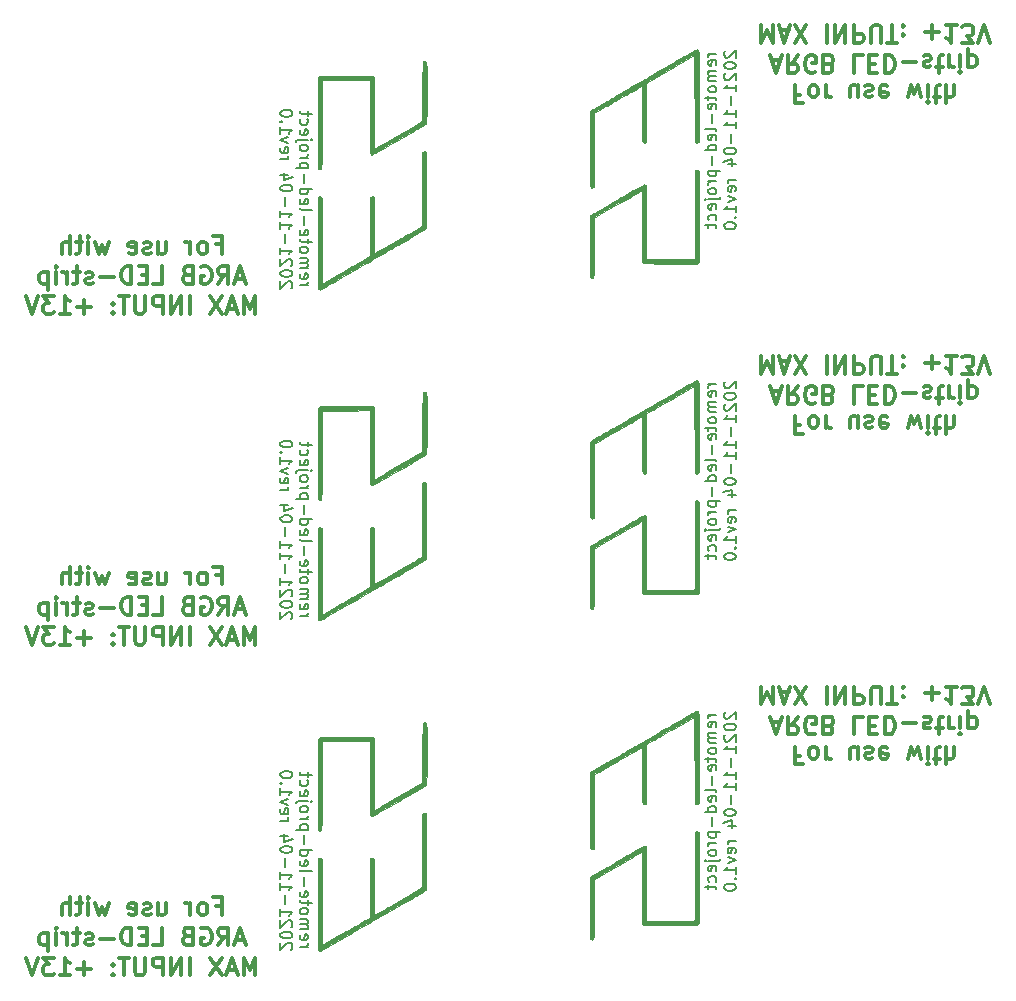
<source format=gbr>
%TF.GenerationSoftware,KiCad,Pcbnew,5.1.5+dfsg1-2build2*%
%TF.CreationDate,2021-11-04T16:55:54+02:00*%
%TF.ProjectId,LED_Wled,4c45445f-576c-4656-942e-6b696361645f,rev?*%
%TF.SameCoordinates,Original*%
%TF.FileFunction,Legend,Bot*%
%TF.FilePolarity,Positive*%
%FSLAX46Y46*%
G04 Gerber Fmt 4.6, Leading zero omitted, Abs format (unit mm)*
G04 Created by KiCad (PCBNEW 5.1.5+dfsg1-2build2) date 2021-11-04 16:55:54*
%MOMM*%
%LPD*%
G04 APERTURE LIST*
%ADD10C,0.300000*%
%ADD11C,0.150000*%
%ADD12C,0.010000*%
G04 APERTURE END LIST*
D10*
X134750000Y-71657142D02*
X134250000Y-71657142D01*
X134250000Y-70871428D02*
X134250000Y-72371428D01*
X134964285Y-72371428D01*
X135750000Y-70871428D02*
X135607142Y-70942857D01*
X135535714Y-71014285D01*
X135464285Y-71157142D01*
X135464285Y-71585714D01*
X135535714Y-71728571D01*
X135607142Y-71800000D01*
X135750000Y-71871428D01*
X135964285Y-71871428D01*
X136107142Y-71800000D01*
X136178571Y-71728571D01*
X136250000Y-71585714D01*
X136250000Y-71157142D01*
X136178571Y-71014285D01*
X136107142Y-70942857D01*
X135964285Y-70871428D01*
X135750000Y-70871428D01*
X136892857Y-70871428D02*
X136892857Y-71871428D01*
X136892857Y-71585714D02*
X136964285Y-71728571D01*
X137035714Y-71800000D01*
X137178571Y-71871428D01*
X137321428Y-71871428D01*
X139607142Y-71871428D02*
X139607142Y-70871428D01*
X138964285Y-71871428D02*
X138964285Y-71085714D01*
X139035714Y-70942857D01*
X139178571Y-70871428D01*
X139392857Y-70871428D01*
X139535714Y-70942857D01*
X139607142Y-71014285D01*
X140250000Y-70942857D02*
X140392857Y-70871428D01*
X140678571Y-70871428D01*
X140821428Y-70942857D01*
X140892857Y-71085714D01*
X140892857Y-71157142D01*
X140821428Y-71300000D01*
X140678571Y-71371428D01*
X140464285Y-71371428D01*
X140321428Y-71442857D01*
X140250000Y-71585714D01*
X140250000Y-71657142D01*
X140321428Y-71800000D01*
X140464285Y-71871428D01*
X140678571Y-71871428D01*
X140821428Y-71800000D01*
X142107142Y-70942857D02*
X141964285Y-70871428D01*
X141678571Y-70871428D01*
X141535714Y-70942857D01*
X141464285Y-71085714D01*
X141464285Y-71657142D01*
X141535714Y-71800000D01*
X141678571Y-71871428D01*
X141964285Y-71871428D01*
X142107142Y-71800000D01*
X142178571Y-71657142D01*
X142178571Y-71514285D01*
X141464285Y-71371428D01*
X143821428Y-71871428D02*
X144107142Y-70871428D01*
X144392857Y-71585714D01*
X144678571Y-70871428D01*
X144964285Y-71871428D01*
X145535714Y-70871428D02*
X145535714Y-71871428D01*
X145535714Y-72371428D02*
X145464285Y-72300000D01*
X145535714Y-72228571D01*
X145607142Y-72300000D01*
X145535714Y-72371428D01*
X145535714Y-72228571D01*
X146035714Y-71871428D02*
X146607142Y-71871428D01*
X146250000Y-72371428D02*
X146250000Y-71085714D01*
X146321428Y-70942857D01*
X146464285Y-70871428D01*
X146607142Y-70871428D01*
X147107142Y-70871428D02*
X147107142Y-72371428D01*
X147750000Y-70871428D02*
X147750000Y-71657142D01*
X147678571Y-71800000D01*
X147535714Y-71871428D01*
X147321428Y-71871428D01*
X147178571Y-71800000D01*
X147107142Y-71728571D01*
X132321428Y-68750000D02*
X133035714Y-68750000D01*
X132178571Y-68321428D02*
X132678571Y-69821428D01*
X133178571Y-68321428D01*
X134535714Y-68321428D02*
X134035714Y-69035714D01*
X133678571Y-68321428D02*
X133678571Y-69821428D01*
X134250000Y-69821428D01*
X134392857Y-69750000D01*
X134464285Y-69678571D01*
X134535714Y-69535714D01*
X134535714Y-69321428D01*
X134464285Y-69178571D01*
X134392857Y-69107142D01*
X134250000Y-69035714D01*
X133678571Y-69035714D01*
X135964285Y-69750000D02*
X135821428Y-69821428D01*
X135607142Y-69821428D01*
X135392857Y-69750000D01*
X135250000Y-69607142D01*
X135178571Y-69464285D01*
X135107142Y-69178571D01*
X135107142Y-68964285D01*
X135178571Y-68678571D01*
X135250000Y-68535714D01*
X135392857Y-68392857D01*
X135607142Y-68321428D01*
X135750000Y-68321428D01*
X135964285Y-68392857D01*
X136035714Y-68464285D01*
X136035714Y-68964285D01*
X135750000Y-68964285D01*
X137178571Y-69107142D02*
X137392857Y-69035714D01*
X137464285Y-68964285D01*
X137535714Y-68821428D01*
X137535714Y-68607142D01*
X137464285Y-68464285D01*
X137392857Y-68392857D01*
X137250000Y-68321428D01*
X136678571Y-68321428D01*
X136678571Y-69821428D01*
X137178571Y-69821428D01*
X137321428Y-69750000D01*
X137392857Y-69678571D01*
X137464285Y-69535714D01*
X137464285Y-69392857D01*
X137392857Y-69250000D01*
X137321428Y-69178571D01*
X137178571Y-69107142D01*
X136678571Y-69107142D01*
X140035714Y-68321428D02*
X139321428Y-68321428D01*
X139321428Y-69821428D01*
X140535714Y-69107142D02*
X141035714Y-69107142D01*
X141250000Y-68321428D02*
X140535714Y-68321428D01*
X140535714Y-69821428D01*
X141250000Y-69821428D01*
X141892857Y-68321428D02*
X141892857Y-69821428D01*
X142250000Y-69821428D01*
X142464285Y-69750000D01*
X142607142Y-69607142D01*
X142678571Y-69464285D01*
X142750000Y-69178571D01*
X142750000Y-68964285D01*
X142678571Y-68678571D01*
X142607142Y-68535714D01*
X142464285Y-68392857D01*
X142250000Y-68321428D01*
X141892857Y-68321428D01*
X143392857Y-68892857D02*
X144535714Y-68892857D01*
X145178571Y-68392857D02*
X145321428Y-68321428D01*
X145607142Y-68321428D01*
X145750000Y-68392857D01*
X145821428Y-68535714D01*
X145821428Y-68607142D01*
X145750000Y-68750000D01*
X145607142Y-68821428D01*
X145392857Y-68821428D01*
X145250000Y-68892857D01*
X145178571Y-69035714D01*
X145178571Y-69107142D01*
X145250000Y-69250000D01*
X145392857Y-69321428D01*
X145607142Y-69321428D01*
X145750000Y-69250000D01*
X146250000Y-69321428D02*
X146821428Y-69321428D01*
X146464285Y-69821428D02*
X146464285Y-68535714D01*
X146535714Y-68392857D01*
X146678571Y-68321428D01*
X146821428Y-68321428D01*
X147321428Y-68321428D02*
X147321428Y-69321428D01*
X147321428Y-69035714D02*
X147392857Y-69178571D01*
X147464285Y-69250000D01*
X147607142Y-69321428D01*
X147750000Y-69321428D01*
X148250000Y-68321428D02*
X148250000Y-69321428D01*
X148250000Y-69821428D02*
X148178571Y-69750000D01*
X148250000Y-69678571D01*
X148321428Y-69750000D01*
X148250000Y-69821428D01*
X148250000Y-69678571D01*
X148964285Y-69321428D02*
X148964285Y-67821428D01*
X148964285Y-69250000D02*
X149107142Y-69321428D01*
X149392857Y-69321428D01*
X149535714Y-69250000D01*
X149607142Y-69178571D01*
X149678571Y-69035714D01*
X149678571Y-68607142D01*
X149607142Y-68464285D01*
X149535714Y-68392857D01*
X149392857Y-68321428D01*
X149107142Y-68321428D01*
X148964285Y-68392857D01*
X131392857Y-65771428D02*
X131392857Y-67271428D01*
X131892857Y-66200000D01*
X132392857Y-67271428D01*
X132392857Y-65771428D01*
X133035714Y-66200000D02*
X133750000Y-66200000D01*
X132892857Y-65771428D02*
X133392857Y-67271428D01*
X133892857Y-65771428D01*
X134250000Y-67271428D02*
X135250000Y-65771428D01*
X135250000Y-67271428D02*
X134250000Y-65771428D01*
X136964285Y-65771428D02*
X136964285Y-67271428D01*
X137678571Y-65771428D02*
X137678571Y-67271428D01*
X138535714Y-65771428D01*
X138535714Y-67271428D01*
X139250000Y-65771428D02*
X139250000Y-67271428D01*
X139821428Y-67271428D01*
X139964285Y-67200000D01*
X140035714Y-67128571D01*
X140107142Y-66985714D01*
X140107142Y-66771428D01*
X140035714Y-66628571D01*
X139964285Y-66557142D01*
X139821428Y-66485714D01*
X139250000Y-66485714D01*
X140750000Y-67271428D02*
X140750000Y-66057142D01*
X140821428Y-65914285D01*
X140892857Y-65842857D01*
X141035714Y-65771428D01*
X141321428Y-65771428D01*
X141464285Y-65842857D01*
X141535714Y-65914285D01*
X141607142Y-66057142D01*
X141607142Y-67271428D01*
X142107142Y-67271428D02*
X142964285Y-67271428D01*
X142535714Y-65771428D02*
X142535714Y-67271428D01*
X143464285Y-65914285D02*
X143535714Y-65842857D01*
X143464285Y-65771428D01*
X143392857Y-65842857D01*
X143464285Y-65914285D01*
X143464285Y-65771428D01*
X143464285Y-66700000D02*
X143535714Y-66628571D01*
X143464285Y-66557142D01*
X143392857Y-66628571D01*
X143464285Y-66700000D01*
X143464285Y-66557142D01*
X145321428Y-66342857D02*
X146464285Y-66342857D01*
X145892857Y-65771428D02*
X145892857Y-66914285D01*
X147964285Y-65771428D02*
X147107142Y-65771428D01*
X147535714Y-65771428D02*
X147535714Y-67271428D01*
X147392857Y-67057142D01*
X147250000Y-66914285D01*
X147107142Y-66842857D01*
X148464285Y-67271428D02*
X149392857Y-67271428D01*
X148892857Y-66700000D01*
X149107142Y-66700000D01*
X149250000Y-66628571D01*
X149321428Y-66557142D01*
X149392857Y-66414285D01*
X149392857Y-66057142D01*
X149321428Y-65914285D01*
X149250000Y-65842857D01*
X149107142Y-65771428D01*
X148678571Y-65771428D01*
X148535714Y-65842857D01*
X148464285Y-65914285D01*
X149821428Y-67271428D02*
X150321428Y-65771428D01*
X150821428Y-67271428D01*
X134750000Y-99657142D02*
X134250000Y-99657142D01*
X134250000Y-98871428D02*
X134250000Y-100371428D01*
X134964285Y-100371428D01*
X135750000Y-98871428D02*
X135607142Y-98942857D01*
X135535714Y-99014285D01*
X135464285Y-99157142D01*
X135464285Y-99585714D01*
X135535714Y-99728571D01*
X135607142Y-99800000D01*
X135750000Y-99871428D01*
X135964285Y-99871428D01*
X136107142Y-99800000D01*
X136178571Y-99728571D01*
X136250000Y-99585714D01*
X136250000Y-99157142D01*
X136178571Y-99014285D01*
X136107142Y-98942857D01*
X135964285Y-98871428D01*
X135750000Y-98871428D01*
X136892857Y-98871428D02*
X136892857Y-99871428D01*
X136892857Y-99585714D02*
X136964285Y-99728571D01*
X137035714Y-99800000D01*
X137178571Y-99871428D01*
X137321428Y-99871428D01*
X139607142Y-99871428D02*
X139607142Y-98871428D01*
X138964285Y-99871428D02*
X138964285Y-99085714D01*
X139035714Y-98942857D01*
X139178571Y-98871428D01*
X139392857Y-98871428D01*
X139535714Y-98942857D01*
X139607142Y-99014285D01*
X140250000Y-98942857D02*
X140392857Y-98871428D01*
X140678571Y-98871428D01*
X140821428Y-98942857D01*
X140892857Y-99085714D01*
X140892857Y-99157142D01*
X140821428Y-99300000D01*
X140678571Y-99371428D01*
X140464285Y-99371428D01*
X140321428Y-99442857D01*
X140250000Y-99585714D01*
X140250000Y-99657142D01*
X140321428Y-99800000D01*
X140464285Y-99871428D01*
X140678571Y-99871428D01*
X140821428Y-99800000D01*
X142107142Y-98942857D02*
X141964285Y-98871428D01*
X141678571Y-98871428D01*
X141535714Y-98942857D01*
X141464285Y-99085714D01*
X141464285Y-99657142D01*
X141535714Y-99800000D01*
X141678571Y-99871428D01*
X141964285Y-99871428D01*
X142107142Y-99800000D01*
X142178571Y-99657142D01*
X142178571Y-99514285D01*
X141464285Y-99371428D01*
X143821428Y-99871428D02*
X144107142Y-98871428D01*
X144392857Y-99585714D01*
X144678571Y-98871428D01*
X144964285Y-99871428D01*
X145535714Y-98871428D02*
X145535714Y-99871428D01*
X145535714Y-100371428D02*
X145464285Y-100300000D01*
X145535714Y-100228571D01*
X145607142Y-100300000D01*
X145535714Y-100371428D01*
X145535714Y-100228571D01*
X146035714Y-99871428D02*
X146607142Y-99871428D01*
X146250000Y-100371428D02*
X146250000Y-99085714D01*
X146321428Y-98942857D01*
X146464285Y-98871428D01*
X146607142Y-98871428D01*
X147107142Y-98871428D02*
X147107142Y-100371428D01*
X147750000Y-98871428D02*
X147750000Y-99657142D01*
X147678571Y-99800000D01*
X147535714Y-99871428D01*
X147321428Y-99871428D01*
X147178571Y-99800000D01*
X147107142Y-99728571D01*
X132321428Y-96750000D02*
X133035714Y-96750000D01*
X132178571Y-96321428D02*
X132678571Y-97821428D01*
X133178571Y-96321428D01*
X134535714Y-96321428D02*
X134035714Y-97035714D01*
X133678571Y-96321428D02*
X133678571Y-97821428D01*
X134250000Y-97821428D01*
X134392857Y-97750000D01*
X134464285Y-97678571D01*
X134535714Y-97535714D01*
X134535714Y-97321428D01*
X134464285Y-97178571D01*
X134392857Y-97107142D01*
X134250000Y-97035714D01*
X133678571Y-97035714D01*
X135964285Y-97750000D02*
X135821428Y-97821428D01*
X135607142Y-97821428D01*
X135392857Y-97750000D01*
X135250000Y-97607142D01*
X135178571Y-97464285D01*
X135107142Y-97178571D01*
X135107142Y-96964285D01*
X135178571Y-96678571D01*
X135250000Y-96535714D01*
X135392857Y-96392857D01*
X135607142Y-96321428D01*
X135750000Y-96321428D01*
X135964285Y-96392857D01*
X136035714Y-96464285D01*
X136035714Y-96964285D01*
X135750000Y-96964285D01*
X137178571Y-97107142D02*
X137392857Y-97035714D01*
X137464285Y-96964285D01*
X137535714Y-96821428D01*
X137535714Y-96607142D01*
X137464285Y-96464285D01*
X137392857Y-96392857D01*
X137250000Y-96321428D01*
X136678571Y-96321428D01*
X136678571Y-97821428D01*
X137178571Y-97821428D01*
X137321428Y-97750000D01*
X137392857Y-97678571D01*
X137464285Y-97535714D01*
X137464285Y-97392857D01*
X137392857Y-97250000D01*
X137321428Y-97178571D01*
X137178571Y-97107142D01*
X136678571Y-97107142D01*
X140035714Y-96321428D02*
X139321428Y-96321428D01*
X139321428Y-97821428D01*
X140535714Y-97107142D02*
X141035714Y-97107142D01*
X141250000Y-96321428D02*
X140535714Y-96321428D01*
X140535714Y-97821428D01*
X141250000Y-97821428D01*
X141892857Y-96321428D02*
X141892857Y-97821428D01*
X142250000Y-97821428D01*
X142464285Y-97750000D01*
X142607142Y-97607142D01*
X142678571Y-97464285D01*
X142750000Y-97178571D01*
X142750000Y-96964285D01*
X142678571Y-96678571D01*
X142607142Y-96535714D01*
X142464285Y-96392857D01*
X142250000Y-96321428D01*
X141892857Y-96321428D01*
X143392857Y-96892857D02*
X144535714Y-96892857D01*
X145178571Y-96392857D02*
X145321428Y-96321428D01*
X145607142Y-96321428D01*
X145750000Y-96392857D01*
X145821428Y-96535714D01*
X145821428Y-96607142D01*
X145750000Y-96750000D01*
X145607142Y-96821428D01*
X145392857Y-96821428D01*
X145250000Y-96892857D01*
X145178571Y-97035714D01*
X145178571Y-97107142D01*
X145250000Y-97250000D01*
X145392857Y-97321428D01*
X145607142Y-97321428D01*
X145750000Y-97250000D01*
X146250000Y-97321428D02*
X146821428Y-97321428D01*
X146464285Y-97821428D02*
X146464285Y-96535714D01*
X146535714Y-96392857D01*
X146678571Y-96321428D01*
X146821428Y-96321428D01*
X147321428Y-96321428D02*
X147321428Y-97321428D01*
X147321428Y-97035714D02*
X147392857Y-97178571D01*
X147464285Y-97250000D01*
X147607142Y-97321428D01*
X147750000Y-97321428D01*
X148250000Y-96321428D02*
X148250000Y-97321428D01*
X148250000Y-97821428D02*
X148178571Y-97750000D01*
X148250000Y-97678571D01*
X148321428Y-97750000D01*
X148250000Y-97821428D01*
X148250000Y-97678571D01*
X148964285Y-97321428D02*
X148964285Y-95821428D01*
X148964285Y-97250000D02*
X149107142Y-97321428D01*
X149392857Y-97321428D01*
X149535714Y-97250000D01*
X149607142Y-97178571D01*
X149678571Y-97035714D01*
X149678571Y-96607142D01*
X149607142Y-96464285D01*
X149535714Y-96392857D01*
X149392857Y-96321428D01*
X149107142Y-96321428D01*
X148964285Y-96392857D01*
X131392857Y-93771428D02*
X131392857Y-95271428D01*
X131892857Y-94200000D01*
X132392857Y-95271428D01*
X132392857Y-93771428D01*
X133035714Y-94200000D02*
X133750000Y-94200000D01*
X132892857Y-93771428D02*
X133392857Y-95271428D01*
X133892857Y-93771428D01*
X134250000Y-95271428D02*
X135250000Y-93771428D01*
X135250000Y-95271428D02*
X134250000Y-93771428D01*
X136964285Y-93771428D02*
X136964285Y-95271428D01*
X137678571Y-93771428D02*
X137678571Y-95271428D01*
X138535714Y-93771428D01*
X138535714Y-95271428D01*
X139250000Y-93771428D02*
X139250000Y-95271428D01*
X139821428Y-95271428D01*
X139964285Y-95200000D01*
X140035714Y-95128571D01*
X140107142Y-94985714D01*
X140107142Y-94771428D01*
X140035714Y-94628571D01*
X139964285Y-94557142D01*
X139821428Y-94485714D01*
X139250000Y-94485714D01*
X140750000Y-95271428D02*
X140750000Y-94057142D01*
X140821428Y-93914285D01*
X140892857Y-93842857D01*
X141035714Y-93771428D01*
X141321428Y-93771428D01*
X141464285Y-93842857D01*
X141535714Y-93914285D01*
X141607142Y-94057142D01*
X141607142Y-95271428D01*
X142107142Y-95271428D02*
X142964285Y-95271428D01*
X142535714Y-93771428D02*
X142535714Y-95271428D01*
X143464285Y-93914285D02*
X143535714Y-93842857D01*
X143464285Y-93771428D01*
X143392857Y-93842857D01*
X143464285Y-93914285D01*
X143464285Y-93771428D01*
X143464285Y-94700000D02*
X143535714Y-94628571D01*
X143464285Y-94557142D01*
X143392857Y-94628571D01*
X143464285Y-94700000D01*
X143464285Y-94557142D01*
X145321428Y-94342857D02*
X146464285Y-94342857D01*
X145892857Y-93771428D02*
X145892857Y-94914285D01*
X147964285Y-93771428D02*
X147107142Y-93771428D01*
X147535714Y-93771428D02*
X147535714Y-95271428D01*
X147392857Y-95057142D01*
X147250000Y-94914285D01*
X147107142Y-94842857D01*
X148464285Y-95271428D02*
X149392857Y-95271428D01*
X148892857Y-94700000D01*
X149107142Y-94700000D01*
X149250000Y-94628571D01*
X149321428Y-94557142D01*
X149392857Y-94414285D01*
X149392857Y-94057142D01*
X149321428Y-93914285D01*
X149250000Y-93842857D01*
X149107142Y-93771428D01*
X148678571Y-93771428D01*
X148535714Y-93842857D01*
X148464285Y-93914285D01*
X149821428Y-95271428D02*
X150321428Y-93771428D01*
X150821428Y-95271428D01*
X134750000Y-127657142D02*
X134250000Y-127657142D01*
X134250000Y-126871428D02*
X134250000Y-128371428D01*
X134964285Y-128371428D01*
X135750000Y-126871428D02*
X135607142Y-126942857D01*
X135535714Y-127014285D01*
X135464285Y-127157142D01*
X135464285Y-127585714D01*
X135535714Y-127728571D01*
X135607142Y-127800000D01*
X135750000Y-127871428D01*
X135964285Y-127871428D01*
X136107142Y-127800000D01*
X136178571Y-127728571D01*
X136250000Y-127585714D01*
X136250000Y-127157142D01*
X136178571Y-127014285D01*
X136107142Y-126942857D01*
X135964285Y-126871428D01*
X135750000Y-126871428D01*
X136892857Y-126871428D02*
X136892857Y-127871428D01*
X136892857Y-127585714D02*
X136964285Y-127728571D01*
X137035714Y-127800000D01*
X137178571Y-127871428D01*
X137321428Y-127871428D01*
X139607142Y-127871428D02*
X139607142Y-126871428D01*
X138964285Y-127871428D02*
X138964285Y-127085714D01*
X139035714Y-126942857D01*
X139178571Y-126871428D01*
X139392857Y-126871428D01*
X139535714Y-126942857D01*
X139607142Y-127014285D01*
X140250000Y-126942857D02*
X140392857Y-126871428D01*
X140678571Y-126871428D01*
X140821428Y-126942857D01*
X140892857Y-127085714D01*
X140892857Y-127157142D01*
X140821428Y-127300000D01*
X140678571Y-127371428D01*
X140464285Y-127371428D01*
X140321428Y-127442857D01*
X140250000Y-127585714D01*
X140250000Y-127657142D01*
X140321428Y-127800000D01*
X140464285Y-127871428D01*
X140678571Y-127871428D01*
X140821428Y-127800000D01*
X142107142Y-126942857D02*
X141964285Y-126871428D01*
X141678571Y-126871428D01*
X141535714Y-126942857D01*
X141464285Y-127085714D01*
X141464285Y-127657142D01*
X141535714Y-127800000D01*
X141678571Y-127871428D01*
X141964285Y-127871428D01*
X142107142Y-127800000D01*
X142178571Y-127657142D01*
X142178571Y-127514285D01*
X141464285Y-127371428D01*
X143821428Y-127871428D02*
X144107142Y-126871428D01*
X144392857Y-127585714D01*
X144678571Y-126871428D01*
X144964285Y-127871428D01*
X145535714Y-126871428D02*
X145535714Y-127871428D01*
X145535714Y-128371428D02*
X145464285Y-128300000D01*
X145535714Y-128228571D01*
X145607142Y-128300000D01*
X145535714Y-128371428D01*
X145535714Y-128228571D01*
X146035714Y-127871428D02*
X146607142Y-127871428D01*
X146250000Y-128371428D02*
X146250000Y-127085714D01*
X146321428Y-126942857D01*
X146464285Y-126871428D01*
X146607142Y-126871428D01*
X147107142Y-126871428D02*
X147107142Y-128371428D01*
X147750000Y-126871428D02*
X147750000Y-127657142D01*
X147678571Y-127800000D01*
X147535714Y-127871428D01*
X147321428Y-127871428D01*
X147178571Y-127800000D01*
X147107142Y-127728571D01*
X132321428Y-124750000D02*
X133035714Y-124750000D01*
X132178571Y-124321428D02*
X132678571Y-125821428D01*
X133178571Y-124321428D01*
X134535714Y-124321428D02*
X134035714Y-125035714D01*
X133678571Y-124321428D02*
X133678571Y-125821428D01*
X134250000Y-125821428D01*
X134392857Y-125750000D01*
X134464285Y-125678571D01*
X134535714Y-125535714D01*
X134535714Y-125321428D01*
X134464285Y-125178571D01*
X134392857Y-125107142D01*
X134250000Y-125035714D01*
X133678571Y-125035714D01*
X135964285Y-125750000D02*
X135821428Y-125821428D01*
X135607142Y-125821428D01*
X135392857Y-125750000D01*
X135250000Y-125607142D01*
X135178571Y-125464285D01*
X135107142Y-125178571D01*
X135107142Y-124964285D01*
X135178571Y-124678571D01*
X135250000Y-124535714D01*
X135392857Y-124392857D01*
X135607142Y-124321428D01*
X135750000Y-124321428D01*
X135964285Y-124392857D01*
X136035714Y-124464285D01*
X136035714Y-124964285D01*
X135750000Y-124964285D01*
X137178571Y-125107142D02*
X137392857Y-125035714D01*
X137464285Y-124964285D01*
X137535714Y-124821428D01*
X137535714Y-124607142D01*
X137464285Y-124464285D01*
X137392857Y-124392857D01*
X137250000Y-124321428D01*
X136678571Y-124321428D01*
X136678571Y-125821428D01*
X137178571Y-125821428D01*
X137321428Y-125750000D01*
X137392857Y-125678571D01*
X137464285Y-125535714D01*
X137464285Y-125392857D01*
X137392857Y-125250000D01*
X137321428Y-125178571D01*
X137178571Y-125107142D01*
X136678571Y-125107142D01*
X140035714Y-124321428D02*
X139321428Y-124321428D01*
X139321428Y-125821428D01*
X140535714Y-125107142D02*
X141035714Y-125107142D01*
X141250000Y-124321428D02*
X140535714Y-124321428D01*
X140535714Y-125821428D01*
X141250000Y-125821428D01*
X141892857Y-124321428D02*
X141892857Y-125821428D01*
X142250000Y-125821428D01*
X142464285Y-125750000D01*
X142607142Y-125607142D01*
X142678571Y-125464285D01*
X142750000Y-125178571D01*
X142750000Y-124964285D01*
X142678571Y-124678571D01*
X142607142Y-124535714D01*
X142464285Y-124392857D01*
X142250000Y-124321428D01*
X141892857Y-124321428D01*
X143392857Y-124892857D02*
X144535714Y-124892857D01*
X145178571Y-124392857D02*
X145321428Y-124321428D01*
X145607142Y-124321428D01*
X145750000Y-124392857D01*
X145821428Y-124535714D01*
X145821428Y-124607142D01*
X145750000Y-124750000D01*
X145607142Y-124821428D01*
X145392857Y-124821428D01*
X145250000Y-124892857D01*
X145178571Y-125035714D01*
X145178571Y-125107142D01*
X145250000Y-125250000D01*
X145392857Y-125321428D01*
X145607142Y-125321428D01*
X145750000Y-125250000D01*
X146250000Y-125321428D02*
X146821428Y-125321428D01*
X146464285Y-125821428D02*
X146464285Y-124535714D01*
X146535714Y-124392857D01*
X146678571Y-124321428D01*
X146821428Y-124321428D01*
X147321428Y-124321428D02*
X147321428Y-125321428D01*
X147321428Y-125035714D02*
X147392857Y-125178571D01*
X147464285Y-125250000D01*
X147607142Y-125321428D01*
X147750000Y-125321428D01*
X148250000Y-124321428D02*
X148250000Y-125321428D01*
X148250000Y-125821428D02*
X148178571Y-125750000D01*
X148250000Y-125678571D01*
X148321428Y-125750000D01*
X148250000Y-125821428D01*
X148250000Y-125678571D01*
X148964285Y-125321428D02*
X148964285Y-123821428D01*
X148964285Y-125250000D02*
X149107142Y-125321428D01*
X149392857Y-125321428D01*
X149535714Y-125250000D01*
X149607142Y-125178571D01*
X149678571Y-125035714D01*
X149678571Y-124607142D01*
X149607142Y-124464285D01*
X149535714Y-124392857D01*
X149392857Y-124321428D01*
X149107142Y-124321428D01*
X148964285Y-124392857D01*
X131392857Y-121771428D02*
X131392857Y-123271428D01*
X131892857Y-122200000D01*
X132392857Y-123271428D01*
X132392857Y-121771428D01*
X133035714Y-122200000D02*
X133750000Y-122200000D01*
X132892857Y-121771428D02*
X133392857Y-123271428D01*
X133892857Y-121771428D01*
X134250000Y-123271428D02*
X135250000Y-121771428D01*
X135250000Y-123271428D02*
X134250000Y-121771428D01*
X136964285Y-121771428D02*
X136964285Y-123271428D01*
X137678571Y-121771428D02*
X137678571Y-123271428D01*
X138535714Y-121771428D01*
X138535714Y-123271428D01*
X139250000Y-121771428D02*
X139250000Y-123271428D01*
X139821428Y-123271428D01*
X139964285Y-123200000D01*
X140035714Y-123128571D01*
X140107142Y-122985714D01*
X140107142Y-122771428D01*
X140035714Y-122628571D01*
X139964285Y-122557142D01*
X139821428Y-122485714D01*
X139250000Y-122485714D01*
X140750000Y-123271428D02*
X140750000Y-122057142D01*
X140821428Y-121914285D01*
X140892857Y-121842857D01*
X141035714Y-121771428D01*
X141321428Y-121771428D01*
X141464285Y-121842857D01*
X141535714Y-121914285D01*
X141607142Y-122057142D01*
X141607142Y-123271428D01*
X142107142Y-123271428D02*
X142964285Y-123271428D01*
X142535714Y-121771428D02*
X142535714Y-123271428D01*
X143464285Y-121914285D02*
X143535714Y-121842857D01*
X143464285Y-121771428D01*
X143392857Y-121842857D01*
X143464285Y-121914285D01*
X143464285Y-121771428D01*
X143464285Y-122700000D02*
X143535714Y-122628571D01*
X143464285Y-122557142D01*
X143392857Y-122628571D01*
X143464285Y-122700000D01*
X143464285Y-122557142D01*
X145321428Y-122342857D02*
X146464285Y-122342857D01*
X145892857Y-121771428D02*
X145892857Y-122914285D01*
X147964285Y-121771428D02*
X147107142Y-121771428D01*
X147535714Y-121771428D02*
X147535714Y-123271428D01*
X147392857Y-123057142D01*
X147250000Y-122914285D01*
X147107142Y-122842857D01*
X148464285Y-123271428D02*
X149392857Y-123271428D01*
X148892857Y-122700000D01*
X149107142Y-122700000D01*
X149250000Y-122628571D01*
X149321428Y-122557142D01*
X149392857Y-122414285D01*
X149392857Y-122057142D01*
X149321428Y-121914285D01*
X149250000Y-121842857D01*
X149107142Y-121771428D01*
X148678571Y-121771428D01*
X148535714Y-121842857D01*
X148464285Y-121914285D01*
X149821428Y-123271428D02*
X150321428Y-121771428D01*
X150821428Y-123271428D01*
X85250000Y-140342857D02*
X85750000Y-140342857D01*
X85750000Y-141128571D02*
X85750000Y-139628571D01*
X85035714Y-139628571D01*
X84250000Y-141128571D02*
X84392857Y-141057142D01*
X84464285Y-140985714D01*
X84535714Y-140842857D01*
X84535714Y-140414285D01*
X84464285Y-140271428D01*
X84392857Y-140200000D01*
X84250000Y-140128571D01*
X84035714Y-140128571D01*
X83892857Y-140200000D01*
X83821428Y-140271428D01*
X83750000Y-140414285D01*
X83750000Y-140842857D01*
X83821428Y-140985714D01*
X83892857Y-141057142D01*
X84035714Y-141128571D01*
X84250000Y-141128571D01*
X83107142Y-141128571D02*
X83107142Y-140128571D01*
X83107142Y-140414285D02*
X83035714Y-140271428D01*
X82964285Y-140200000D01*
X82821428Y-140128571D01*
X82678571Y-140128571D01*
X80392857Y-140128571D02*
X80392857Y-141128571D01*
X81035714Y-140128571D02*
X81035714Y-140914285D01*
X80964285Y-141057142D01*
X80821428Y-141128571D01*
X80607142Y-141128571D01*
X80464285Y-141057142D01*
X80392857Y-140985714D01*
X79750000Y-141057142D02*
X79607142Y-141128571D01*
X79321428Y-141128571D01*
X79178571Y-141057142D01*
X79107142Y-140914285D01*
X79107142Y-140842857D01*
X79178571Y-140700000D01*
X79321428Y-140628571D01*
X79535714Y-140628571D01*
X79678571Y-140557142D01*
X79750000Y-140414285D01*
X79750000Y-140342857D01*
X79678571Y-140200000D01*
X79535714Y-140128571D01*
X79321428Y-140128571D01*
X79178571Y-140200000D01*
X77892857Y-141057142D02*
X78035714Y-141128571D01*
X78321428Y-141128571D01*
X78464285Y-141057142D01*
X78535714Y-140914285D01*
X78535714Y-140342857D01*
X78464285Y-140200000D01*
X78321428Y-140128571D01*
X78035714Y-140128571D01*
X77892857Y-140200000D01*
X77821428Y-140342857D01*
X77821428Y-140485714D01*
X78535714Y-140628571D01*
X76178571Y-140128571D02*
X75892857Y-141128571D01*
X75607142Y-140414285D01*
X75321428Y-141128571D01*
X75035714Y-140128571D01*
X74464285Y-141128571D02*
X74464285Y-140128571D01*
X74464285Y-139628571D02*
X74535714Y-139700000D01*
X74464285Y-139771428D01*
X74392857Y-139700000D01*
X74464285Y-139628571D01*
X74464285Y-139771428D01*
X73964285Y-140128571D02*
X73392857Y-140128571D01*
X73750000Y-139628571D02*
X73750000Y-140914285D01*
X73678571Y-141057142D01*
X73535714Y-141128571D01*
X73392857Y-141128571D01*
X72892857Y-141128571D02*
X72892857Y-139628571D01*
X72250000Y-141128571D02*
X72250000Y-140342857D01*
X72321428Y-140200000D01*
X72464285Y-140128571D01*
X72678571Y-140128571D01*
X72821428Y-140200000D01*
X72892857Y-140271428D01*
X87678571Y-143250000D02*
X86964285Y-143250000D01*
X87821428Y-143678571D02*
X87321428Y-142178571D01*
X86821428Y-143678571D01*
X85464285Y-143678571D02*
X85964285Y-142964285D01*
X86321428Y-143678571D02*
X86321428Y-142178571D01*
X85750000Y-142178571D01*
X85607142Y-142250000D01*
X85535714Y-142321428D01*
X85464285Y-142464285D01*
X85464285Y-142678571D01*
X85535714Y-142821428D01*
X85607142Y-142892857D01*
X85750000Y-142964285D01*
X86321428Y-142964285D01*
X84035714Y-142250000D02*
X84178571Y-142178571D01*
X84392857Y-142178571D01*
X84607142Y-142250000D01*
X84750000Y-142392857D01*
X84821428Y-142535714D01*
X84892857Y-142821428D01*
X84892857Y-143035714D01*
X84821428Y-143321428D01*
X84750000Y-143464285D01*
X84607142Y-143607142D01*
X84392857Y-143678571D01*
X84250000Y-143678571D01*
X84035714Y-143607142D01*
X83964285Y-143535714D01*
X83964285Y-143035714D01*
X84250000Y-143035714D01*
X82821428Y-142892857D02*
X82607142Y-142964285D01*
X82535714Y-143035714D01*
X82464285Y-143178571D01*
X82464285Y-143392857D01*
X82535714Y-143535714D01*
X82607142Y-143607142D01*
X82750000Y-143678571D01*
X83321428Y-143678571D01*
X83321428Y-142178571D01*
X82821428Y-142178571D01*
X82678571Y-142250000D01*
X82607142Y-142321428D01*
X82535714Y-142464285D01*
X82535714Y-142607142D01*
X82607142Y-142750000D01*
X82678571Y-142821428D01*
X82821428Y-142892857D01*
X83321428Y-142892857D01*
X79964285Y-143678571D02*
X80678571Y-143678571D01*
X80678571Y-142178571D01*
X79464285Y-142892857D02*
X78964285Y-142892857D01*
X78750000Y-143678571D02*
X79464285Y-143678571D01*
X79464285Y-142178571D01*
X78750000Y-142178571D01*
X78107142Y-143678571D02*
X78107142Y-142178571D01*
X77750000Y-142178571D01*
X77535714Y-142250000D01*
X77392857Y-142392857D01*
X77321428Y-142535714D01*
X77250000Y-142821428D01*
X77250000Y-143035714D01*
X77321428Y-143321428D01*
X77392857Y-143464285D01*
X77535714Y-143607142D01*
X77750000Y-143678571D01*
X78107142Y-143678571D01*
X76607142Y-143107142D02*
X75464285Y-143107142D01*
X74821428Y-143607142D02*
X74678571Y-143678571D01*
X74392857Y-143678571D01*
X74250000Y-143607142D01*
X74178571Y-143464285D01*
X74178571Y-143392857D01*
X74250000Y-143250000D01*
X74392857Y-143178571D01*
X74607142Y-143178571D01*
X74750000Y-143107142D01*
X74821428Y-142964285D01*
X74821428Y-142892857D01*
X74750000Y-142750000D01*
X74607142Y-142678571D01*
X74392857Y-142678571D01*
X74250000Y-142750000D01*
X73750000Y-142678571D02*
X73178571Y-142678571D01*
X73535714Y-142178571D02*
X73535714Y-143464285D01*
X73464285Y-143607142D01*
X73321428Y-143678571D01*
X73178571Y-143678571D01*
X72678571Y-143678571D02*
X72678571Y-142678571D01*
X72678571Y-142964285D02*
X72607142Y-142821428D01*
X72535714Y-142750000D01*
X72392857Y-142678571D01*
X72250000Y-142678571D01*
X71750000Y-143678571D02*
X71750000Y-142678571D01*
X71750000Y-142178571D02*
X71821428Y-142250000D01*
X71750000Y-142321428D01*
X71678571Y-142250000D01*
X71750000Y-142178571D01*
X71750000Y-142321428D01*
X71035714Y-142678571D02*
X71035714Y-144178571D01*
X71035714Y-142750000D02*
X70892857Y-142678571D01*
X70607142Y-142678571D01*
X70464285Y-142750000D01*
X70392857Y-142821428D01*
X70321428Y-142964285D01*
X70321428Y-143392857D01*
X70392857Y-143535714D01*
X70464285Y-143607142D01*
X70607142Y-143678571D01*
X70892857Y-143678571D01*
X71035714Y-143607142D01*
X88607142Y-146228571D02*
X88607142Y-144728571D01*
X88107142Y-145800000D01*
X87607142Y-144728571D01*
X87607142Y-146228571D01*
X86964285Y-145800000D02*
X86250000Y-145800000D01*
X87107142Y-146228571D02*
X86607142Y-144728571D01*
X86107142Y-146228571D01*
X85750000Y-144728571D02*
X84750000Y-146228571D01*
X84750000Y-144728571D02*
X85750000Y-146228571D01*
X83035714Y-146228571D02*
X83035714Y-144728571D01*
X82321428Y-146228571D02*
X82321428Y-144728571D01*
X81464285Y-146228571D01*
X81464285Y-144728571D01*
X80750000Y-146228571D02*
X80750000Y-144728571D01*
X80178571Y-144728571D01*
X80035714Y-144800000D01*
X79964285Y-144871428D01*
X79892857Y-145014285D01*
X79892857Y-145228571D01*
X79964285Y-145371428D01*
X80035714Y-145442857D01*
X80178571Y-145514285D01*
X80750000Y-145514285D01*
X79250000Y-144728571D02*
X79250000Y-145942857D01*
X79178571Y-146085714D01*
X79107142Y-146157142D01*
X78964285Y-146228571D01*
X78678571Y-146228571D01*
X78535714Y-146157142D01*
X78464285Y-146085714D01*
X78392857Y-145942857D01*
X78392857Y-144728571D01*
X77892857Y-144728571D02*
X77035714Y-144728571D01*
X77464285Y-146228571D02*
X77464285Y-144728571D01*
X76535714Y-146085714D02*
X76464285Y-146157142D01*
X76535714Y-146228571D01*
X76607142Y-146157142D01*
X76535714Y-146085714D01*
X76535714Y-146228571D01*
X76535714Y-145300000D02*
X76464285Y-145371428D01*
X76535714Y-145442857D01*
X76607142Y-145371428D01*
X76535714Y-145300000D01*
X76535714Y-145442857D01*
X74678571Y-145657142D02*
X73535714Y-145657142D01*
X74107142Y-146228571D02*
X74107142Y-145085714D01*
X72035714Y-146228571D02*
X72892857Y-146228571D01*
X72464285Y-146228571D02*
X72464285Y-144728571D01*
X72607142Y-144942857D01*
X72750000Y-145085714D01*
X72892857Y-145157142D01*
X71535714Y-144728571D02*
X70607142Y-144728571D01*
X71107142Y-145300000D01*
X70892857Y-145300000D01*
X70750000Y-145371428D01*
X70678571Y-145442857D01*
X70607142Y-145585714D01*
X70607142Y-145942857D01*
X70678571Y-146085714D01*
X70750000Y-146157142D01*
X70892857Y-146228571D01*
X71321428Y-146228571D01*
X71464285Y-146157142D01*
X71535714Y-146085714D01*
X70178571Y-144728571D02*
X69678571Y-146228571D01*
X69178571Y-144728571D01*
X85250000Y-112342857D02*
X85750000Y-112342857D01*
X85750000Y-113128571D02*
X85750000Y-111628571D01*
X85035714Y-111628571D01*
X84250000Y-113128571D02*
X84392857Y-113057142D01*
X84464285Y-112985714D01*
X84535714Y-112842857D01*
X84535714Y-112414285D01*
X84464285Y-112271428D01*
X84392857Y-112200000D01*
X84250000Y-112128571D01*
X84035714Y-112128571D01*
X83892857Y-112200000D01*
X83821428Y-112271428D01*
X83750000Y-112414285D01*
X83750000Y-112842857D01*
X83821428Y-112985714D01*
X83892857Y-113057142D01*
X84035714Y-113128571D01*
X84250000Y-113128571D01*
X83107142Y-113128571D02*
X83107142Y-112128571D01*
X83107142Y-112414285D02*
X83035714Y-112271428D01*
X82964285Y-112200000D01*
X82821428Y-112128571D01*
X82678571Y-112128571D01*
X80392857Y-112128571D02*
X80392857Y-113128571D01*
X81035714Y-112128571D02*
X81035714Y-112914285D01*
X80964285Y-113057142D01*
X80821428Y-113128571D01*
X80607142Y-113128571D01*
X80464285Y-113057142D01*
X80392857Y-112985714D01*
X79750000Y-113057142D02*
X79607142Y-113128571D01*
X79321428Y-113128571D01*
X79178571Y-113057142D01*
X79107142Y-112914285D01*
X79107142Y-112842857D01*
X79178571Y-112700000D01*
X79321428Y-112628571D01*
X79535714Y-112628571D01*
X79678571Y-112557142D01*
X79750000Y-112414285D01*
X79750000Y-112342857D01*
X79678571Y-112200000D01*
X79535714Y-112128571D01*
X79321428Y-112128571D01*
X79178571Y-112200000D01*
X77892857Y-113057142D02*
X78035714Y-113128571D01*
X78321428Y-113128571D01*
X78464285Y-113057142D01*
X78535714Y-112914285D01*
X78535714Y-112342857D01*
X78464285Y-112200000D01*
X78321428Y-112128571D01*
X78035714Y-112128571D01*
X77892857Y-112200000D01*
X77821428Y-112342857D01*
X77821428Y-112485714D01*
X78535714Y-112628571D01*
X76178571Y-112128571D02*
X75892857Y-113128571D01*
X75607142Y-112414285D01*
X75321428Y-113128571D01*
X75035714Y-112128571D01*
X74464285Y-113128571D02*
X74464285Y-112128571D01*
X74464285Y-111628571D02*
X74535714Y-111700000D01*
X74464285Y-111771428D01*
X74392857Y-111700000D01*
X74464285Y-111628571D01*
X74464285Y-111771428D01*
X73964285Y-112128571D02*
X73392857Y-112128571D01*
X73750000Y-111628571D02*
X73750000Y-112914285D01*
X73678571Y-113057142D01*
X73535714Y-113128571D01*
X73392857Y-113128571D01*
X72892857Y-113128571D02*
X72892857Y-111628571D01*
X72250000Y-113128571D02*
X72250000Y-112342857D01*
X72321428Y-112200000D01*
X72464285Y-112128571D01*
X72678571Y-112128571D01*
X72821428Y-112200000D01*
X72892857Y-112271428D01*
X87678571Y-115250000D02*
X86964285Y-115250000D01*
X87821428Y-115678571D02*
X87321428Y-114178571D01*
X86821428Y-115678571D01*
X85464285Y-115678571D02*
X85964285Y-114964285D01*
X86321428Y-115678571D02*
X86321428Y-114178571D01*
X85750000Y-114178571D01*
X85607142Y-114250000D01*
X85535714Y-114321428D01*
X85464285Y-114464285D01*
X85464285Y-114678571D01*
X85535714Y-114821428D01*
X85607142Y-114892857D01*
X85750000Y-114964285D01*
X86321428Y-114964285D01*
X84035714Y-114250000D02*
X84178571Y-114178571D01*
X84392857Y-114178571D01*
X84607142Y-114250000D01*
X84750000Y-114392857D01*
X84821428Y-114535714D01*
X84892857Y-114821428D01*
X84892857Y-115035714D01*
X84821428Y-115321428D01*
X84750000Y-115464285D01*
X84607142Y-115607142D01*
X84392857Y-115678571D01*
X84250000Y-115678571D01*
X84035714Y-115607142D01*
X83964285Y-115535714D01*
X83964285Y-115035714D01*
X84250000Y-115035714D01*
X82821428Y-114892857D02*
X82607142Y-114964285D01*
X82535714Y-115035714D01*
X82464285Y-115178571D01*
X82464285Y-115392857D01*
X82535714Y-115535714D01*
X82607142Y-115607142D01*
X82750000Y-115678571D01*
X83321428Y-115678571D01*
X83321428Y-114178571D01*
X82821428Y-114178571D01*
X82678571Y-114250000D01*
X82607142Y-114321428D01*
X82535714Y-114464285D01*
X82535714Y-114607142D01*
X82607142Y-114750000D01*
X82678571Y-114821428D01*
X82821428Y-114892857D01*
X83321428Y-114892857D01*
X79964285Y-115678571D02*
X80678571Y-115678571D01*
X80678571Y-114178571D01*
X79464285Y-114892857D02*
X78964285Y-114892857D01*
X78750000Y-115678571D02*
X79464285Y-115678571D01*
X79464285Y-114178571D01*
X78750000Y-114178571D01*
X78107142Y-115678571D02*
X78107142Y-114178571D01*
X77750000Y-114178571D01*
X77535714Y-114250000D01*
X77392857Y-114392857D01*
X77321428Y-114535714D01*
X77250000Y-114821428D01*
X77250000Y-115035714D01*
X77321428Y-115321428D01*
X77392857Y-115464285D01*
X77535714Y-115607142D01*
X77750000Y-115678571D01*
X78107142Y-115678571D01*
X76607142Y-115107142D02*
X75464285Y-115107142D01*
X74821428Y-115607142D02*
X74678571Y-115678571D01*
X74392857Y-115678571D01*
X74250000Y-115607142D01*
X74178571Y-115464285D01*
X74178571Y-115392857D01*
X74250000Y-115250000D01*
X74392857Y-115178571D01*
X74607142Y-115178571D01*
X74750000Y-115107142D01*
X74821428Y-114964285D01*
X74821428Y-114892857D01*
X74750000Y-114750000D01*
X74607142Y-114678571D01*
X74392857Y-114678571D01*
X74250000Y-114750000D01*
X73750000Y-114678571D02*
X73178571Y-114678571D01*
X73535714Y-114178571D02*
X73535714Y-115464285D01*
X73464285Y-115607142D01*
X73321428Y-115678571D01*
X73178571Y-115678571D01*
X72678571Y-115678571D02*
X72678571Y-114678571D01*
X72678571Y-114964285D02*
X72607142Y-114821428D01*
X72535714Y-114750000D01*
X72392857Y-114678571D01*
X72250000Y-114678571D01*
X71750000Y-115678571D02*
X71750000Y-114678571D01*
X71750000Y-114178571D02*
X71821428Y-114250000D01*
X71750000Y-114321428D01*
X71678571Y-114250000D01*
X71750000Y-114178571D01*
X71750000Y-114321428D01*
X71035714Y-114678571D02*
X71035714Y-116178571D01*
X71035714Y-114750000D02*
X70892857Y-114678571D01*
X70607142Y-114678571D01*
X70464285Y-114750000D01*
X70392857Y-114821428D01*
X70321428Y-114964285D01*
X70321428Y-115392857D01*
X70392857Y-115535714D01*
X70464285Y-115607142D01*
X70607142Y-115678571D01*
X70892857Y-115678571D01*
X71035714Y-115607142D01*
X88607142Y-118228571D02*
X88607142Y-116728571D01*
X88107142Y-117800000D01*
X87607142Y-116728571D01*
X87607142Y-118228571D01*
X86964285Y-117800000D02*
X86250000Y-117800000D01*
X87107142Y-118228571D02*
X86607142Y-116728571D01*
X86107142Y-118228571D01*
X85750000Y-116728571D02*
X84750000Y-118228571D01*
X84750000Y-116728571D02*
X85750000Y-118228571D01*
X83035714Y-118228571D02*
X83035714Y-116728571D01*
X82321428Y-118228571D02*
X82321428Y-116728571D01*
X81464285Y-118228571D01*
X81464285Y-116728571D01*
X80750000Y-118228571D02*
X80750000Y-116728571D01*
X80178571Y-116728571D01*
X80035714Y-116800000D01*
X79964285Y-116871428D01*
X79892857Y-117014285D01*
X79892857Y-117228571D01*
X79964285Y-117371428D01*
X80035714Y-117442857D01*
X80178571Y-117514285D01*
X80750000Y-117514285D01*
X79250000Y-116728571D02*
X79250000Y-117942857D01*
X79178571Y-118085714D01*
X79107142Y-118157142D01*
X78964285Y-118228571D01*
X78678571Y-118228571D01*
X78535714Y-118157142D01*
X78464285Y-118085714D01*
X78392857Y-117942857D01*
X78392857Y-116728571D01*
X77892857Y-116728571D02*
X77035714Y-116728571D01*
X77464285Y-118228571D02*
X77464285Y-116728571D01*
X76535714Y-118085714D02*
X76464285Y-118157142D01*
X76535714Y-118228571D01*
X76607142Y-118157142D01*
X76535714Y-118085714D01*
X76535714Y-118228571D01*
X76535714Y-117300000D02*
X76464285Y-117371428D01*
X76535714Y-117442857D01*
X76607142Y-117371428D01*
X76535714Y-117300000D01*
X76535714Y-117442857D01*
X74678571Y-117657142D02*
X73535714Y-117657142D01*
X74107142Y-118228571D02*
X74107142Y-117085714D01*
X72035714Y-118228571D02*
X72892857Y-118228571D01*
X72464285Y-118228571D02*
X72464285Y-116728571D01*
X72607142Y-116942857D01*
X72750000Y-117085714D01*
X72892857Y-117157142D01*
X71535714Y-116728571D02*
X70607142Y-116728571D01*
X71107142Y-117300000D01*
X70892857Y-117300000D01*
X70750000Y-117371428D01*
X70678571Y-117442857D01*
X70607142Y-117585714D01*
X70607142Y-117942857D01*
X70678571Y-118085714D01*
X70750000Y-118157142D01*
X70892857Y-118228571D01*
X71321428Y-118228571D01*
X71464285Y-118157142D01*
X71535714Y-118085714D01*
X70178571Y-116728571D02*
X69678571Y-118228571D01*
X69178571Y-116728571D01*
X85250000Y-84342857D02*
X85750000Y-84342857D01*
X85750000Y-85128571D02*
X85750000Y-83628571D01*
X85035714Y-83628571D01*
X84250000Y-85128571D02*
X84392857Y-85057142D01*
X84464285Y-84985714D01*
X84535714Y-84842857D01*
X84535714Y-84414285D01*
X84464285Y-84271428D01*
X84392857Y-84200000D01*
X84250000Y-84128571D01*
X84035714Y-84128571D01*
X83892857Y-84200000D01*
X83821428Y-84271428D01*
X83750000Y-84414285D01*
X83750000Y-84842857D01*
X83821428Y-84985714D01*
X83892857Y-85057142D01*
X84035714Y-85128571D01*
X84250000Y-85128571D01*
X83107142Y-85128571D02*
X83107142Y-84128571D01*
X83107142Y-84414285D02*
X83035714Y-84271428D01*
X82964285Y-84200000D01*
X82821428Y-84128571D01*
X82678571Y-84128571D01*
X80392857Y-84128571D02*
X80392857Y-85128571D01*
X81035714Y-84128571D02*
X81035714Y-84914285D01*
X80964285Y-85057142D01*
X80821428Y-85128571D01*
X80607142Y-85128571D01*
X80464285Y-85057142D01*
X80392857Y-84985714D01*
X79750000Y-85057142D02*
X79607142Y-85128571D01*
X79321428Y-85128571D01*
X79178571Y-85057142D01*
X79107142Y-84914285D01*
X79107142Y-84842857D01*
X79178571Y-84700000D01*
X79321428Y-84628571D01*
X79535714Y-84628571D01*
X79678571Y-84557142D01*
X79750000Y-84414285D01*
X79750000Y-84342857D01*
X79678571Y-84200000D01*
X79535714Y-84128571D01*
X79321428Y-84128571D01*
X79178571Y-84200000D01*
X77892857Y-85057142D02*
X78035714Y-85128571D01*
X78321428Y-85128571D01*
X78464285Y-85057142D01*
X78535714Y-84914285D01*
X78535714Y-84342857D01*
X78464285Y-84200000D01*
X78321428Y-84128571D01*
X78035714Y-84128571D01*
X77892857Y-84200000D01*
X77821428Y-84342857D01*
X77821428Y-84485714D01*
X78535714Y-84628571D01*
X76178571Y-84128571D02*
X75892857Y-85128571D01*
X75607142Y-84414285D01*
X75321428Y-85128571D01*
X75035714Y-84128571D01*
X74464285Y-85128571D02*
X74464285Y-84128571D01*
X74464285Y-83628571D02*
X74535714Y-83700000D01*
X74464285Y-83771428D01*
X74392857Y-83700000D01*
X74464285Y-83628571D01*
X74464285Y-83771428D01*
X73964285Y-84128571D02*
X73392857Y-84128571D01*
X73750000Y-83628571D02*
X73750000Y-84914285D01*
X73678571Y-85057142D01*
X73535714Y-85128571D01*
X73392857Y-85128571D01*
X72892857Y-85128571D02*
X72892857Y-83628571D01*
X72250000Y-85128571D02*
X72250000Y-84342857D01*
X72321428Y-84200000D01*
X72464285Y-84128571D01*
X72678571Y-84128571D01*
X72821428Y-84200000D01*
X72892857Y-84271428D01*
X87678571Y-87250000D02*
X86964285Y-87250000D01*
X87821428Y-87678571D02*
X87321428Y-86178571D01*
X86821428Y-87678571D01*
X85464285Y-87678571D02*
X85964285Y-86964285D01*
X86321428Y-87678571D02*
X86321428Y-86178571D01*
X85750000Y-86178571D01*
X85607142Y-86250000D01*
X85535714Y-86321428D01*
X85464285Y-86464285D01*
X85464285Y-86678571D01*
X85535714Y-86821428D01*
X85607142Y-86892857D01*
X85750000Y-86964285D01*
X86321428Y-86964285D01*
X84035714Y-86250000D02*
X84178571Y-86178571D01*
X84392857Y-86178571D01*
X84607142Y-86250000D01*
X84750000Y-86392857D01*
X84821428Y-86535714D01*
X84892857Y-86821428D01*
X84892857Y-87035714D01*
X84821428Y-87321428D01*
X84750000Y-87464285D01*
X84607142Y-87607142D01*
X84392857Y-87678571D01*
X84250000Y-87678571D01*
X84035714Y-87607142D01*
X83964285Y-87535714D01*
X83964285Y-87035714D01*
X84250000Y-87035714D01*
X82821428Y-86892857D02*
X82607142Y-86964285D01*
X82535714Y-87035714D01*
X82464285Y-87178571D01*
X82464285Y-87392857D01*
X82535714Y-87535714D01*
X82607142Y-87607142D01*
X82750000Y-87678571D01*
X83321428Y-87678571D01*
X83321428Y-86178571D01*
X82821428Y-86178571D01*
X82678571Y-86250000D01*
X82607142Y-86321428D01*
X82535714Y-86464285D01*
X82535714Y-86607142D01*
X82607142Y-86750000D01*
X82678571Y-86821428D01*
X82821428Y-86892857D01*
X83321428Y-86892857D01*
X79964285Y-87678571D02*
X80678571Y-87678571D01*
X80678571Y-86178571D01*
X79464285Y-86892857D02*
X78964285Y-86892857D01*
X78750000Y-87678571D02*
X79464285Y-87678571D01*
X79464285Y-86178571D01*
X78750000Y-86178571D01*
X78107142Y-87678571D02*
X78107142Y-86178571D01*
X77750000Y-86178571D01*
X77535714Y-86250000D01*
X77392857Y-86392857D01*
X77321428Y-86535714D01*
X77250000Y-86821428D01*
X77250000Y-87035714D01*
X77321428Y-87321428D01*
X77392857Y-87464285D01*
X77535714Y-87607142D01*
X77750000Y-87678571D01*
X78107142Y-87678571D01*
X76607142Y-87107142D02*
X75464285Y-87107142D01*
X74821428Y-87607142D02*
X74678571Y-87678571D01*
X74392857Y-87678571D01*
X74250000Y-87607142D01*
X74178571Y-87464285D01*
X74178571Y-87392857D01*
X74250000Y-87250000D01*
X74392857Y-87178571D01*
X74607142Y-87178571D01*
X74750000Y-87107142D01*
X74821428Y-86964285D01*
X74821428Y-86892857D01*
X74750000Y-86750000D01*
X74607142Y-86678571D01*
X74392857Y-86678571D01*
X74250000Y-86750000D01*
X73750000Y-86678571D02*
X73178571Y-86678571D01*
X73535714Y-86178571D02*
X73535714Y-87464285D01*
X73464285Y-87607142D01*
X73321428Y-87678571D01*
X73178571Y-87678571D01*
X72678571Y-87678571D02*
X72678571Y-86678571D01*
X72678571Y-86964285D02*
X72607142Y-86821428D01*
X72535714Y-86750000D01*
X72392857Y-86678571D01*
X72250000Y-86678571D01*
X71750000Y-87678571D02*
X71750000Y-86678571D01*
X71750000Y-86178571D02*
X71821428Y-86250000D01*
X71750000Y-86321428D01*
X71678571Y-86250000D01*
X71750000Y-86178571D01*
X71750000Y-86321428D01*
X71035714Y-86678571D02*
X71035714Y-88178571D01*
X71035714Y-86750000D02*
X70892857Y-86678571D01*
X70607142Y-86678571D01*
X70464285Y-86750000D01*
X70392857Y-86821428D01*
X70321428Y-86964285D01*
X70321428Y-87392857D01*
X70392857Y-87535714D01*
X70464285Y-87607142D01*
X70607142Y-87678571D01*
X70892857Y-87678571D01*
X71035714Y-87607142D01*
X88607142Y-90228571D02*
X88607142Y-88728571D01*
X88107142Y-89800000D01*
X87607142Y-88728571D01*
X87607142Y-90228571D01*
X86964285Y-89800000D02*
X86250000Y-89800000D01*
X87107142Y-90228571D02*
X86607142Y-88728571D01*
X86107142Y-90228571D01*
X85750000Y-88728571D02*
X84750000Y-90228571D01*
X84750000Y-88728571D02*
X85750000Y-90228571D01*
X83035714Y-90228571D02*
X83035714Y-88728571D01*
X82321428Y-90228571D02*
X82321428Y-88728571D01*
X81464285Y-90228571D01*
X81464285Y-88728571D01*
X80750000Y-90228571D02*
X80750000Y-88728571D01*
X80178571Y-88728571D01*
X80035714Y-88800000D01*
X79964285Y-88871428D01*
X79892857Y-89014285D01*
X79892857Y-89228571D01*
X79964285Y-89371428D01*
X80035714Y-89442857D01*
X80178571Y-89514285D01*
X80750000Y-89514285D01*
X79250000Y-88728571D02*
X79250000Y-89942857D01*
X79178571Y-90085714D01*
X79107142Y-90157142D01*
X78964285Y-90228571D01*
X78678571Y-90228571D01*
X78535714Y-90157142D01*
X78464285Y-90085714D01*
X78392857Y-89942857D01*
X78392857Y-88728571D01*
X77892857Y-88728571D02*
X77035714Y-88728571D01*
X77464285Y-90228571D02*
X77464285Y-88728571D01*
X76535714Y-90085714D02*
X76464285Y-90157142D01*
X76535714Y-90228571D01*
X76607142Y-90157142D01*
X76535714Y-90085714D01*
X76535714Y-90228571D01*
X76535714Y-89300000D02*
X76464285Y-89371428D01*
X76535714Y-89442857D01*
X76607142Y-89371428D01*
X76535714Y-89300000D01*
X76535714Y-89442857D01*
X74678571Y-89657142D02*
X73535714Y-89657142D01*
X74107142Y-90228571D02*
X74107142Y-89085714D01*
X72035714Y-90228571D02*
X72892857Y-90228571D01*
X72464285Y-90228571D02*
X72464285Y-88728571D01*
X72607142Y-88942857D01*
X72750000Y-89085714D01*
X72892857Y-89157142D01*
X71535714Y-88728571D02*
X70607142Y-88728571D01*
X71107142Y-89300000D01*
X70892857Y-89300000D01*
X70750000Y-89371428D01*
X70678571Y-89442857D01*
X70607142Y-89585714D01*
X70607142Y-89942857D01*
X70678571Y-90085714D01*
X70750000Y-90157142D01*
X70892857Y-90228571D01*
X71321428Y-90228571D01*
X71464285Y-90157142D01*
X71535714Y-90085714D01*
X70178571Y-88728571D02*
X69678571Y-90228571D01*
X69178571Y-88728571D01*
D11*
X127627380Y-124190476D02*
X126960714Y-124190476D01*
X127151190Y-124190476D02*
X127055952Y-124238095D01*
X127008333Y-124285714D01*
X126960714Y-124380952D01*
X126960714Y-124476190D01*
X127579761Y-125190476D02*
X127627380Y-125095238D01*
X127627380Y-124904761D01*
X127579761Y-124809523D01*
X127484523Y-124761904D01*
X127103571Y-124761904D01*
X127008333Y-124809523D01*
X126960714Y-124904761D01*
X126960714Y-125095238D01*
X127008333Y-125190476D01*
X127103571Y-125238095D01*
X127198809Y-125238095D01*
X127294047Y-124761904D01*
X127627380Y-125666666D02*
X126960714Y-125666666D01*
X127055952Y-125666666D02*
X127008333Y-125714285D01*
X126960714Y-125809523D01*
X126960714Y-125952380D01*
X127008333Y-126047619D01*
X127103571Y-126095238D01*
X127627380Y-126095238D01*
X127103571Y-126095238D02*
X127008333Y-126142857D01*
X126960714Y-126238095D01*
X126960714Y-126380952D01*
X127008333Y-126476190D01*
X127103571Y-126523809D01*
X127627380Y-126523809D01*
X127627380Y-127142857D02*
X127579761Y-127047619D01*
X127532142Y-127000000D01*
X127436904Y-126952380D01*
X127151190Y-126952380D01*
X127055952Y-127000000D01*
X127008333Y-127047619D01*
X126960714Y-127142857D01*
X126960714Y-127285714D01*
X127008333Y-127380952D01*
X127055952Y-127428571D01*
X127151190Y-127476190D01*
X127436904Y-127476190D01*
X127532142Y-127428571D01*
X127579761Y-127380952D01*
X127627380Y-127285714D01*
X127627380Y-127142857D01*
X126960714Y-127761904D02*
X126960714Y-128142857D01*
X126627380Y-127904761D02*
X127484523Y-127904761D01*
X127579761Y-127952380D01*
X127627380Y-128047619D01*
X127627380Y-128142857D01*
X127579761Y-128857142D02*
X127627380Y-128761904D01*
X127627380Y-128571428D01*
X127579761Y-128476190D01*
X127484523Y-128428571D01*
X127103571Y-128428571D01*
X127008333Y-128476190D01*
X126960714Y-128571428D01*
X126960714Y-128761904D01*
X127008333Y-128857142D01*
X127103571Y-128904761D01*
X127198809Y-128904761D01*
X127294047Y-128428571D01*
X127246428Y-129333333D02*
X127246428Y-130095238D01*
X127627380Y-130714285D02*
X127579761Y-130619047D01*
X127484523Y-130571428D01*
X126627380Y-130571428D01*
X127579761Y-131476190D02*
X127627380Y-131380952D01*
X127627380Y-131190476D01*
X127579761Y-131095238D01*
X127484523Y-131047619D01*
X127103571Y-131047619D01*
X127008333Y-131095238D01*
X126960714Y-131190476D01*
X126960714Y-131380952D01*
X127008333Y-131476190D01*
X127103571Y-131523809D01*
X127198809Y-131523809D01*
X127294047Y-131047619D01*
X127627380Y-132380952D02*
X126627380Y-132380952D01*
X127579761Y-132380952D02*
X127627380Y-132285714D01*
X127627380Y-132095238D01*
X127579761Y-132000000D01*
X127532142Y-131952380D01*
X127436904Y-131904761D01*
X127151190Y-131904761D01*
X127055952Y-131952380D01*
X127008333Y-132000000D01*
X126960714Y-132095238D01*
X126960714Y-132285714D01*
X127008333Y-132380952D01*
X127246428Y-132857142D02*
X127246428Y-133619047D01*
X126960714Y-134095238D02*
X127960714Y-134095238D01*
X127008333Y-134095238D02*
X126960714Y-134190476D01*
X126960714Y-134380952D01*
X127008333Y-134476190D01*
X127055952Y-134523809D01*
X127151190Y-134571428D01*
X127436904Y-134571428D01*
X127532142Y-134523809D01*
X127579761Y-134476190D01*
X127627380Y-134380952D01*
X127627380Y-134190476D01*
X127579761Y-134095238D01*
X127627380Y-135000000D02*
X126960714Y-135000000D01*
X127151190Y-135000000D02*
X127055952Y-135047619D01*
X127008333Y-135095238D01*
X126960714Y-135190476D01*
X126960714Y-135285714D01*
X127627380Y-135761904D02*
X127579761Y-135666666D01*
X127532142Y-135619047D01*
X127436904Y-135571428D01*
X127151190Y-135571428D01*
X127055952Y-135619047D01*
X127008333Y-135666666D01*
X126960714Y-135761904D01*
X126960714Y-135904761D01*
X127008333Y-136000000D01*
X127055952Y-136047619D01*
X127151190Y-136095238D01*
X127436904Y-136095238D01*
X127532142Y-136047619D01*
X127579761Y-136000000D01*
X127627380Y-135904761D01*
X127627380Y-135761904D01*
X126960714Y-136523809D02*
X127817857Y-136523809D01*
X127913095Y-136476190D01*
X127960714Y-136380952D01*
X127960714Y-136333333D01*
X126627380Y-136523809D02*
X126675000Y-136476190D01*
X126722619Y-136523809D01*
X126675000Y-136571428D01*
X126627380Y-136523809D01*
X126722619Y-136523809D01*
X127579761Y-137380952D02*
X127627380Y-137285714D01*
X127627380Y-137095238D01*
X127579761Y-137000000D01*
X127484523Y-136952380D01*
X127103571Y-136952380D01*
X127008333Y-137000000D01*
X126960714Y-137095238D01*
X126960714Y-137285714D01*
X127008333Y-137380952D01*
X127103571Y-137428571D01*
X127198809Y-137428571D01*
X127294047Y-136952380D01*
X127579761Y-138285714D02*
X127627380Y-138190476D01*
X127627380Y-138000000D01*
X127579761Y-137904761D01*
X127532142Y-137857142D01*
X127436904Y-137809523D01*
X127151190Y-137809523D01*
X127055952Y-137857142D01*
X127008333Y-137904761D01*
X126960714Y-138000000D01*
X126960714Y-138190476D01*
X127008333Y-138285714D01*
X126960714Y-138571428D02*
X126960714Y-138952380D01*
X126627380Y-138714285D02*
X127484523Y-138714285D01*
X127579761Y-138761904D01*
X127627380Y-138857142D01*
X127627380Y-138952380D01*
X128372619Y-123952380D02*
X128325000Y-124000000D01*
X128277380Y-124095238D01*
X128277380Y-124333333D01*
X128325000Y-124428571D01*
X128372619Y-124476190D01*
X128467857Y-124523809D01*
X128563095Y-124523809D01*
X128705952Y-124476190D01*
X129277380Y-123904761D01*
X129277380Y-124523809D01*
X128277380Y-125142857D02*
X128277380Y-125238095D01*
X128325000Y-125333333D01*
X128372619Y-125380952D01*
X128467857Y-125428571D01*
X128658333Y-125476190D01*
X128896428Y-125476190D01*
X129086904Y-125428571D01*
X129182142Y-125380952D01*
X129229761Y-125333333D01*
X129277380Y-125238095D01*
X129277380Y-125142857D01*
X129229761Y-125047619D01*
X129182142Y-125000000D01*
X129086904Y-124952380D01*
X128896428Y-124904761D01*
X128658333Y-124904761D01*
X128467857Y-124952380D01*
X128372619Y-125000000D01*
X128325000Y-125047619D01*
X128277380Y-125142857D01*
X128372619Y-125857142D02*
X128325000Y-125904761D01*
X128277380Y-126000000D01*
X128277380Y-126238095D01*
X128325000Y-126333333D01*
X128372619Y-126380952D01*
X128467857Y-126428571D01*
X128563095Y-126428571D01*
X128705952Y-126380952D01*
X129277380Y-125809523D01*
X129277380Y-126428571D01*
X129277380Y-127380952D02*
X129277380Y-126809523D01*
X129277380Y-127095238D02*
X128277380Y-127095238D01*
X128420238Y-127000000D01*
X128515476Y-126904761D01*
X128563095Y-126809523D01*
X128896428Y-127809523D02*
X128896428Y-128571428D01*
X129277380Y-129571428D02*
X129277380Y-129000000D01*
X129277380Y-129285714D02*
X128277380Y-129285714D01*
X128420238Y-129190476D01*
X128515476Y-129095238D01*
X128563095Y-129000000D01*
X129277380Y-130523809D02*
X129277380Y-129952380D01*
X129277380Y-130238095D02*
X128277380Y-130238095D01*
X128420238Y-130142857D01*
X128515476Y-130047619D01*
X128563095Y-129952380D01*
X128896428Y-130952380D02*
X128896428Y-131714285D01*
X128277380Y-132380952D02*
X128277380Y-132476190D01*
X128325000Y-132571428D01*
X128372619Y-132619047D01*
X128467857Y-132666666D01*
X128658333Y-132714285D01*
X128896428Y-132714285D01*
X129086904Y-132666666D01*
X129182142Y-132619047D01*
X129229761Y-132571428D01*
X129277380Y-132476190D01*
X129277380Y-132380952D01*
X129229761Y-132285714D01*
X129182142Y-132238095D01*
X129086904Y-132190476D01*
X128896428Y-132142857D01*
X128658333Y-132142857D01*
X128467857Y-132190476D01*
X128372619Y-132238095D01*
X128325000Y-132285714D01*
X128277380Y-132380952D01*
X128610714Y-133571428D02*
X129277380Y-133571428D01*
X128229761Y-133333333D02*
X128944047Y-133095238D01*
X128944047Y-133714285D01*
X129277380Y-134857142D02*
X128610714Y-134857142D01*
X128801190Y-134857142D02*
X128705952Y-134904761D01*
X128658333Y-134952380D01*
X128610714Y-135047619D01*
X128610714Y-135142857D01*
X129229761Y-135857142D02*
X129277380Y-135761904D01*
X129277380Y-135571428D01*
X129229761Y-135476190D01*
X129134523Y-135428571D01*
X128753571Y-135428571D01*
X128658333Y-135476190D01*
X128610714Y-135571428D01*
X128610714Y-135761904D01*
X128658333Y-135857142D01*
X128753571Y-135904761D01*
X128848809Y-135904761D01*
X128944047Y-135428571D01*
X128610714Y-136238095D02*
X129277380Y-136476190D01*
X128610714Y-136714285D01*
X129277380Y-137619047D02*
X129277380Y-137047619D01*
X129277380Y-137333333D02*
X128277380Y-137333333D01*
X128420238Y-137238095D01*
X128515476Y-137142857D01*
X128563095Y-137047619D01*
X129182142Y-138047619D02*
X129229761Y-138095238D01*
X129277380Y-138047619D01*
X129229761Y-138000000D01*
X129182142Y-138047619D01*
X129277380Y-138047619D01*
X128277380Y-138714285D02*
X128277380Y-138809523D01*
X128325000Y-138904761D01*
X128372619Y-138952380D01*
X128467857Y-139000000D01*
X128658333Y-139047619D01*
X128896428Y-139047619D01*
X129086904Y-139000000D01*
X129182142Y-138952380D01*
X129229761Y-138904761D01*
X129277380Y-138809523D01*
X129277380Y-138714285D01*
X129229761Y-138619047D01*
X129182142Y-138571428D01*
X129086904Y-138523809D01*
X128896428Y-138476190D01*
X128658333Y-138476190D01*
X128467857Y-138523809D01*
X128372619Y-138571428D01*
X128325000Y-138619047D01*
X128277380Y-138714285D01*
X127627380Y-96190476D02*
X126960714Y-96190476D01*
X127151190Y-96190476D02*
X127055952Y-96238095D01*
X127008333Y-96285714D01*
X126960714Y-96380952D01*
X126960714Y-96476190D01*
X127579761Y-97190476D02*
X127627380Y-97095238D01*
X127627380Y-96904761D01*
X127579761Y-96809523D01*
X127484523Y-96761904D01*
X127103571Y-96761904D01*
X127008333Y-96809523D01*
X126960714Y-96904761D01*
X126960714Y-97095238D01*
X127008333Y-97190476D01*
X127103571Y-97238095D01*
X127198809Y-97238095D01*
X127294047Y-96761904D01*
X127627380Y-97666666D02*
X126960714Y-97666666D01*
X127055952Y-97666666D02*
X127008333Y-97714285D01*
X126960714Y-97809523D01*
X126960714Y-97952380D01*
X127008333Y-98047619D01*
X127103571Y-98095238D01*
X127627380Y-98095238D01*
X127103571Y-98095238D02*
X127008333Y-98142857D01*
X126960714Y-98238095D01*
X126960714Y-98380952D01*
X127008333Y-98476190D01*
X127103571Y-98523809D01*
X127627380Y-98523809D01*
X127627380Y-99142857D02*
X127579761Y-99047619D01*
X127532142Y-99000000D01*
X127436904Y-98952380D01*
X127151190Y-98952380D01*
X127055952Y-99000000D01*
X127008333Y-99047619D01*
X126960714Y-99142857D01*
X126960714Y-99285714D01*
X127008333Y-99380952D01*
X127055952Y-99428571D01*
X127151190Y-99476190D01*
X127436904Y-99476190D01*
X127532142Y-99428571D01*
X127579761Y-99380952D01*
X127627380Y-99285714D01*
X127627380Y-99142857D01*
X126960714Y-99761904D02*
X126960714Y-100142857D01*
X126627380Y-99904761D02*
X127484523Y-99904761D01*
X127579761Y-99952380D01*
X127627380Y-100047619D01*
X127627380Y-100142857D01*
X127579761Y-100857142D02*
X127627380Y-100761904D01*
X127627380Y-100571428D01*
X127579761Y-100476190D01*
X127484523Y-100428571D01*
X127103571Y-100428571D01*
X127008333Y-100476190D01*
X126960714Y-100571428D01*
X126960714Y-100761904D01*
X127008333Y-100857142D01*
X127103571Y-100904761D01*
X127198809Y-100904761D01*
X127294047Y-100428571D01*
X127246428Y-101333333D02*
X127246428Y-102095238D01*
X127627380Y-102714285D02*
X127579761Y-102619047D01*
X127484523Y-102571428D01*
X126627380Y-102571428D01*
X127579761Y-103476190D02*
X127627380Y-103380952D01*
X127627380Y-103190476D01*
X127579761Y-103095238D01*
X127484523Y-103047619D01*
X127103571Y-103047619D01*
X127008333Y-103095238D01*
X126960714Y-103190476D01*
X126960714Y-103380952D01*
X127008333Y-103476190D01*
X127103571Y-103523809D01*
X127198809Y-103523809D01*
X127294047Y-103047619D01*
X127627380Y-104380952D02*
X126627380Y-104380952D01*
X127579761Y-104380952D02*
X127627380Y-104285714D01*
X127627380Y-104095238D01*
X127579761Y-104000000D01*
X127532142Y-103952380D01*
X127436904Y-103904761D01*
X127151190Y-103904761D01*
X127055952Y-103952380D01*
X127008333Y-104000000D01*
X126960714Y-104095238D01*
X126960714Y-104285714D01*
X127008333Y-104380952D01*
X127246428Y-104857142D02*
X127246428Y-105619047D01*
X126960714Y-106095238D02*
X127960714Y-106095238D01*
X127008333Y-106095238D02*
X126960714Y-106190476D01*
X126960714Y-106380952D01*
X127008333Y-106476190D01*
X127055952Y-106523809D01*
X127151190Y-106571428D01*
X127436904Y-106571428D01*
X127532142Y-106523809D01*
X127579761Y-106476190D01*
X127627380Y-106380952D01*
X127627380Y-106190476D01*
X127579761Y-106095238D01*
X127627380Y-107000000D02*
X126960714Y-107000000D01*
X127151190Y-107000000D02*
X127055952Y-107047619D01*
X127008333Y-107095238D01*
X126960714Y-107190476D01*
X126960714Y-107285714D01*
X127627380Y-107761904D02*
X127579761Y-107666666D01*
X127532142Y-107619047D01*
X127436904Y-107571428D01*
X127151190Y-107571428D01*
X127055952Y-107619047D01*
X127008333Y-107666666D01*
X126960714Y-107761904D01*
X126960714Y-107904761D01*
X127008333Y-108000000D01*
X127055952Y-108047619D01*
X127151190Y-108095238D01*
X127436904Y-108095238D01*
X127532142Y-108047619D01*
X127579761Y-108000000D01*
X127627380Y-107904761D01*
X127627380Y-107761904D01*
X126960714Y-108523809D02*
X127817857Y-108523809D01*
X127913095Y-108476190D01*
X127960714Y-108380952D01*
X127960714Y-108333333D01*
X126627380Y-108523809D02*
X126675000Y-108476190D01*
X126722619Y-108523809D01*
X126675000Y-108571428D01*
X126627380Y-108523809D01*
X126722619Y-108523809D01*
X127579761Y-109380952D02*
X127627380Y-109285714D01*
X127627380Y-109095238D01*
X127579761Y-109000000D01*
X127484523Y-108952380D01*
X127103571Y-108952380D01*
X127008333Y-109000000D01*
X126960714Y-109095238D01*
X126960714Y-109285714D01*
X127008333Y-109380952D01*
X127103571Y-109428571D01*
X127198809Y-109428571D01*
X127294047Y-108952380D01*
X127579761Y-110285714D02*
X127627380Y-110190476D01*
X127627380Y-110000000D01*
X127579761Y-109904761D01*
X127532142Y-109857142D01*
X127436904Y-109809523D01*
X127151190Y-109809523D01*
X127055952Y-109857142D01*
X127008333Y-109904761D01*
X126960714Y-110000000D01*
X126960714Y-110190476D01*
X127008333Y-110285714D01*
X126960714Y-110571428D02*
X126960714Y-110952380D01*
X126627380Y-110714285D02*
X127484523Y-110714285D01*
X127579761Y-110761904D01*
X127627380Y-110857142D01*
X127627380Y-110952380D01*
X128372619Y-95952380D02*
X128325000Y-96000000D01*
X128277380Y-96095238D01*
X128277380Y-96333333D01*
X128325000Y-96428571D01*
X128372619Y-96476190D01*
X128467857Y-96523809D01*
X128563095Y-96523809D01*
X128705952Y-96476190D01*
X129277380Y-95904761D01*
X129277380Y-96523809D01*
X128277380Y-97142857D02*
X128277380Y-97238095D01*
X128325000Y-97333333D01*
X128372619Y-97380952D01*
X128467857Y-97428571D01*
X128658333Y-97476190D01*
X128896428Y-97476190D01*
X129086904Y-97428571D01*
X129182142Y-97380952D01*
X129229761Y-97333333D01*
X129277380Y-97238095D01*
X129277380Y-97142857D01*
X129229761Y-97047619D01*
X129182142Y-97000000D01*
X129086904Y-96952380D01*
X128896428Y-96904761D01*
X128658333Y-96904761D01*
X128467857Y-96952380D01*
X128372619Y-97000000D01*
X128325000Y-97047619D01*
X128277380Y-97142857D01*
X128372619Y-97857142D02*
X128325000Y-97904761D01*
X128277380Y-98000000D01*
X128277380Y-98238095D01*
X128325000Y-98333333D01*
X128372619Y-98380952D01*
X128467857Y-98428571D01*
X128563095Y-98428571D01*
X128705952Y-98380952D01*
X129277380Y-97809523D01*
X129277380Y-98428571D01*
X129277380Y-99380952D02*
X129277380Y-98809523D01*
X129277380Y-99095238D02*
X128277380Y-99095238D01*
X128420238Y-99000000D01*
X128515476Y-98904761D01*
X128563095Y-98809523D01*
X128896428Y-99809523D02*
X128896428Y-100571428D01*
X129277380Y-101571428D02*
X129277380Y-101000000D01*
X129277380Y-101285714D02*
X128277380Y-101285714D01*
X128420238Y-101190476D01*
X128515476Y-101095238D01*
X128563095Y-101000000D01*
X129277380Y-102523809D02*
X129277380Y-101952380D01*
X129277380Y-102238095D02*
X128277380Y-102238095D01*
X128420238Y-102142857D01*
X128515476Y-102047619D01*
X128563095Y-101952380D01*
X128896428Y-102952380D02*
X128896428Y-103714285D01*
X128277380Y-104380952D02*
X128277380Y-104476190D01*
X128325000Y-104571428D01*
X128372619Y-104619047D01*
X128467857Y-104666666D01*
X128658333Y-104714285D01*
X128896428Y-104714285D01*
X129086904Y-104666666D01*
X129182142Y-104619047D01*
X129229761Y-104571428D01*
X129277380Y-104476190D01*
X129277380Y-104380952D01*
X129229761Y-104285714D01*
X129182142Y-104238095D01*
X129086904Y-104190476D01*
X128896428Y-104142857D01*
X128658333Y-104142857D01*
X128467857Y-104190476D01*
X128372619Y-104238095D01*
X128325000Y-104285714D01*
X128277380Y-104380952D01*
X128610714Y-105571428D02*
X129277380Y-105571428D01*
X128229761Y-105333333D02*
X128944047Y-105095238D01*
X128944047Y-105714285D01*
X129277380Y-106857142D02*
X128610714Y-106857142D01*
X128801190Y-106857142D02*
X128705952Y-106904761D01*
X128658333Y-106952380D01*
X128610714Y-107047619D01*
X128610714Y-107142857D01*
X129229761Y-107857142D02*
X129277380Y-107761904D01*
X129277380Y-107571428D01*
X129229761Y-107476190D01*
X129134523Y-107428571D01*
X128753571Y-107428571D01*
X128658333Y-107476190D01*
X128610714Y-107571428D01*
X128610714Y-107761904D01*
X128658333Y-107857142D01*
X128753571Y-107904761D01*
X128848809Y-107904761D01*
X128944047Y-107428571D01*
X128610714Y-108238095D02*
X129277380Y-108476190D01*
X128610714Y-108714285D01*
X129277380Y-109619047D02*
X129277380Y-109047619D01*
X129277380Y-109333333D02*
X128277380Y-109333333D01*
X128420238Y-109238095D01*
X128515476Y-109142857D01*
X128563095Y-109047619D01*
X129182142Y-110047619D02*
X129229761Y-110095238D01*
X129277380Y-110047619D01*
X129229761Y-110000000D01*
X129182142Y-110047619D01*
X129277380Y-110047619D01*
X128277380Y-110714285D02*
X128277380Y-110809523D01*
X128325000Y-110904761D01*
X128372619Y-110952380D01*
X128467857Y-111000000D01*
X128658333Y-111047619D01*
X128896428Y-111047619D01*
X129086904Y-111000000D01*
X129182142Y-110952380D01*
X129229761Y-110904761D01*
X129277380Y-110809523D01*
X129277380Y-110714285D01*
X129229761Y-110619047D01*
X129182142Y-110571428D01*
X129086904Y-110523809D01*
X128896428Y-110476190D01*
X128658333Y-110476190D01*
X128467857Y-110523809D01*
X128372619Y-110571428D01*
X128325000Y-110619047D01*
X128277380Y-110714285D01*
X127627380Y-68190476D02*
X126960714Y-68190476D01*
X127151190Y-68190476D02*
X127055952Y-68238095D01*
X127008333Y-68285714D01*
X126960714Y-68380952D01*
X126960714Y-68476190D01*
X127579761Y-69190476D02*
X127627380Y-69095238D01*
X127627380Y-68904761D01*
X127579761Y-68809523D01*
X127484523Y-68761904D01*
X127103571Y-68761904D01*
X127008333Y-68809523D01*
X126960714Y-68904761D01*
X126960714Y-69095238D01*
X127008333Y-69190476D01*
X127103571Y-69238095D01*
X127198809Y-69238095D01*
X127294047Y-68761904D01*
X127627380Y-69666666D02*
X126960714Y-69666666D01*
X127055952Y-69666666D02*
X127008333Y-69714285D01*
X126960714Y-69809523D01*
X126960714Y-69952380D01*
X127008333Y-70047619D01*
X127103571Y-70095238D01*
X127627380Y-70095238D01*
X127103571Y-70095238D02*
X127008333Y-70142857D01*
X126960714Y-70238095D01*
X126960714Y-70380952D01*
X127008333Y-70476190D01*
X127103571Y-70523809D01*
X127627380Y-70523809D01*
X127627380Y-71142857D02*
X127579761Y-71047619D01*
X127532142Y-71000000D01*
X127436904Y-70952380D01*
X127151190Y-70952380D01*
X127055952Y-71000000D01*
X127008333Y-71047619D01*
X126960714Y-71142857D01*
X126960714Y-71285714D01*
X127008333Y-71380952D01*
X127055952Y-71428571D01*
X127151190Y-71476190D01*
X127436904Y-71476190D01*
X127532142Y-71428571D01*
X127579761Y-71380952D01*
X127627380Y-71285714D01*
X127627380Y-71142857D01*
X126960714Y-71761904D02*
X126960714Y-72142857D01*
X126627380Y-71904761D02*
X127484523Y-71904761D01*
X127579761Y-71952380D01*
X127627380Y-72047619D01*
X127627380Y-72142857D01*
X127579761Y-72857142D02*
X127627380Y-72761904D01*
X127627380Y-72571428D01*
X127579761Y-72476190D01*
X127484523Y-72428571D01*
X127103571Y-72428571D01*
X127008333Y-72476190D01*
X126960714Y-72571428D01*
X126960714Y-72761904D01*
X127008333Y-72857142D01*
X127103571Y-72904761D01*
X127198809Y-72904761D01*
X127294047Y-72428571D01*
X127246428Y-73333333D02*
X127246428Y-74095238D01*
X127627380Y-74714285D02*
X127579761Y-74619047D01*
X127484523Y-74571428D01*
X126627380Y-74571428D01*
X127579761Y-75476190D02*
X127627380Y-75380952D01*
X127627380Y-75190476D01*
X127579761Y-75095238D01*
X127484523Y-75047619D01*
X127103571Y-75047619D01*
X127008333Y-75095238D01*
X126960714Y-75190476D01*
X126960714Y-75380952D01*
X127008333Y-75476190D01*
X127103571Y-75523809D01*
X127198809Y-75523809D01*
X127294047Y-75047619D01*
X127627380Y-76380952D02*
X126627380Y-76380952D01*
X127579761Y-76380952D02*
X127627380Y-76285714D01*
X127627380Y-76095238D01*
X127579761Y-76000000D01*
X127532142Y-75952380D01*
X127436904Y-75904761D01*
X127151190Y-75904761D01*
X127055952Y-75952380D01*
X127008333Y-76000000D01*
X126960714Y-76095238D01*
X126960714Y-76285714D01*
X127008333Y-76380952D01*
X127246428Y-76857142D02*
X127246428Y-77619047D01*
X126960714Y-78095238D02*
X127960714Y-78095238D01*
X127008333Y-78095238D02*
X126960714Y-78190476D01*
X126960714Y-78380952D01*
X127008333Y-78476190D01*
X127055952Y-78523809D01*
X127151190Y-78571428D01*
X127436904Y-78571428D01*
X127532142Y-78523809D01*
X127579761Y-78476190D01*
X127627380Y-78380952D01*
X127627380Y-78190476D01*
X127579761Y-78095238D01*
X127627380Y-79000000D02*
X126960714Y-79000000D01*
X127151190Y-79000000D02*
X127055952Y-79047619D01*
X127008333Y-79095238D01*
X126960714Y-79190476D01*
X126960714Y-79285714D01*
X127627380Y-79761904D02*
X127579761Y-79666666D01*
X127532142Y-79619047D01*
X127436904Y-79571428D01*
X127151190Y-79571428D01*
X127055952Y-79619047D01*
X127008333Y-79666666D01*
X126960714Y-79761904D01*
X126960714Y-79904761D01*
X127008333Y-80000000D01*
X127055952Y-80047619D01*
X127151190Y-80095238D01*
X127436904Y-80095238D01*
X127532142Y-80047619D01*
X127579761Y-80000000D01*
X127627380Y-79904761D01*
X127627380Y-79761904D01*
X126960714Y-80523809D02*
X127817857Y-80523809D01*
X127913095Y-80476190D01*
X127960714Y-80380952D01*
X127960714Y-80333333D01*
X126627380Y-80523809D02*
X126675000Y-80476190D01*
X126722619Y-80523809D01*
X126675000Y-80571428D01*
X126627380Y-80523809D01*
X126722619Y-80523809D01*
X127579761Y-81380952D02*
X127627380Y-81285714D01*
X127627380Y-81095238D01*
X127579761Y-81000000D01*
X127484523Y-80952380D01*
X127103571Y-80952380D01*
X127008333Y-81000000D01*
X126960714Y-81095238D01*
X126960714Y-81285714D01*
X127008333Y-81380952D01*
X127103571Y-81428571D01*
X127198809Y-81428571D01*
X127294047Y-80952380D01*
X127579761Y-82285714D02*
X127627380Y-82190476D01*
X127627380Y-82000000D01*
X127579761Y-81904761D01*
X127532142Y-81857142D01*
X127436904Y-81809523D01*
X127151190Y-81809523D01*
X127055952Y-81857142D01*
X127008333Y-81904761D01*
X126960714Y-82000000D01*
X126960714Y-82190476D01*
X127008333Y-82285714D01*
X126960714Y-82571428D02*
X126960714Y-82952380D01*
X126627380Y-82714285D02*
X127484523Y-82714285D01*
X127579761Y-82761904D01*
X127627380Y-82857142D01*
X127627380Y-82952380D01*
X128372619Y-67952380D02*
X128325000Y-68000000D01*
X128277380Y-68095238D01*
X128277380Y-68333333D01*
X128325000Y-68428571D01*
X128372619Y-68476190D01*
X128467857Y-68523809D01*
X128563095Y-68523809D01*
X128705952Y-68476190D01*
X129277380Y-67904761D01*
X129277380Y-68523809D01*
X128277380Y-69142857D02*
X128277380Y-69238095D01*
X128325000Y-69333333D01*
X128372619Y-69380952D01*
X128467857Y-69428571D01*
X128658333Y-69476190D01*
X128896428Y-69476190D01*
X129086904Y-69428571D01*
X129182142Y-69380952D01*
X129229761Y-69333333D01*
X129277380Y-69238095D01*
X129277380Y-69142857D01*
X129229761Y-69047619D01*
X129182142Y-69000000D01*
X129086904Y-68952380D01*
X128896428Y-68904761D01*
X128658333Y-68904761D01*
X128467857Y-68952380D01*
X128372619Y-69000000D01*
X128325000Y-69047619D01*
X128277380Y-69142857D01*
X128372619Y-69857142D02*
X128325000Y-69904761D01*
X128277380Y-70000000D01*
X128277380Y-70238095D01*
X128325000Y-70333333D01*
X128372619Y-70380952D01*
X128467857Y-70428571D01*
X128563095Y-70428571D01*
X128705952Y-70380952D01*
X129277380Y-69809523D01*
X129277380Y-70428571D01*
X129277380Y-71380952D02*
X129277380Y-70809523D01*
X129277380Y-71095238D02*
X128277380Y-71095238D01*
X128420238Y-71000000D01*
X128515476Y-70904761D01*
X128563095Y-70809523D01*
X128896428Y-71809523D02*
X128896428Y-72571428D01*
X129277380Y-73571428D02*
X129277380Y-73000000D01*
X129277380Y-73285714D02*
X128277380Y-73285714D01*
X128420238Y-73190476D01*
X128515476Y-73095238D01*
X128563095Y-73000000D01*
X129277380Y-74523809D02*
X129277380Y-73952380D01*
X129277380Y-74238095D02*
X128277380Y-74238095D01*
X128420238Y-74142857D01*
X128515476Y-74047619D01*
X128563095Y-73952380D01*
X128896428Y-74952380D02*
X128896428Y-75714285D01*
X128277380Y-76380952D02*
X128277380Y-76476190D01*
X128325000Y-76571428D01*
X128372619Y-76619047D01*
X128467857Y-76666666D01*
X128658333Y-76714285D01*
X128896428Y-76714285D01*
X129086904Y-76666666D01*
X129182142Y-76619047D01*
X129229761Y-76571428D01*
X129277380Y-76476190D01*
X129277380Y-76380952D01*
X129229761Y-76285714D01*
X129182142Y-76238095D01*
X129086904Y-76190476D01*
X128896428Y-76142857D01*
X128658333Y-76142857D01*
X128467857Y-76190476D01*
X128372619Y-76238095D01*
X128325000Y-76285714D01*
X128277380Y-76380952D01*
X128610714Y-77571428D02*
X129277380Y-77571428D01*
X128229761Y-77333333D02*
X128944047Y-77095238D01*
X128944047Y-77714285D01*
X129277380Y-78857142D02*
X128610714Y-78857142D01*
X128801190Y-78857142D02*
X128705952Y-78904761D01*
X128658333Y-78952380D01*
X128610714Y-79047619D01*
X128610714Y-79142857D01*
X129229761Y-79857142D02*
X129277380Y-79761904D01*
X129277380Y-79571428D01*
X129229761Y-79476190D01*
X129134523Y-79428571D01*
X128753571Y-79428571D01*
X128658333Y-79476190D01*
X128610714Y-79571428D01*
X128610714Y-79761904D01*
X128658333Y-79857142D01*
X128753571Y-79904761D01*
X128848809Y-79904761D01*
X128944047Y-79428571D01*
X128610714Y-80238095D02*
X129277380Y-80476190D01*
X128610714Y-80714285D01*
X129277380Y-81619047D02*
X129277380Y-81047619D01*
X129277380Y-81333333D02*
X128277380Y-81333333D01*
X128420238Y-81238095D01*
X128515476Y-81142857D01*
X128563095Y-81047619D01*
X129182142Y-82047619D02*
X129229761Y-82095238D01*
X129277380Y-82047619D01*
X129229761Y-82000000D01*
X129182142Y-82047619D01*
X129277380Y-82047619D01*
X128277380Y-82714285D02*
X128277380Y-82809523D01*
X128325000Y-82904761D01*
X128372619Y-82952380D01*
X128467857Y-83000000D01*
X128658333Y-83047619D01*
X128896428Y-83047619D01*
X129086904Y-83000000D01*
X129182142Y-82952380D01*
X129229761Y-82904761D01*
X129277380Y-82809523D01*
X129277380Y-82714285D01*
X129229761Y-82619047D01*
X129182142Y-82571428D01*
X129086904Y-82523809D01*
X128896428Y-82476190D01*
X128658333Y-82476190D01*
X128467857Y-82523809D01*
X128372619Y-82571428D01*
X128325000Y-82619047D01*
X128277380Y-82714285D01*
X92372619Y-87809523D02*
X93039285Y-87809523D01*
X92848809Y-87809523D02*
X92944047Y-87761904D01*
X92991666Y-87714285D01*
X93039285Y-87619047D01*
X93039285Y-87523809D01*
X92420238Y-86809523D02*
X92372619Y-86904761D01*
X92372619Y-87095238D01*
X92420238Y-87190476D01*
X92515476Y-87238095D01*
X92896428Y-87238095D01*
X92991666Y-87190476D01*
X93039285Y-87095238D01*
X93039285Y-86904761D01*
X92991666Y-86809523D01*
X92896428Y-86761904D01*
X92801190Y-86761904D01*
X92705952Y-87238095D01*
X92372619Y-86333333D02*
X93039285Y-86333333D01*
X92944047Y-86333333D02*
X92991666Y-86285714D01*
X93039285Y-86190476D01*
X93039285Y-86047619D01*
X92991666Y-85952380D01*
X92896428Y-85904761D01*
X92372619Y-85904761D01*
X92896428Y-85904761D02*
X92991666Y-85857142D01*
X93039285Y-85761904D01*
X93039285Y-85619047D01*
X92991666Y-85523809D01*
X92896428Y-85476190D01*
X92372619Y-85476190D01*
X92372619Y-84857142D02*
X92420238Y-84952380D01*
X92467857Y-85000000D01*
X92563095Y-85047619D01*
X92848809Y-85047619D01*
X92944047Y-85000000D01*
X92991666Y-84952380D01*
X93039285Y-84857142D01*
X93039285Y-84714285D01*
X92991666Y-84619047D01*
X92944047Y-84571428D01*
X92848809Y-84523809D01*
X92563095Y-84523809D01*
X92467857Y-84571428D01*
X92420238Y-84619047D01*
X92372619Y-84714285D01*
X92372619Y-84857142D01*
X93039285Y-84238095D02*
X93039285Y-83857142D01*
X93372619Y-84095238D02*
X92515476Y-84095238D01*
X92420238Y-84047619D01*
X92372619Y-83952380D01*
X92372619Y-83857142D01*
X92420238Y-83142857D02*
X92372619Y-83238095D01*
X92372619Y-83428571D01*
X92420238Y-83523809D01*
X92515476Y-83571428D01*
X92896428Y-83571428D01*
X92991666Y-83523809D01*
X93039285Y-83428571D01*
X93039285Y-83238095D01*
X92991666Y-83142857D01*
X92896428Y-83095238D01*
X92801190Y-83095238D01*
X92705952Y-83571428D01*
X92753571Y-82666666D02*
X92753571Y-81904761D01*
X92372619Y-81285714D02*
X92420238Y-81380952D01*
X92515476Y-81428571D01*
X93372619Y-81428571D01*
X92420238Y-80523809D02*
X92372619Y-80619047D01*
X92372619Y-80809523D01*
X92420238Y-80904761D01*
X92515476Y-80952380D01*
X92896428Y-80952380D01*
X92991666Y-80904761D01*
X93039285Y-80809523D01*
X93039285Y-80619047D01*
X92991666Y-80523809D01*
X92896428Y-80476190D01*
X92801190Y-80476190D01*
X92705952Y-80952380D01*
X92372619Y-79619047D02*
X93372619Y-79619047D01*
X92420238Y-79619047D02*
X92372619Y-79714285D01*
X92372619Y-79904761D01*
X92420238Y-80000000D01*
X92467857Y-80047619D01*
X92563095Y-80095238D01*
X92848809Y-80095238D01*
X92944047Y-80047619D01*
X92991666Y-80000000D01*
X93039285Y-79904761D01*
X93039285Y-79714285D01*
X92991666Y-79619047D01*
X92753571Y-79142857D02*
X92753571Y-78380952D01*
X93039285Y-77904761D02*
X92039285Y-77904761D01*
X92991666Y-77904761D02*
X93039285Y-77809523D01*
X93039285Y-77619047D01*
X92991666Y-77523809D01*
X92944047Y-77476190D01*
X92848809Y-77428571D01*
X92563095Y-77428571D01*
X92467857Y-77476190D01*
X92420238Y-77523809D01*
X92372619Y-77619047D01*
X92372619Y-77809523D01*
X92420238Y-77904761D01*
X92372619Y-77000000D02*
X93039285Y-77000000D01*
X92848809Y-77000000D02*
X92944047Y-76952380D01*
X92991666Y-76904761D01*
X93039285Y-76809523D01*
X93039285Y-76714285D01*
X92372619Y-76238095D02*
X92420238Y-76333333D01*
X92467857Y-76380952D01*
X92563095Y-76428571D01*
X92848809Y-76428571D01*
X92944047Y-76380952D01*
X92991666Y-76333333D01*
X93039285Y-76238095D01*
X93039285Y-76095238D01*
X92991666Y-76000000D01*
X92944047Y-75952380D01*
X92848809Y-75904761D01*
X92563095Y-75904761D01*
X92467857Y-75952380D01*
X92420238Y-76000000D01*
X92372619Y-76095238D01*
X92372619Y-76238095D01*
X93039285Y-75476190D02*
X92182142Y-75476190D01*
X92086904Y-75523809D01*
X92039285Y-75619047D01*
X92039285Y-75666666D01*
X93372619Y-75476190D02*
X93325000Y-75523809D01*
X93277380Y-75476190D01*
X93325000Y-75428571D01*
X93372619Y-75476190D01*
X93277380Y-75476190D01*
X92420238Y-74619047D02*
X92372619Y-74714285D01*
X92372619Y-74904761D01*
X92420238Y-75000000D01*
X92515476Y-75047619D01*
X92896428Y-75047619D01*
X92991666Y-75000000D01*
X93039285Y-74904761D01*
X93039285Y-74714285D01*
X92991666Y-74619047D01*
X92896428Y-74571428D01*
X92801190Y-74571428D01*
X92705952Y-75047619D01*
X92420238Y-73714285D02*
X92372619Y-73809523D01*
X92372619Y-74000000D01*
X92420238Y-74095238D01*
X92467857Y-74142857D01*
X92563095Y-74190476D01*
X92848809Y-74190476D01*
X92944047Y-74142857D01*
X92991666Y-74095238D01*
X93039285Y-74000000D01*
X93039285Y-73809523D01*
X92991666Y-73714285D01*
X93039285Y-73428571D02*
X93039285Y-73047619D01*
X93372619Y-73285714D02*
X92515476Y-73285714D01*
X92420238Y-73238095D01*
X92372619Y-73142857D01*
X92372619Y-73047619D01*
X91627380Y-88047619D02*
X91675000Y-88000000D01*
X91722619Y-87904761D01*
X91722619Y-87666666D01*
X91675000Y-87571428D01*
X91627380Y-87523809D01*
X91532142Y-87476190D01*
X91436904Y-87476190D01*
X91294047Y-87523809D01*
X90722619Y-88095238D01*
X90722619Y-87476190D01*
X91722619Y-86857142D02*
X91722619Y-86761904D01*
X91675000Y-86666666D01*
X91627380Y-86619047D01*
X91532142Y-86571428D01*
X91341666Y-86523809D01*
X91103571Y-86523809D01*
X90913095Y-86571428D01*
X90817857Y-86619047D01*
X90770238Y-86666666D01*
X90722619Y-86761904D01*
X90722619Y-86857142D01*
X90770238Y-86952380D01*
X90817857Y-87000000D01*
X90913095Y-87047619D01*
X91103571Y-87095238D01*
X91341666Y-87095238D01*
X91532142Y-87047619D01*
X91627380Y-87000000D01*
X91675000Y-86952380D01*
X91722619Y-86857142D01*
X91627380Y-86142857D02*
X91675000Y-86095238D01*
X91722619Y-86000000D01*
X91722619Y-85761904D01*
X91675000Y-85666666D01*
X91627380Y-85619047D01*
X91532142Y-85571428D01*
X91436904Y-85571428D01*
X91294047Y-85619047D01*
X90722619Y-86190476D01*
X90722619Y-85571428D01*
X90722619Y-84619047D02*
X90722619Y-85190476D01*
X90722619Y-84904761D02*
X91722619Y-84904761D01*
X91579761Y-85000000D01*
X91484523Y-85095238D01*
X91436904Y-85190476D01*
X91103571Y-84190476D02*
X91103571Y-83428571D01*
X90722619Y-82428571D02*
X90722619Y-83000000D01*
X90722619Y-82714285D02*
X91722619Y-82714285D01*
X91579761Y-82809523D01*
X91484523Y-82904761D01*
X91436904Y-83000000D01*
X90722619Y-81476190D02*
X90722619Y-82047619D01*
X90722619Y-81761904D02*
X91722619Y-81761904D01*
X91579761Y-81857142D01*
X91484523Y-81952380D01*
X91436904Y-82047619D01*
X91103571Y-81047619D02*
X91103571Y-80285714D01*
X91722619Y-79619047D02*
X91722619Y-79523809D01*
X91675000Y-79428571D01*
X91627380Y-79380952D01*
X91532142Y-79333333D01*
X91341666Y-79285714D01*
X91103571Y-79285714D01*
X90913095Y-79333333D01*
X90817857Y-79380952D01*
X90770238Y-79428571D01*
X90722619Y-79523809D01*
X90722619Y-79619047D01*
X90770238Y-79714285D01*
X90817857Y-79761904D01*
X90913095Y-79809523D01*
X91103571Y-79857142D01*
X91341666Y-79857142D01*
X91532142Y-79809523D01*
X91627380Y-79761904D01*
X91675000Y-79714285D01*
X91722619Y-79619047D01*
X91389285Y-78428571D02*
X90722619Y-78428571D01*
X91770238Y-78666666D02*
X91055952Y-78904761D01*
X91055952Y-78285714D01*
X90722619Y-77142857D02*
X91389285Y-77142857D01*
X91198809Y-77142857D02*
X91294047Y-77095238D01*
X91341666Y-77047619D01*
X91389285Y-76952380D01*
X91389285Y-76857142D01*
X90770238Y-76142857D02*
X90722619Y-76238095D01*
X90722619Y-76428571D01*
X90770238Y-76523809D01*
X90865476Y-76571428D01*
X91246428Y-76571428D01*
X91341666Y-76523809D01*
X91389285Y-76428571D01*
X91389285Y-76238095D01*
X91341666Y-76142857D01*
X91246428Y-76095238D01*
X91151190Y-76095238D01*
X91055952Y-76571428D01*
X91389285Y-75761904D02*
X90722619Y-75523809D01*
X91389285Y-75285714D01*
X90722619Y-74380952D02*
X90722619Y-74952380D01*
X90722619Y-74666666D02*
X91722619Y-74666666D01*
X91579761Y-74761904D01*
X91484523Y-74857142D01*
X91436904Y-74952380D01*
X90817857Y-73952380D02*
X90770238Y-73904761D01*
X90722619Y-73952380D01*
X90770238Y-74000000D01*
X90817857Y-73952380D01*
X90722619Y-73952380D01*
X91722619Y-73285714D02*
X91722619Y-73190476D01*
X91675000Y-73095238D01*
X91627380Y-73047619D01*
X91532142Y-73000000D01*
X91341666Y-72952380D01*
X91103571Y-72952380D01*
X90913095Y-73000000D01*
X90817857Y-73047619D01*
X90770238Y-73095238D01*
X90722619Y-73190476D01*
X90722619Y-73285714D01*
X90770238Y-73380952D01*
X90817857Y-73428571D01*
X90913095Y-73476190D01*
X91103571Y-73523809D01*
X91341666Y-73523809D01*
X91532142Y-73476190D01*
X91627380Y-73428571D01*
X91675000Y-73380952D01*
X91722619Y-73285714D01*
X92372619Y-115809523D02*
X93039285Y-115809523D01*
X92848809Y-115809523D02*
X92944047Y-115761904D01*
X92991666Y-115714285D01*
X93039285Y-115619047D01*
X93039285Y-115523809D01*
X92420238Y-114809523D02*
X92372619Y-114904761D01*
X92372619Y-115095238D01*
X92420238Y-115190476D01*
X92515476Y-115238095D01*
X92896428Y-115238095D01*
X92991666Y-115190476D01*
X93039285Y-115095238D01*
X93039285Y-114904761D01*
X92991666Y-114809523D01*
X92896428Y-114761904D01*
X92801190Y-114761904D01*
X92705952Y-115238095D01*
X92372619Y-114333333D02*
X93039285Y-114333333D01*
X92944047Y-114333333D02*
X92991666Y-114285714D01*
X93039285Y-114190476D01*
X93039285Y-114047619D01*
X92991666Y-113952380D01*
X92896428Y-113904761D01*
X92372619Y-113904761D01*
X92896428Y-113904761D02*
X92991666Y-113857142D01*
X93039285Y-113761904D01*
X93039285Y-113619047D01*
X92991666Y-113523809D01*
X92896428Y-113476190D01*
X92372619Y-113476190D01*
X92372619Y-112857142D02*
X92420238Y-112952380D01*
X92467857Y-113000000D01*
X92563095Y-113047619D01*
X92848809Y-113047619D01*
X92944047Y-113000000D01*
X92991666Y-112952380D01*
X93039285Y-112857142D01*
X93039285Y-112714285D01*
X92991666Y-112619047D01*
X92944047Y-112571428D01*
X92848809Y-112523809D01*
X92563095Y-112523809D01*
X92467857Y-112571428D01*
X92420238Y-112619047D01*
X92372619Y-112714285D01*
X92372619Y-112857142D01*
X93039285Y-112238095D02*
X93039285Y-111857142D01*
X93372619Y-112095238D02*
X92515476Y-112095238D01*
X92420238Y-112047619D01*
X92372619Y-111952380D01*
X92372619Y-111857142D01*
X92420238Y-111142857D02*
X92372619Y-111238095D01*
X92372619Y-111428571D01*
X92420238Y-111523809D01*
X92515476Y-111571428D01*
X92896428Y-111571428D01*
X92991666Y-111523809D01*
X93039285Y-111428571D01*
X93039285Y-111238095D01*
X92991666Y-111142857D01*
X92896428Y-111095238D01*
X92801190Y-111095238D01*
X92705952Y-111571428D01*
X92753571Y-110666666D02*
X92753571Y-109904761D01*
X92372619Y-109285714D02*
X92420238Y-109380952D01*
X92515476Y-109428571D01*
X93372619Y-109428571D01*
X92420238Y-108523809D02*
X92372619Y-108619047D01*
X92372619Y-108809523D01*
X92420238Y-108904761D01*
X92515476Y-108952380D01*
X92896428Y-108952380D01*
X92991666Y-108904761D01*
X93039285Y-108809523D01*
X93039285Y-108619047D01*
X92991666Y-108523809D01*
X92896428Y-108476190D01*
X92801190Y-108476190D01*
X92705952Y-108952380D01*
X92372619Y-107619047D02*
X93372619Y-107619047D01*
X92420238Y-107619047D02*
X92372619Y-107714285D01*
X92372619Y-107904761D01*
X92420238Y-108000000D01*
X92467857Y-108047619D01*
X92563095Y-108095238D01*
X92848809Y-108095238D01*
X92944047Y-108047619D01*
X92991666Y-108000000D01*
X93039285Y-107904761D01*
X93039285Y-107714285D01*
X92991666Y-107619047D01*
X92753571Y-107142857D02*
X92753571Y-106380952D01*
X93039285Y-105904761D02*
X92039285Y-105904761D01*
X92991666Y-105904761D02*
X93039285Y-105809523D01*
X93039285Y-105619047D01*
X92991666Y-105523809D01*
X92944047Y-105476190D01*
X92848809Y-105428571D01*
X92563095Y-105428571D01*
X92467857Y-105476190D01*
X92420238Y-105523809D01*
X92372619Y-105619047D01*
X92372619Y-105809523D01*
X92420238Y-105904761D01*
X92372619Y-105000000D02*
X93039285Y-105000000D01*
X92848809Y-105000000D02*
X92944047Y-104952380D01*
X92991666Y-104904761D01*
X93039285Y-104809523D01*
X93039285Y-104714285D01*
X92372619Y-104238095D02*
X92420238Y-104333333D01*
X92467857Y-104380952D01*
X92563095Y-104428571D01*
X92848809Y-104428571D01*
X92944047Y-104380952D01*
X92991666Y-104333333D01*
X93039285Y-104238095D01*
X93039285Y-104095238D01*
X92991666Y-104000000D01*
X92944047Y-103952380D01*
X92848809Y-103904761D01*
X92563095Y-103904761D01*
X92467857Y-103952380D01*
X92420238Y-104000000D01*
X92372619Y-104095238D01*
X92372619Y-104238095D01*
X93039285Y-103476190D02*
X92182142Y-103476190D01*
X92086904Y-103523809D01*
X92039285Y-103619047D01*
X92039285Y-103666666D01*
X93372619Y-103476190D02*
X93325000Y-103523809D01*
X93277380Y-103476190D01*
X93325000Y-103428571D01*
X93372619Y-103476190D01*
X93277380Y-103476190D01*
X92420238Y-102619047D02*
X92372619Y-102714285D01*
X92372619Y-102904761D01*
X92420238Y-103000000D01*
X92515476Y-103047619D01*
X92896428Y-103047619D01*
X92991666Y-103000000D01*
X93039285Y-102904761D01*
X93039285Y-102714285D01*
X92991666Y-102619047D01*
X92896428Y-102571428D01*
X92801190Y-102571428D01*
X92705952Y-103047619D01*
X92420238Y-101714285D02*
X92372619Y-101809523D01*
X92372619Y-102000000D01*
X92420238Y-102095238D01*
X92467857Y-102142857D01*
X92563095Y-102190476D01*
X92848809Y-102190476D01*
X92944047Y-102142857D01*
X92991666Y-102095238D01*
X93039285Y-102000000D01*
X93039285Y-101809523D01*
X92991666Y-101714285D01*
X93039285Y-101428571D02*
X93039285Y-101047619D01*
X93372619Y-101285714D02*
X92515476Y-101285714D01*
X92420238Y-101238095D01*
X92372619Y-101142857D01*
X92372619Y-101047619D01*
X91627380Y-116047619D02*
X91675000Y-116000000D01*
X91722619Y-115904761D01*
X91722619Y-115666666D01*
X91675000Y-115571428D01*
X91627380Y-115523809D01*
X91532142Y-115476190D01*
X91436904Y-115476190D01*
X91294047Y-115523809D01*
X90722619Y-116095238D01*
X90722619Y-115476190D01*
X91722619Y-114857142D02*
X91722619Y-114761904D01*
X91675000Y-114666666D01*
X91627380Y-114619047D01*
X91532142Y-114571428D01*
X91341666Y-114523809D01*
X91103571Y-114523809D01*
X90913095Y-114571428D01*
X90817857Y-114619047D01*
X90770238Y-114666666D01*
X90722619Y-114761904D01*
X90722619Y-114857142D01*
X90770238Y-114952380D01*
X90817857Y-115000000D01*
X90913095Y-115047619D01*
X91103571Y-115095238D01*
X91341666Y-115095238D01*
X91532142Y-115047619D01*
X91627380Y-115000000D01*
X91675000Y-114952380D01*
X91722619Y-114857142D01*
X91627380Y-114142857D02*
X91675000Y-114095238D01*
X91722619Y-114000000D01*
X91722619Y-113761904D01*
X91675000Y-113666666D01*
X91627380Y-113619047D01*
X91532142Y-113571428D01*
X91436904Y-113571428D01*
X91294047Y-113619047D01*
X90722619Y-114190476D01*
X90722619Y-113571428D01*
X90722619Y-112619047D02*
X90722619Y-113190476D01*
X90722619Y-112904761D02*
X91722619Y-112904761D01*
X91579761Y-113000000D01*
X91484523Y-113095238D01*
X91436904Y-113190476D01*
X91103571Y-112190476D02*
X91103571Y-111428571D01*
X90722619Y-110428571D02*
X90722619Y-111000000D01*
X90722619Y-110714285D02*
X91722619Y-110714285D01*
X91579761Y-110809523D01*
X91484523Y-110904761D01*
X91436904Y-111000000D01*
X90722619Y-109476190D02*
X90722619Y-110047619D01*
X90722619Y-109761904D02*
X91722619Y-109761904D01*
X91579761Y-109857142D01*
X91484523Y-109952380D01*
X91436904Y-110047619D01*
X91103571Y-109047619D02*
X91103571Y-108285714D01*
X91722619Y-107619047D02*
X91722619Y-107523809D01*
X91675000Y-107428571D01*
X91627380Y-107380952D01*
X91532142Y-107333333D01*
X91341666Y-107285714D01*
X91103571Y-107285714D01*
X90913095Y-107333333D01*
X90817857Y-107380952D01*
X90770238Y-107428571D01*
X90722619Y-107523809D01*
X90722619Y-107619047D01*
X90770238Y-107714285D01*
X90817857Y-107761904D01*
X90913095Y-107809523D01*
X91103571Y-107857142D01*
X91341666Y-107857142D01*
X91532142Y-107809523D01*
X91627380Y-107761904D01*
X91675000Y-107714285D01*
X91722619Y-107619047D01*
X91389285Y-106428571D02*
X90722619Y-106428571D01*
X91770238Y-106666666D02*
X91055952Y-106904761D01*
X91055952Y-106285714D01*
X90722619Y-105142857D02*
X91389285Y-105142857D01*
X91198809Y-105142857D02*
X91294047Y-105095238D01*
X91341666Y-105047619D01*
X91389285Y-104952380D01*
X91389285Y-104857142D01*
X90770238Y-104142857D02*
X90722619Y-104238095D01*
X90722619Y-104428571D01*
X90770238Y-104523809D01*
X90865476Y-104571428D01*
X91246428Y-104571428D01*
X91341666Y-104523809D01*
X91389285Y-104428571D01*
X91389285Y-104238095D01*
X91341666Y-104142857D01*
X91246428Y-104095238D01*
X91151190Y-104095238D01*
X91055952Y-104571428D01*
X91389285Y-103761904D02*
X90722619Y-103523809D01*
X91389285Y-103285714D01*
X90722619Y-102380952D02*
X90722619Y-102952380D01*
X90722619Y-102666666D02*
X91722619Y-102666666D01*
X91579761Y-102761904D01*
X91484523Y-102857142D01*
X91436904Y-102952380D01*
X90817857Y-101952380D02*
X90770238Y-101904761D01*
X90722619Y-101952380D01*
X90770238Y-102000000D01*
X90817857Y-101952380D01*
X90722619Y-101952380D01*
X91722619Y-101285714D02*
X91722619Y-101190476D01*
X91675000Y-101095238D01*
X91627380Y-101047619D01*
X91532142Y-101000000D01*
X91341666Y-100952380D01*
X91103571Y-100952380D01*
X90913095Y-101000000D01*
X90817857Y-101047619D01*
X90770238Y-101095238D01*
X90722619Y-101190476D01*
X90722619Y-101285714D01*
X90770238Y-101380952D01*
X90817857Y-101428571D01*
X90913095Y-101476190D01*
X91103571Y-101523809D01*
X91341666Y-101523809D01*
X91532142Y-101476190D01*
X91627380Y-101428571D01*
X91675000Y-101380952D01*
X91722619Y-101285714D01*
X92372619Y-143809523D02*
X93039285Y-143809523D01*
X92848809Y-143809523D02*
X92944047Y-143761904D01*
X92991666Y-143714285D01*
X93039285Y-143619047D01*
X93039285Y-143523809D01*
X92420238Y-142809523D02*
X92372619Y-142904761D01*
X92372619Y-143095238D01*
X92420238Y-143190476D01*
X92515476Y-143238095D01*
X92896428Y-143238095D01*
X92991666Y-143190476D01*
X93039285Y-143095238D01*
X93039285Y-142904761D01*
X92991666Y-142809523D01*
X92896428Y-142761904D01*
X92801190Y-142761904D01*
X92705952Y-143238095D01*
X92372619Y-142333333D02*
X93039285Y-142333333D01*
X92944047Y-142333333D02*
X92991666Y-142285714D01*
X93039285Y-142190476D01*
X93039285Y-142047619D01*
X92991666Y-141952380D01*
X92896428Y-141904761D01*
X92372619Y-141904761D01*
X92896428Y-141904761D02*
X92991666Y-141857142D01*
X93039285Y-141761904D01*
X93039285Y-141619047D01*
X92991666Y-141523809D01*
X92896428Y-141476190D01*
X92372619Y-141476190D01*
X92372619Y-140857142D02*
X92420238Y-140952380D01*
X92467857Y-141000000D01*
X92563095Y-141047619D01*
X92848809Y-141047619D01*
X92944047Y-141000000D01*
X92991666Y-140952380D01*
X93039285Y-140857142D01*
X93039285Y-140714285D01*
X92991666Y-140619047D01*
X92944047Y-140571428D01*
X92848809Y-140523809D01*
X92563095Y-140523809D01*
X92467857Y-140571428D01*
X92420238Y-140619047D01*
X92372619Y-140714285D01*
X92372619Y-140857142D01*
X93039285Y-140238095D02*
X93039285Y-139857142D01*
X93372619Y-140095238D02*
X92515476Y-140095238D01*
X92420238Y-140047619D01*
X92372619Y-139952380D01*
X92372619Y-139857142D01*
X92420238Y-139142857D02*
X92372619Y-139238095D01*
X92372619Y-139428571D01*
X92420238Y-139523809D01*
X92515476Y-139571428D01*
X92896428Y-139571428D01*
X92991666Y-139523809D01*
X93039285Y-139428571D01*
X93039285Y-139238095D01*
X92991666Y-139142857D01*
X92896428Y-139095238D01*
X92801190Y-139095238D01*
X92705952Y-139571428D01*
X92753571Y-138666666D02*
X92753571Y-137904761D01*
X92372619Y-137285714D02*
X92420238Y-137380952D01*
X92515476Y-137428571D01*
X93372619Y-137428571D01*
X92420238Y-136523809D02*
X92372619Y-136619047D01*
X92372619Y-136809523D01*
X92420238Y-136904761D01*
X92515476Y-136952380D01*
X92896428Y-136952380D01*
X92991666Y-136904761D01*
X93039285Y-136809523D01*
X93039285Y-136619047D01*
X92991666Y-136523809D01*
X92896428Y-136476190D01*
X92801190Y-136476190D01*
X92705952Y-136952380D01*
X92372619Y-135619047D02*
X93372619Y-135619047D01*
X92420238Y-135619047D02*
X92372619Y-135714285D01*
X92372619Y-135904761D01*
X92420238Y-136000000D01*
X92467857Y-136047619D01*
X92563095Y-136095238D01*
X92848809Y-136095238D01*
X92944047Y-136047619D01*
X92991666Y-136000000D01*
X93039285Y-135904761D01*
X93039285Y-135714285D01*
X92991666Y-135619047D01*
X92753571Y-135142857D02*
X92753571Y-134380952D01*
X93039285Y-133904761D02*
X92039285Y-133904761D01*
X92991666Y-133904761D02*
X93039285Y-133809523D01*
X93039285Y-133619047D01*
X92991666Y-133523809D01*
X92944047Y-133476190D01*
X92848809Y-133428571D01*
X92563095Y-133428571D01*
X92467857Y-133476190D01*
X92420238Y-133523809D01*
X92372619Y-133619047D01*
X92372619Y-133809523D01*
X92420238Y-133904761D01*
X92372619Y-133000000D02*
X93039285Y-133000000D01*
X92848809Y-133000000D02*
X92944047Y-132952380D01*
X92991666Y-132904761D01*
X93039285Y-132809523D01*
X93039285Y-132714285D01*
X92372619Y-132238095D02*
X92420238Y-132333333D01*
X92467857Y-132380952D01*
X92563095Y-132428571D01*
X92848809Y-132428571D01*
X92944047Y-132380952D01*
X92991666Y-132333333D01*
X93039285Y-132238095D01*
X93039285Y-132095238D01*
X92991666Y-132000000D01*
X92944047Y-131952380D01*
X92848809Y-131904761D01*
X92563095Y-131904761D01*
X92467857Y-131952380D01*
X92420238Y-132000000D01*
X92372619Y-132095238D01*
X92372619Y-132238095D01*
X93039285Y-131476190D02*
X92182142Y-131476190D01*
X92086904Y-131523809D01*
X92039285Y-131619047D01*
X92039285Y-131666666D01*
X93372619Y-131476190D02*
X93325000Y-131523809D01*
X93277380Y-131476190D01*
X93325000Y-131428571D01*
X93372619Y-131476190D01*
X93277380Y-131476190D01*
X92420238Y-130619047D02*
X92372619Y-130714285D01*
X92372619Y-130904761D01*
X92420238Y-131000000D01*
X92515476Y-131047619D01*
X92896428Y-131047619D01*
X92991666Y-131000000D01*
X93039285Y-130904761D01*
X93039285Y-130714285D01*
X92991666Y-130619047D01*
X92896428Y-130571428D01*
X92801190Y-130571428D01*
X92705952Y-131047619D01*
X92420238Y-129714285D02*
X92372619Y-129809523D01*
X92372619Y-130000000D01*
X92420238Y-130095238D01*
X92467857Y-130142857D01*
X92563095Y-130190476D01*
X92848809Y-130190476D01*
X92944047Y-130142857D01*
X92991666Y-130095238D01*
X93039285Y-130000000D01*
X93039285Y-129809523D01*
X92991666Y-129714285D01*
X93039285Y-129428571D02*
X93039285Y-129047619D01*
X93372619Y-129285714D02*
X92515476Y-129285714D01*
X92420238Y-129238095D01*
X92372619Y-129142857D01*
X92372619Y-129047619D01*
X91627380Y-144047619D02*
X91675000Y-144000000D01*
X91722619Y-143904761D01*
X91722619Y-143666666D01*
X91675000Y-143571428D01*
X91627380Y-143523809D01*
X91532142Y-143476190D01*
X91436904Y-143476190D01*
X91294047Y-143523809D01*
X90722619Y-144095238D01*
X90722619Y-143476190D01*
X91722619Y-142857142D02*
X91722619Y-142761904D01*
X91675000Y-142666666D01*
X91627380Y-142619047D01*
X91532142Y-142571428D01*
X91341666Y-142523809D01*
X91103571Y-142523809D01*
X90913095Y-142571428D01*
X90817857Y-142619047D01*
X90770238Y-142666666D01*
X90722619Y-142761904D01*
X90722619Y-142857142D01*
X90770238Y-142952380D01*
X90817857Y-143000000D01*
X90913095Y-143047619D01*
X91103571Y-143095238D01*
X91341666Y-143095238D01*
X91532142Y-143047619D01*
X91627380Y-143000000D01*
X91675000Y-142952380D01*
X91722619Y-142857142D01*
X91627380Y-142142857D02*
X91675000Y-142095238D01*
X91722619Y-142000000D01*
X91722619Y-141761904D01*
X91675000Y-141666666D01*
X91627380Y-141619047D01*
X91532142Y-141571428D01*
X91436904Y-141571428D01*
X91294047Y-141619047D01*
X90722619Y-142190476D01*
X90722619Y-141571428D01*
X90722619Y-140619047D02*
X90722619Y-141190476D01*
X90722619Y-140904761D02*
X91722619Y-140904761D01*
X91579761Y-141000000D01*
X91484523Y-141095238D01*
X91436904Y-141190476D01*
X91103571Y-140190476D02*
X91103571Y-139428571D01*
X90722619Y-138428571D02*
X90722619Y-139000000D01*
X90722619Y-138714285D02*
X91722619Y-138714285D01*
X91579761Y-138809523D01*
X91484523Y-138904761D01*
X91436904Y-139000000D01*
X90722619Y-137476190D02*
X90722619Y-138047619D01*
X90722619Y-137761904D02*
X91722619Y-137761904D01*
X91579761Y-137857142D01*
X91484523Y-137952380D01*
X91436904Y-138047619D01*
X91103571Y-137047619D02*
X91103571Y-136285714D01*
X91722619Y-135619047D02*
X91722619Y-135523809D01*
X91675000Y-135428571D01*
X91627380Y-135380952D01*
X91532142Y-135333333D01*
X91341666Y-135285714D01*
X91103571Y-135285714D01*
X90913095Y-135333333D01*
X90817857Y-135380952D01*
X90770238Y-135428571D01*
X90722619Y-135523809D01*
X90722619Y-135619047D01*
X90770238Y-135714285D01*
X90817857Y-135761904D01*
X90913095Y-135809523D01*
X91103571Y-135857142D01*
X91341666Y-135857142D01*
X91532142Y-135809523D01*
X91627380Y-135761904D01*
X91675000Y-135714285D01*
X91722619Y-135619047D01*
X91389285Y-134428571D02*
X90722619Y-134428571D01*
X91770238Y-134666666D02*
X91055952Y-134904761D01*
X91055952Y-134285714D01*
X90722619Y-133142857D02*
X91389285Y-133142857D01*
X91198809Y-133142857D02*
X91294047Y-133095238D01*
X91341666Y-133047619D01*
X91389285Y-132952380D01*
X91389285Y-132857142D01*
X90770238Y-132142857D02*
X90722619Y-132238095D01*
X90722619Y-132428571D01*
X90770238Y-132523809D01*
X90865476Y-132571428D01*
X91246428Y-132571428D01*
X91341666Y-132523809D01*
X91389285Y-132428571D01*
X91389285Y-132238095D01*
X91341666Y-132142857D01*
X91246428Y-132095238D01*
X91151190Y-132095238D01*
X91055952Y-132571428D01*
X91389285Y-131761904D02*
X90722619Y-131523809D01*
X91389285Y-131285714D01*
X90722619Y-130380952D02*
X90722619Y-130952380D01*
X90722619Y-130666666D02*
X91722619Y-130666666D01*
X91579761Y-130761904D01*
X91484523Y-130857142D01*
X91436904Y-130952380D01*
X90817857Y-129952380D02*
X90770238Y-129904761D01*
X90722619Y-129952380D01*
X90770238Y-130000000D01*
X90817857Y-129952380D01*
X90722619Y-129952380D01*
X91722619Y-129285714D02*
X91722619Y-129190476D01*
X91675000Y-129095238D01*
X91627380Y-129047619D01*
X91532142Y-129000000D01*
X91341666Y-128952380D01*
X91103571Y-128952380D01*
X90913095Y-129000000D01*
X90817857Y-129047619D01*
X90770238Y-129095238D01*
X90722619Y-129190476D01*
X90722619Y-129285714D01*
X90770238Y-129380952D01*
X90817857Y-129428571D01*
X90913095Y-129476190D01*
X91103571Y-129523809D01*
X91341666Y-129523809D01*
X91532142Y-129476190D01*
X91627380Y-129428571D01*
X91675000Y-129380952D01*
X91722619Y-129285714D01*
D12*
%TO.C,G\002A\002A\002A*%
G36*
X103097053Y-126691132D02*
G01*
X103096900Y-126368388D01*
X103096554Y-126087418D01*
X103095957Y-125845213D01*
X103095047Y-125638765D01*
X103093765Y-125465063D01*
X103092050Y-125321101D01*
X103089842Y-125203869D01*
X103087080Y-125110358D01*
X103083705Y-125037559D01*
X103079656Y-124982464D01*
X103074873Y-124942064D01*
X103069296Y-124913351D01*
X103062864Y-124893315D01*
X103055517Y-124878948D01*
X103047195Y-124867241D01*
X103044757Y-124864126D01*
X102975406Y-124809989D01*
X102896004Y-124799461D01*
X102820948Y-124833345D01*
X102802887Y-124850662D01*
X102794909Y-124860909D01*
X102787832Y-124874982D01*
X102781585Y-124895896D01*
X102776095Y-124926667D01*
X102771290Y-124970312D01*
X102767098Y-125029845D01*
X102763448Y-125108282D01*
X102760266Y-125208639D01*
X102757481Y-125333931D01*
X102755021Y-125487175D01*
X102752814Y-125671386D01*
X102750787Y-125889579D01*
X102748869Y-126144771D01*
X102746987Y-126439977D01*
X102745070Y-126778213D01*
X102743045Y-127162494D01*
X102741800Y-127406110D01*
X102729100Y-129908097D01*
X102221100Y-130199594D01*
X101337657Y-130707187D01*
X100437466Y-131225735D01*
X99592200Y-131713779D01*
X99399176Y-131825187D01*
X99219196Y-131928764D01*
X99057163Y-132021711D01*
X98917977Y-132101230D01*
X98806540Y-132164523D01*
X98727753Y-132208792D01*
X98686517Y-132231239D01*
X98682158Y-132233317D01*
X98676961Y-132228297D01*
X98672327Y-132207365D01*
X98668233Y-132168079D01*
X98664655Y-132107996D01*
X98661568Y-132024673D01*
X98658948Y-131915668D01*
X98656771Y-131778539D01*
X98655014Y-131610843D01*
X98653651Y-131410137D01*
X98652660Y-131173979D01*
X98652015Y-130899926D01*
X98651692Y-130585537D01*
X98651669Y-130228368D01*
X98651919Y-129825977D01*
X98652420Y-129375921D01*
X98652604Y-129239333D01*
X98653125Y-128852037D01*
X98653591Y-128478502D01*
X98653999Y-128121914D01*
X98654349Y-127785460D01*
X98654637Y-127472328D01*
X98654861Y-127185705D01*
X98655020Y-126928778D01*
X98655112Y-126704734D01*
X98655134Y-126516761D01*
X98655084Y-126368046D01*
X98654960Y-126261777D01*
X98654760Y-126201139D01*
X98654597Y-126187850D01*
X98635838Y-126137529D01*
X98601600Y-126092600D01*
X98591916Y-126083827D01*
X98579407Y-126076126D01*
X98560895Y-126069429D01*
X98533198Y-126063664D01*
X98493136Y-126058763D01*
X98437527Y-126054654D01*
X98363191Y-126051269D01*
X98266948Y-126048537D01*
X98145616Y-126046388D01*
X97996015Y-126044753D01*
X97814964Y-126043561D01*
X97599282Y-126042742D01*
X97345790Y-126042226D01*
X97051304Y-126041944D01*
X96712646Y-126041826D01*
X96326635Y-126041801D01*
X96292149Y-126041800D01*
X94033498Y-126041800D01*
X93877200Y-126173316D01*
X93877200Y-133881545D01*
X93935988Y-133936773D01*
X94014734Y-133984326D01*
X94093363Y-133982515D01*
X94156600Y-133941200D01*
X94163628Y-133933493D01*
X94169981Y-133923466D01*
X94175697Y-133908625D01*
X94180815Y-133886475D01*
X94185373Y-133854525D01*
X94189409Y-133810278D01*
X94192962Y-133751243D01*
X94196070Y-133674924D01*
X94198772Y-133578828D01*
X94201105Y-133460462D01*
X94203109Y-133317331D01*
X94204822Y-133146942D01*
X94206281Y-132946800D01*
X94207527Y-132714413D01*
X94208596Y-132447285D01*
X94209527Y-132142925D01*
X94210359Y-131798836D01*
X94211130Y-131412527D01*
X94211878Y-130981502D01*
X94212642Y-130503269D01*
X94212993Y-130277250D01*
X94213657Y-129850641D01*
X94214310Y-129436596D01*
X94214945Y-129038102D01*
X94215558Y-128658144D01*
X94216144Y-128299711D01*
X94216698Y-127965786D01*
X94217214Y-127659358D01*
X94217689Y-127383413D01*
X94218115Y-127140936D01*
X94218489Y-126934914D01*
X94218806Y-126768333D01*
X94219060Y-126644180D01*
X94219246Y-126565441D01*
X94219343Y-126537100D01*
X94220100Y-126410100D01*
X96258450Y-126403599D01*
X98296801Y-126397098D01*
X98296801Y-132622710D01*
X98359146Y-132685055D01*
X98416221Y-132727950D01*
X98469991Y-132747309D01*
X98472872Y-132747400D01*
X98502094Y-132734922D01*
X98571962Y-132698710D01*
X98679226Y-132640597D01*
X98820636Y-132562416D01*
X98992939Y-132466001D01*
X99192887Y-132353184D01*
X99417227Y-132225798D01*
X99662711Y-132085678D01*
X99926085Y-131934655D01*
X100204101Y-131774563D01*
X100448876Y-131633084D01*
X100811413Y-131423186D01*
X101132845Y-131237097D01*
X101416027Y-131073166D01*
X101663813Y-130929744D01*
X101879061Y-130805181D01*
X102064623Y-130697827D01*
X102223357Y-130606033D01*
X102358116Y-130528147D01*
X102471756Y-130462521D01*
X102567132Y-130407504D01*
X102647100Y-130361447D01*
X102714515Y-130322699D01*
X102772231Y-130289612D01*
X102823104Y-130260534D01*
X102869989Y-130233817D01*
X102894200Y-130220048D01*
X102973710Y-130168000D01*
X103037062Y-130114217D01*
X103065276Y-130078773D01*
X103070675Y-130057122D01*
X103075473Y-130013071D01*
X103079700Y-129944207D01*
X103083385Y-129848111D01*
X103086558Y-129722370D01*
X103089248Y-129564565D01*
X103091485Y-129372282D01*
X103093298Y-129143105D01*
X103094716Y-128874617D01*
X103095770Y-128564402D01*
X103096488Y-128210045D01*
X103096900Y-127809129D01*
X103097026Y-127473976D01*
X103097075Y-127058658D01*
X103097053Y-126691132D01*
G37*
X103097053Y-126691132D02*
X103096900Y-126368388D01*
X103096554Y-126087418D01*
X103095957Y-125845213D01*
X103095047Y-125638765D01*
X103093765Y-125465063D01*
X103092050Y-125321101D01*
X103089842Y-125203869D01*
X103087080Y-125110358D01*
X103083705Y-125037559D01*
X103079656Y-124982464D01*
X103074873Y-124942064D01*
X103069296Y-124913351D01*
X103062864Y-124893315D01*
X103055517Y-124878948D01*
X103047195Y-124867241D01*
X103044757Y-124864126D01*
X102975406Y-124809989D01*
X102896004Y-124799461D01*
X102820948Y-124833345D01*
X102802887Y-124850662D01*
X102794909Y-124860909D01*
X102787832Y-124874982D01*
X102781585Y-124895896D01*
X102776095Y-124926667D01*
X102771290Y-124970312D01*
X102767098Y-125029845D01*
X102763448Y-125108282D01*
X102760266Y-125208639D01*
X102757481Y-125333931D01*
X102755021Y-125487175D01*
X102752814Y-125671386D01*
X102750787Y-125889579D01*
X102748869Y-126144771D01*
X102746987Y-126439977D01*
X102745070Y-126778213D01*
X102743045Y-127162494D01*
X102741800Y-127406110D01*
X102729100Y-129908097D01*
X102221100Y-130199594D01*
X101337657Y-130707187D01*
X100437466Y-131225735D01*
X99592200Y-131713779D01*
X99399176Y-131825187D01*
X99219196Y-131928764D01*
X99057163Y-132021711D01*
X98917977Y-132101230D01*
X98806540Y-132164523D01*
X98727753Y-132208792D01*
X98686517Y-132231239D01*
X98682158Y-132233317D01*
X98676961Y-132228297D01*
X98672327Y-132207365D01*
X98668233Y-132168079D01*
X98664655Y-132107996D01*
X98661568Y-132024673D01*
X98658948Y-131915668D01*
X98656771Y-131778539D01*
X98655014Y-131610843D01*
X98653651Y-131410137D01*
X98652660Y-131173979D01*
X98652015Y-130899926D01*
X98651692Y-130585537D01*
X98651669Y-130228368D01*
X98651919Y-129825977D01*
X98652420Y-129375921D01*
X98652604Y-129239333D01*
X98653125Y-128852037D01*
X98653591Y-128478502D01*
X98653999Y-128121914D01*
X98654349Y-127785460D01*
X98654637Y-127472328D01*
X98654861Y-127185705D01*
X98655020Y-126928778D01*
X98655112Y-126704734D01*
X98655134Y-126516761D01*
X98655084Y-126368046D01*
X98654960Y-126261777D01*
X98654760Y-126201139D01*
X98654597Y-126187850D01*
X98635838Y-126137529D01*
X98601600Y-126092600D01*
X98591916Y-126083827D01*
X98579407Y-126076126D01*
X98560895Y-126069429D01*
X98533198Y-126063664D01*
X98493136Y-126058763D01*
X98437527Y-126054654D01*
X98363191Y-126051269D01*
X98266948Y-126048537D01*
X98145616Y-126046388D01*
X97996015Y-126044753D01*
X97814964Y-126043561D01*
X97599282Y-126042742D01*
X97345790Y-126042226D01*
X97051304Y-126041944D01*
X96712646Y-126041826D01*
X96326635Y-126041801D01*
X96292149Y-126041800D01*
X94033498Y-126041800D01*
X93877200Y-126173316D01*
X93877200Y-133881545D01*
X93935988Y-133936773D01*
X94014734Y-133984326D01*
X94093363Y-133982515D01*
X94156600Y-133941200D01*
X94163628Y-133933493D01*
X94169981Y-133923466D01*
X94175697Y-133908625D01*
X94180815Y-133886475D01*
X94185373Y-133854525D01*
X94189409Y-133810278D01*
X94192962Y-133751243D01*
X94196070Y-133674924D01*
X94198772Y-133578828D01*
X94201105Y-133460462D01*
X94203109Y-133317331D01*
X94204822Y-133146942D01*
X94206281Y-132946800D01*
X94207527Y-132714413D01*
X94208596Y-132447285D01*
X94209527Y-132142925D01*
X94210359Y-131798836D01*
X94211130Y-131412527D01*
X94211878Y-130981502D01*
X94212642Y-130503269D01*
X94212993Y-130277250D01*
X94213657Y-129850641D01*
X94214310Y-129436596D01*
X94214945Y-129038102D01*
X94215558Y-128658144D01*
X94216144Y-128299711D01*
X94216698Y-127965786D01*
X94217214Y-127659358D01*
X94217689Y-127383413D01*
X94218115Y-127140936D01*
X94218489Y-126934914D01*
X94218806Y-126768333D01*
X94219060Y-126644180D01*
X94219246Y-126565441D01*
X94219343Y-126537100D01*
X94220100Y-126410100D01*
X96258450Y-126403599D01*
X98296801Y-126397098D01*
X98296801Y-132622710D01*
X98359146Y-132685055D01*
X98416221Y-132727950D01*
X98469991Y-132747309D01*
X98472872Y-132747400D01*
X98502094Y-132734922D01*
X98571962Y-132698710D01*
X98679226Y-132640597D01*
X98820636Y-132562416D01*
X98992939Y-132466001D01*
X99192887Y-132353184D01*
X99417227Y-132225798D01*
X99662711Y-132085678D01*
X99926085Y-131934655D01*
X100204101Y-131774563D01*
X100448876Y-131633084D01*
X100811413Y-131423186D01*
X101132845Y-131237097D01*
X101416027Y-131073166D01*
X101663813Y-130929744D01*
X101879061Y-130805181D01*
X102064623Y-130697827D01*
X102223357Y-130606033D01*
X102358116Y-130528147D01*
X102471756Y-130462521D01*
X102567132Y-130407504D01*
X102647100Y-130361447D01*
X102714515Y-130322699D01*
X102772231Y-130289612D01*
X102823104Y-130260534D01*
X102869989Y-130233817D01*
X102894200Y-130220048D01*
X102973710Y-130168000D01*
X103037062Y-130114217D01*
X103065276Y-130078773D01*
X103070675Y-130057122D01*
X103075473Y-130013071D01*
X103079700Y-129944207D01*
X103083385Y-129848111D01*
X103086558Y-129722370D01*
X103089248Y-129564565D01*
X103091485Y-129372282D01*
X103093298Y-129143105D01*
X103094716Y-128874617D01*
X103095770Y-128564402D01*
X103096488Y-128210045D01*
X103096900Y-127809129D01*
X103097026Y-127473976D01*
X103097075Y-127058658D01*
X103097053Y-126691132D01*
G36*
X103019647Y-132509894D02*
G01*
X102949113Y-132453613D01*
X102870550Y-132444139D01*
X102795491Y-132481488D01*
X102769044Y-132509526D01*
X102761221Y-132519932D01*
X102754214Y-132531989D01*
X102747978Y-132548406D01*
X102742469Y-132571894D01*
X102737640Y-132605163D01*
X102733448Y-132650921D01*
X102729848Y-132711879D01*
X102726794Y-132790746D01*
X102724241Y-132890233D01*
X102722145Y-133013048D01*
X102720460Y-133161901D01*
X102719142Y-133339503D01*
X102718145Y-133548562D01*
X102717425Y-133791789D01*
X102716937Y-134071893D01*
X102716635Y-134391584D01*
X102716475Y-134753571D01*
X102716412Y-135160565D01*
X102716401Y-135615275D01*
X102716400Y-135681988D01*
X102716400Y-138787525D01*
X102316350Y-139016556D01*
X102168368Y-139101369D01*
X102017404Y-139188052D01*
X101876384Y-139269170D01*
X101758236Y-139337292D01*
X101700400Y-139370748D01*
X101617772Y-139418583D01*
X101500041Y-139486651D01*
X101356110Y-139569808D01*
X101194883Y-139662911D01*
X101025266Y-139760815D01*
X100900300Y-139832918D01*
X100705851Y-139945106D01*
X100490841Y-140069180D01*
X100270019Y-140196628D01*
X100058137Y-140318937D01*
X99869943Y-140427594D01*
X99808100Y-140463307D01*
X99638142Y-140561416D01*
X99460068Y-140664132D01*
X99286336Y-140764275D01*
X99129404Y-140854665D01*
X99001727Y-140928121D01*
X98982600Y-140939113D01*
X98665100Y-141121540D01*
X98652400Y-138740531D01*
X98650229Y-138338993D01*
X98648211Y-137985160D01*
X98646270Y-137675937D01*
X98644327Y-137408230D01*
X98642305Y-137178944D01*
X98640126Y-136984984D01*
X98637713Y-136823257D01*
X98634988Y-136690667D01*
X98631873Y-136584120D01*
X98628291Y-136500522D01*
X98624164Y-136436777D01*
X98619415Y-136389791D01*
X98613965Y-136356470D01*
X98607737Y-136333719D01*
X98600654Y-136318443D01*
X98592637Y-136307548D01*
X98591314Y-136306061D01*
X98520641Y-136261441D01*
X98439481Y-136258579D01*
X98366279Y-136297474D01*
X98357887Y-136306061D01*
X98349895Y-136316328D01*
X98342807Y-136330425D01*
X98336551Y-136351376D01*
X98331055Y-136382203D01*
X98326247Y-136425925D01*
X98322053Y-136485567D01*
X98318401Y-136564148D01*
X98315220Y-136664692D01*
X98312435Y-136790219D01*
X98309976Y-136943751D01*
X98307768Y-137128310D01*
X98305741Y-137346918D01*
X98303820Y-137602596D01*
X98301935Y-137898366D01*
X98300011Y-138237250D01*
X98297978Y-138622270D01*
X98296800Y-138851969D01*
X98284100Y-141344416D01*
X97725300Y-141666030D01*
X97602925Y-141736508D01*
X97442224Y-141829128D01*
X97248861Y-141940623D01*
X97028501Y-142067725D01*
X96786805Y-142207167D01*
X96529438Y-142355681D01*
X96262062Y-142510001D01*
X95990342Y-142666859D01*
X95719941Y-142822986D01*
X95693300Y-142838370D01*
X94220100Y-143689095D01*
X94207228Y-136369991D01*
X94152087Y-136311296D01*
X94079090Y-136261334D01*
X94004097Y-136261784D01*
X93932674Y-136311126D01*
X93877692Y-136369651D01*
X93871096Y-140184637D01*
X93870475Y-140621752D01*
X93870134Y-141045518D01*
X93870064Y-141453101D01*
X93870255Y-141841667D01*
X93870697Y-142208382D01*
X93871380Y-142550411D01*
X93872294Y-142864921D01*
X93873429Y-143149077D01*
X93874774Y-143400045D01*
X93876321Y-143614992D01*
X93878058Y-143791082D01*
X93879975Y-143925482D01*
X93882064Y-144015359D01*
X93884313Y-144057876D01*
X93884815Y-144060554D01*
X93922214Y-144113856D01*
X93979129Y-144152137D01*
X94030765Y-144167661D01*
X94078740Y-144161985D01*
X94143546Y-144131662D01*
X94162015Y-144121388D01*
X94222897Y-144086747D01*
X94325709Y-144027862D01*
X94468399Y-143945913D01*
X94648920Y-143842081D01*
X94865221Y-143717548D01*
X95115252Y-143573494D01*
X95396964Y-143411101D01*
X95708307Y-143231550D01*
X96047231Y-143036021D01*
X96411686Y-142825696D01*
X96799623Y-142601756D01*
X96963300Y-142507254D01*
X97286419Y-142320685D01*
X97568776Y-142157646D01*
X97813601Y-142016270D01*
X98024126Y-141894687D01*
X98203583Y-141791028D01*
X98355203Y-141703424D01*
X98482218Y-141630007D01*
X98587859Y-141568907D01*
X98675357Y-141518256D01*
X98747945Y-141476184D01*
X98808853Y-141440823D01*
X98861313Y-141410303D01*
X98908556Y-141382757D01*
X98953815Y-141356314D01*
X98995300Y-141332044D01*
X99063974Y-141292086D01*
X99170323Y-141230510D01*
X99307967Y-141150994D01*
X99470528Y-141057219D01*
X99651628Y-140952864D01*
X99844888Y-140841608D01*
X100043930Y-140727131D01*
X100049400Y-140723986D01*
X100250565Y-140608303D01*
X100447899Y-140494739D01*
X100634691Y-140387164D01*
X100804224Y-140289448D01*
X100949786Y-140205460D01*
X101064662Y-140139071D01*
X101141600Y-140094463D01*
X101276409Y-140016142D01*
X101429273Y-139927499D01*
X101574362Y-139843509D01*
X101624200Y-139814705D01*
X101756749Y-139738080D01*
X101905022Y-139652258D01*
X102044329Y-139571536D01*
X102094100Y-139542664D01*
X102205874Y-139478005D01*
X102344686Y-139398016D01*
X102493443Y-139312531D01*
X102635053Y-139231386D01*
X102644932Y-139225735D01*
X102763658Y-139156201D01*
X102869379Y-139091231D01*
X102952725Y-139036806D01*
X103004329Y-138998910D01*
X103013232Y-138990575D01*
X103020016Y-138981327D01*
X103026112Y-138967594D01*
X103031563Y-138946721D01*
X103036414Y-138916052D01*
X103040708Y-138872931D01*
X103044487Y-138814703D01*
X103047796Y-138738712D01*
X103050676Y-138642304D01*
X103053173Y-138522821D01*
X103055328Y-138377610D01*
X103057186Y-138204014D01*
X103058789Y-137999378D01*
X103060181Y-137761046D01*
X103061406Y-137486362D01*
X103062506Y-137172672D01*
X103063525Y-136817320D01*
X103064506Y-136417650D01*
X103065492Y-135971006D01*
X103065940Y-135758431D01*
X103072580Y-132577188D01*
X103019647Y-132509894D01*
G37*
X103019647Y-132509894D02*
X102949113Y-132453613D01*
X102870550Y-132444139D01*
X102795491Y-132481488D01*
X102769044Y-132509526D01*
X102761221Y-132519932D01*
X102754214Y-132531989D01*
X102747978Y-132548406D01*
X102742469Y-132571894D01*
X102737640Y-132605163D01*
X102733448Y-132650921D01*
X102729848Y-132711879D01*
X102726794Y-132790746D01*
X102724241Y-132890233D01*
X102722145Y-133013048D01*
X102720460Y-133161901D01*
X102719142Y-133339503D01*
X102718145Y-133548562D01*
X102717425Y-133791789D01*
X102716937Y-134071893D01*
X102716635Y-134391584D01*
X102716475Y-134753571D01*
X102716412Y-135160565D01*
X102716401Y-135615275D01*
X102716400Y-135681988D01*
X102716400Y-138787525D01*
X102316350Y-139016556D01*
X102168368Y-139101369D01*
X102017404Y-139188052D01*
X101876384Y-139269170D01*
X101758236Y-139337292D01*
X101700400Y-139370748D01*
X101617772Y-139418583D01*
X101500041Y-139486651D01*
X101356110Y-139569808D01*
X101194883Y-139662911D01*
X101025266Y-139760815D01*
X100900300Y-139832918D01*
X100705851Y-139945106D01*
X100490841Y-140069180D01*
X100270019Y-140196628D01*
X100058137Y-140318937D01*
X99869943Y-140427594D01*
X99808100Y-140463307D01*
X99638142Y-140561416D01*
X99460068Y-140664132D01*
X99286336Y-140764275D01*
X99129404Y-140854665D01*
X99001727Y-140928121D01*
X98982600Y-140939113D01*
X98665100Y-141121540D01*
X98652400Y-138740531D01*
X98650229Y-138338993D01*
X98648211Y-137985160D01*
X98646270Y-137675937D01*
X98644327Y-137408230D01*
X98642305Y-137178944D01*
X98640126Y-136984984D01*
X98637713Y-136823257D01*
X98634988Y-136690667D01*
X98631873Y-136584120D01*
X98628291Y-136500522D01*
X98624164Y-136436777D01*
X98619415Y-136389791D01*
X98613965Y-136356470D01*
X98607737Y-136333719D01*
X98600654Y-136318443D01*
X98592637Y-136307548D01*
X98591314Y-136306061D01*
X98520641Y-136261441D01*
X98439481Y-136258579D01*
X98366279Y-136297474D01*
X98357887Y-136306061D01*
X98349895Y-136316328D01*
X98342807Y-136330425D01*
X98336551Y-136351376D01*
X98331055Y-136382203D01*
X98326247Y-136425925D01*
X98322053Y-136485567D01*
X98318401Y-136564148D01*
X98315220Y-136664692D01*
X98312435Y-136790219D01*
X98309976Y-136943751D01*
X98307768Y-137128310D01*
X98305741Y-137346918D01*
X98303820Y-137602596D01*
X98301935Y-137898366D01*
X98300011Y-138237250D01*
X98297978Y-138622270D01*
X98296800Y-138851969D01*
X98284100Y-141344416D01*
X97725300Y-141666030D01*
X97602925Y-141736508D01*
X97442224Y-141829128D01*
X97248861Y-141940623D01*
X97028501Y-142067725D01*
X96786805Y-142207167D01*
X96529438Y-142355681D01*
X96262062Y-142510001D01*
X95990342Y-142666859D01*
X95719941Y-142822986D01*
X95693300Y-142838370D01*
X94220100Y-143689095D01*
X94207228Y-136369991D01*
X94152087Y-136311296D01*
X94079090Y-136261334D01*
X94004097Y-136261784D01*
X93932674Y-136311126D01*
X93877692Y-136369651D01*
X93871096Y-140184637D01*
X93870475Y-140621752D01*
X93870134Y-141045518D01*
X93870064Y-141453101D01*
X93870255Y-141841667D01*
X93870697Y-142208382D01*
X93871380Y-142550411D01*
X93872294Y-142864921D01*
X93873429Y-143149077D01*
X93874774Y-143400045D01*
X93876321Y-143614992D01*
X93878058Y-143791082D01*
X93879975Y-143925482D01*
X93882064Y-144015359D01*
X93884313Y-144057876D01*
X93884815Y-144060554D01*
X93922214Y-144113856D01*
X93979129Y-144152137D01*
X94030765Y-144167661D01*
X94078740Y-144161985D01*
X94143546Y-144131662D01*
X94162015Y-144121388D01*
X94222897Y-144086747D01*
X94325709Y-144027862D01*
X94468399Y-143945913D01*
X94648920Y-143842081D01*
X94865221Y-143717548D01*
X95115252Y-143573494D01*
X95396964Y-143411101D01*
X95708307Y-143231550D01*
X96047231Y-143036021D01*
X96411686Y-142825696D01*
X96799623Y-142601756D01*
X96963300Y-142507254D01*
X97286419Y-142320685D01*
X97568776Y-142157646D01*
X97813601Y-142016270D01*
X98024126Y-141894687D01*
X98203583Y-141791028D01*
X98355203Y-141703424D01*
X98482218Y-141630007D01*
X98587859Y-141568907D01*
X98675357Y-141518256D01*
X98747945Y-141476184D01*
X98808853Y-141440823D01*
X98861313Y-141410303D01*
X98908556Y-141382757D01*
X98953815Y-141356314D01*
X98995300Y-141332044D01*
X99063974Y-141292086D01*
X99170323Y-141230510D01*
X99307967Y-141150994D01*
X99470528Y-141057219D01*
X99651628Y-140952864D01*
X99844888Y-140841608D01*
X100043930Y-140727131D01*
X100049400Y-140723986D01*
X100250565Y-140608303D01*
X100447899Y-140494739D01*
X100634691Y-140387164D01*
X100804224Y-140289448D01*
X100949786Y-140205460D01*
X101064662Y-140139071D01*
X101141600Y-140094463D01*
X101276409Y-140016142D01*
X101429273Y-139927499D01*
X101574362Y-139843509D01*
X101624200Y-139814705D01*
X101756749Y-139738080D01*
X101905022Y-139652258D01*
X102044329Y-139571536D01*
X102094100Y-139542664D01*
X102205874Y-139478005D01*
X102344686Y-139398016D01*
X102493443Y-139312531D01*
X102635053Y-139231386D01*
X102644932Y-139225735D01*
X102763658Y-139156201D01*
X102869379Y-139091231D01*
X102952725Y-139036806D01*
X103004329Y-138998910D01*
X103013232Y-138990575D01*
X103020016Y-138981327D01*
X103026112Y-138967594D01*
X103031563Y-138946721D01*
X103036414Y-138916052D01*
X103040708Y-138872931D01*
X103044487Y-138814703D01*
X103047796Y-138738712D01*
X103050676Y-138642304D01*
X103053173Y-138522821D01*
X103055328Y-138377610D01*
X103057186Y-138204014D01*
X103058789Y-137999378D01*
X103060181Y-137761046D01*
X103061406Y-137486362D01*
X103062506Y-137172672D01*
X103063525Y-136817320D01*
X103064506Y-136417650D01*
X103065492Y-135971006D01*
X103065940Y-135758431D01*
X103072580Y-132577188D01*
X103019647Y-132509894D01*
G36*
X103097053Y-98691132D02*
G01*
X103096900Y-98368388D01*
X103096554Y-98087418D01*
X103095957Y-97845213D01*
X103095047Y-97638765D01*
X103093765Y-97465063D01*
X103092050Y-97321101D01*
X103089842Y-97203869D01*
X103087080Y-97110358D01*
X103083705Y-97037559D01*
X103079656Y-96982464D01*
X103074873Y-96942064D01*
X103069296Y-96913351D01*
X103062864Y-96893315D01*
X103055517Y-96878948D01*
X103047195Y-96867241D01*
X103044757Y-96864126D01*
X102975406Y-96809989D01*
X102896004Y-96799461D01*
X102820948Y-96833345D01*
X102802887Y-96850662D01*
X102794909Y-96860909D01*
X102787832Y-96874982D01*
X102781585Y-96895896D01*
X102776095Y-96926667D01*
X102771290Y-96970312D01*
X102767098Y-97029845D01*
X102763448Y-97108282D01*
X102760266Y-97208639D01*
X102757481Y-97333931D01*
X102755021Y-97487175D01*
X102752814Y-97671386D01*
X102750787Y-97889579D01*
X102748869Y-98144771D01*
X102746987Y-98439977D01*
X102745070Y-98778213D01*
X102743045Y-99162494D01*
X102741800Y-99406110D01*
X102729100Y-101908097D01*
X102221100Y-102199594D01*
X101337657Y-102707187D01*
X100437466Y-103225735D01*
X99592200Y-103713779D01*
X99399176Y-103825187D01*
X99219196Y-103928764D01*
X99057163Y-104021711D01*
X98917977Y-104101230D01*
X98806540Y-104164523D01*
X98727753Y-104208792D01*
X98686517Y-104231239D01*
X98682158Y-104233317D01*
X98676961Y-104228297D01*
X98672327Y-104207365D01*
X98668233Y-104168079D01*
X98664655Y-104107996D01*
X98661568Y-104024673D01*
X98658948Y-103915668D01*
X98656771Y-103778539D01*
X98655014Y-103610843D01*
X98653651Y-103410137D01*
X98652660Y-103173979D01*
X98652015Y-102899926D01*
X98651692Y-102585537D01*
X98651669Y-102228368D01*
X98651919Y-101825977D01*
X98652420Y-101375921D01*
X98652604Y-101239333D01*
X98653125Y-100852037D01*
X98653591Y-100478502D01*
X98653999Y-100121914D01*
X98654349Y-99785460D01*
X98654637Y-99472328D01*
X98654861Y-99185705D01*
X98655020Y-98928778D01*
X98655112Y-98704734D01*
X98655134Y-98516761D01*
X98655084Y-98368046D01*
X98654960Y-98261777D01*
X98654760Y-98201139D01*
X98654597Y-98187850D01*
X98635838Y-98137529D01*
X98601600Y-98092600D01*
X98591916Y-98083827D01*
X98579407Y-98076126D01*
X98560895Y-98069429D01*
X98533198Y-98063664D01*
X98493136Y-98058763D01*
X98437527Y-98054654D01*
X98363191Y-98051269D01*
X98266948Y-98048537D01*
X98145616Y-98046388D01*
X97996015Y-98044753D01*
X97814964Y-98043561D01*
X97599282Y-98042742D01*
X97345790Y-98042226D01*
X97051304Y-98041944D01*
X96712646Y-98041826D01*
X96326635Y-98041801D01*
X96292149Y-98041800D01*
X94033498Y-98041800D01*
X93877200Y-98173316D01*
X93877200Y-105881545D01*
X93935988Y-105936773D01*
X94014734Y-105984326D01*
X94093363Y-105982515D01*
X94156600Y-105941200D01*
X94163628Y-105933493D01*
X94169981Y-105923466D01*
X94175697Y-105908625D01*
X94180815Y-105886475D01*
X94185373Y-105854525D01*
X94189409Y-105810278D01*
X94192962Y-105751243D01*
X94196070Y-105674924D01*
X94198772Y-105578828D01*
X94201105Y-105460462D01*
X94203109Y-105317331D01*
X94204822Y-105146942D01*
X94206281Y-104946800D01*
X94207527Y-104714413D01*
X94208596Y-104447285D01*
X94209527Y-104142925D01*
X94210359Y-103798836D01*
X94211130Y-103412527D01*
X94211878Y-102981502D01*
X94212642Y-102503269D01*
X94212993Y-102277250D01*
X94213657Y-101850641D01*
X94214310Y-101436596D01*
X94214945Y-101038102D01*
X94215558Y-100658144D01*
X94216144Y-100299711D01*
X94216698Y-99965786D01*
X94217214Y-99659358D01*
X94217689Y-99383413D01*
X94218115Y-99140936D01*
X94218489Y-98934914D01*
X94218806Y-98768333D01*
X94219060Y-98644180D01*
X94219246Y-98565441D01*
X94219343Y-98537100D01*
X94220100Y-98410100D01*
X96258450Y-98403599D01*
X98296801Y-98397098D01*
X98296801Y-104622710D01*
X98359146Y-104685055D01*
X98416221Y-104727950D01*
X98469991Y-104747309D01*
X98472872Y-104747400D01*
X98502094Y-104734922D01*
X98571962Y-104698710D01*
X98679226Y-104640597D01*
X98820636Y-104562416D01*
X98992939Y-104466001D01*
X99192887Y-104353184D01*
X99417227Y-104225798D01*
X99662711Y-104085678D01*
X99926085Y-103934655D01*
X100204101Y-103774563D01*
X100448876Y-103633084D01*
X100811413Y-103423186D01*
X101132845Y-103237097D01*
X101416027Y-103073166D01*
X101663813Y-102929744D01*
X101879061Y-102805181D01*
X102064623Y-102697827D01*
X102223357Y-102606033D01*
X102358116Y-102528147D01*
X102471756Y-102462521D01*
X102567132Y-102407504D01*
X102647100Y-102361447D01*
X102714515Y-102322699D01*
X102772231Y-102289612D01*
X102823104Y-102260534D01*
X102869989Y-102233817D01*
X102894200Y-102220048D01*
X102973710Y-102168000D01*
X103037062Y-102114217D01*
X103065276Y-102078773D01*
X103070675Y-102057122D01*
X103075473Y-102013071D01*
X103079700Y-101944207D01*
X103083385Y-101848111D01*
X103086558Y-101722370D01*
X103089248Y-101564565D01*
X103091485Y-101372282D01*
X103093298Y-101143105D01*
X103094716Y-100874617D01*
X103095770Y-100564402D01*
X103096488Y-100210045D01*
X103096900Y-99809129D01*
X103097026Y-99473976D01*
X103097075Y-99058658D01*
X103097053Y-98691132D01*
G37*
X103097053Y-98691132D02*
X103096900Y-98368388D01*
X103096554Y-98087418D01*
X103095957Y-97845213D01*
X103095047Y-97638765D01*
X103093765Y-97465063D01*
X103092050Y-97321101D01*
X103089842Y-97203869D01*
X103087080Y-97110358D01*
X103083705Y-97037559D01*
X103079656Y-96982464D01*
X103074873Y-96942064D01*
X103069296Y-96913351D01*
X103062864Y-96893315D01*
X103055517Y-96878948D01*
X103047195Y-96867241D01*
X103044757Y-96864126D01*
X102975406Y-96809989D01*
X102896004Y-96799461D01*
X102820948Y-96833345D01*
X102802887Y-96850662D01*
X102794909Y-96860909D01*
X102787832Y-96874982D01*
X102781585Y-96895896D01*
X102776095Y-96926667D01*
X102771290Y-96970312D01*
X102767098Y-97029845D01*
X102763448Y-97108282D01*
X102760266Y-97208639D01*
X102757481Y-97333931D01*
X102755021Y-97487175D01*
X102752814Y-97671386D01*
X102750787Y-97889579D01*
X102748869Y-98144771D01*
X102746987Y-98439977D01*
X102745070Y-98778213D01*
X102743045Y-99162494D01*
X102741800Y-99406110D01*
X102729100Y-101908097D01*
X102221100Y-102199594D01*
X101337657Y-102707187D01*
X100437466Y-103225735D01*
X99592200Y-103713779D01*
X99399176Y-103825187D01*
X99219196Y-103928764D01*
X99057163Y-104021711D01*
X98917977Y-104101230D01*
X98806540Y-104164523D01*
X98727753Y-104208792D01*
X98686517Y-104231239D01*
X98682158Y-104233317D01*
X98676961Y-104228297D01*
X98672327Y-104207365D01*
X98668233Y-104168079D01*
X98664655Y-104107996D01*
X98661568Y-104024673D01*
X98658948Y-103915668D01*
X98656771Y-103778539D01*
X98655014Y-103610843D01*
X98653651Y-103410137D01*
X98652660Y-103173979D01*
X98652015Y-102899926D01*
X98651692Y-102585537D01*
X98651669Y-102228368D01*
X98651919Y-101825977D01*
X98652420Y-101375921D01*
X98652604Y-101239333D01*
X98653125Y-100852037D01*
X98653591Y-100478502D01*
X98653999Y-100121914D01*
X98654349Y-99785460D01*
X98654637Y-99472328D01*
X98654861Y-99185705D01*
X98655020Y-98928778D01*
X98655112Y-98704734D01*
X98655134Y-98516761D01*
X98655084Y-98368046D01*
X98654960Y-98261777D01*
X98654760Y-98201139D01*
X98654597Y-98187850D01*
X98635838Y-98137529D01*
X98601600Y-98092600D01*
X98591916Y-98083827D01*
X98579407Y-98076126D01*
X98560895Y-98069429D01*
X98533198Y-98063664D01*
X98493136Y-98058763D01*
X98437527Y-98054654D01*
X98363191Y-98051269D01*
X98266948Y-98048537D01*
X98145616Y-98046388D01*
X97996015Y-98044753D01*
X97814964Y-98043561D01*
X97599282Y-98042742D01*
X97345790Y-98042226D01*
X97051304Y-98041944D01*
X96712646Y-98041826D01*
X96326635Y-98041801D01*
X96292149Y-98041800D01*
X94033498Y-98041800D01*
X93877200Y-98173316D01*
X93877200Y-105881545D01*
X93935988Y-105936773D01*
X94014734Y-105984326D01*
X94093363Y-105982515D01*
X94156600Y-105941200D01*
X94163628Y-105933493D01*
X94169981Y-105923466D01*
X94175697Y-105908625D01*
X94180815Y-105886475D01*
X94185373Y-105854525D01*
X94189409Y-105810278D01*
X94192962Y-105751243D01*
X94196070Y-105674924D01*
X94198772Y-105578828D01*
X94201105Y-105460462D01*
X94203109Y-105317331D01*
X94204822Y-105146942D01*
X94206281Y-104946800D01*
X94207527Y-104714413D01*
X94208596Y-104447285D01*
X94209527Y-104142925D01*
X94210359Y-103798836D01*
X94211130Y-103412527D01*
X94211878Y-102981502D01*
X94212642Y-102503269D01*
X94212993Y-102277250D01*
X94213657Y-101850641D01*
X94214310Y-101436596D01*
X94214945Y-101038102D01*
X94215558Y-100658144D01*
X94216144Y-100299711D01*
X94216698Y-99965786D01*
X94217214Y-99659358D01*
X94217689Y-99383413D01*
X94218115Y-99140936D01*
X94218489Y-98934914D01*
X94218806Y-98768333D01*
X94219060Y-98644180D01*
X94219246Y-98565441D01*
X94219343Y-98537100D01*
X94220100Y-98410100D01*
X96258450Y-98403599D01*
X98296801Y-98397098D01*
X98296801Y-104622710D01*
X98359146Y-104685055D01*
X98416221Y-104727950D01*
X98469991Y-104747309D01*
X98472872Y-104747400D01*
X98502094Y-104734922D01*
X98571962Y-104698710D01*
X98679226Y-104640597D01*
X98820636Y-104562416D01*
X98992939Y-104466001D01*
X99192887Y-104353184D01*
X99417227Y-104225798D01*
X99662711Y-104085678D01*
X99926085Y-103934655D01*
X100204101Y-103774563D01*
X100448876Y-103633084D01*
X100811413Y-103423186D01*
X101132845Y-103237097D01*
X101416027Y-103073166D01*
X101663813Y-102929744D01*
X101879061Y-102805181D01*
X102064623Y-102697827D01*
X102223357Y-102606033D01*
X102358116Y-102528147D01*
X102471756Y-102462521D01*
X102567132Y-102407504D01*
X102647100Y-102361447D01*
X102714515Y-102322699D01*
X102772231Y-102289612D01*
X102823104Y-102260534D01*
X102869989Y-102233817D01*
X102894200Y-102220048D01*
X102973710Y-102168000D01*
X103037062Y-102114217D01*
X103065276Y-102078773D01*
X103070675Y-102057122D01*
X103075473Y-102013071D01*
X103079700Y-101944207D01*
X103083385Y-101848111D01*
X103086558Y-101722370D01*
X103089248Y-101564565D01*
X103091485Y-101372282D01*
X103093298Y-101143105D01*
X103094716Y-100874617D01*
X103095770Y-100564402D01*
X103096488Y-100210045D01*
X103096900Y-99809129D01*
X103097026Y-99473976D01*
X103097075Y-99058658D01*
X103097053Y-98691132D01*
G36*
X103019647Y-104509894D02*
G01*
X102949113Y-104453613D01*
X102870550Y-104444139D01*
X102795491Y-104481488D01*
X102769044Y-104509526D01*
X102761221Y-104519932D01*
X102754214Y-104531989D01*
X102747978Y-104548406D01*
X102742469Y-104571894D01*
X102737640Y-104605163D01*
X102733448Y-104650921D01*
X102729848Y-104711879D01*
X102726794Y-104790746D01*
X102724241Y-104890233D01*
X102722145Y-105013048D01*
X102720460Y-105161901D01*
X102719142Y-105339503D01*
X102718145Y-105548562D01*
X102717425Y-105791789D01*
X102716937Y-106071893D01*
X102716635Y-106391584D01*
X102716475Y-106753571D01*
X102716412Y-107160565D01*
X102716401Y-107615275D01*
X102716400Y-107681988D01*
X102716400Y-110787525D01*
X102316350Y-111016556D01*
X102168368Y-111101369D01*
X102017404Y-111188052D01*
X101876384Y-111269170D01*
X101758236Y-111337292D01*
X101700400Y-111370748D01*
X101617772Y-111418583D01*
X101500041Y-111486651D01*
X101356110Y-111569808D01*
X101194883Y-111662911D01*
X101025266Y-111760815D01*
X100900300Y-111832918D01*
X100705851Y-111945106D01*
X100490841Y-112069180D01*
X100270019Y-112196628D01*
X100058137Y-112318937D01*
X99869943Y-112427594D01*
X99808100Y-112463307D01*
X99638142Y-112561416D01*
X99460068Y-112664132D01*
X99286336Y-112764275D01*
X99129404Y-112854665D01*
X99001727Y-112928121D01*
X98982600Y-112939113D01*
X98665100Y-113121540D01*
X98652400Y-110740531D01*
X98650229Y-110338993D01*
X98648211Y-109985160D01*
X98646270Y-109675937D01*
X98644327Y-109408230D01*
X98642305Y-109178944D01*
X98640126Y-108984984D01*
X98637713Y-108823257D01*
X98634988Y-108690667D01*
X98631873Y-108584120D01*
X98628291Y-108500522D01*
X98624164Y-108436777D01*
X98619415Y-108389791D01*
X98613965Y-108356470D01*
X98607737Y-108333719D01*
X98600654Y-108318443D01*
X98592637Y-108307548D01*
X98591314Y-108306061D01*
X98520641Y-108261441D01*
X98439481Y-108258579D01*
X98366279Y-108297474D01*
X98357887Y-108306061D01*
X98349895Y-108316328D01*
X98342807Y-108330425D01*
X98336551Y-108351376D01*
X98331055Y-108382203D01*
X98326247Y-108425925D01*
X98322053Y-108485567D01*
X98318401Y-108564148D01*
X98315220Y-108664692D01*
X98312435Y-108790219D01*
X98309976Y-108943751D01*
X98307768Y-109128310D01*
X98305741Y-109346918D01*
X98303820Y-109602596D01*
X98301935Y-109898366D01*
X98300011Y-110237250D01*
X98297978Y-110622270D01*
X98296800Y-110851969D01*
X98284100Y-113344416D01*
X97725300Y-113666030D01*
X97602925Y-113736508D01*
X97442224Y-113829128D01*
X97248861Y-113940623D01*
X97028501Y-114067725D01*
X96786805Y-114207167D01*
X96529438Y-114355681D01*
X96262062Y-114510001D01*
X95990342Y-114666859D01*
X95719941Y-114822986D01*
X95693300Y-114838370D01*
X94220100Y-115689095D01*
X94207228Y-108369991D01*
X94152087Y-108311296D01*
X94079090Y-108261334D01*
X94004097Y-108261784D01*
X93932674Y-108311126D01*
X93877692Y-108369651D01*
X93871096Y-112184637D01*
X93870475Y-112621752D01*
X93870134Y-113045518D01*
X93870064Y-113453101D01*
X93870255Y-113841667D01*
X93870697Y-114208382D01*
X93871380Y-114550411D01*
X93872294Y-114864921D01*
X93873429Y-115149077D01*
X93874774Y-115400045D01*
X93876321Y-115614992D01*
X93878058Y-115791082D01*
X93879975Y-115925482D01*
X93882064Y-116015359D01*
X93884313Y-116057876D01*
X93884815Y-116060554D01*
X93922214Y-116113856D01*
X93979129Y-116152137D01*
X94030765Y-116167661D01*
X94078740Y-116161985D01*
X94143546Y-116131662D01*
X94162015Y-116121388D01*
X94222897Y-116086747D01*
X94325709Y-116027862D01*
X94468399Y-115945913D01*
X94648920Y-115842081D01*
X94865221Y-115717548D01*
X95115252Y-115573494D01*
X95396964Y-115411101D01*
X95708307Y-115231550D01*
X96047231Y-115036021D01*
X96411686Y-114825696D01*
X96799623Y-114601756D01*
X96963300Y-114507254D01*
X97286419Y-114320685D01*
X97568776Y-114157646D01*
X97813601Y-114016270D01*
X98024126Y-113894687D01*
X98203583Y-113791028D01*
X98355203Y-113703424D01*
X98482218Y-113630007D01*
X98587859Y-113568907D01*
X98675357Y-113518256D01*
X98747945Y-113476184D01*
X98808853Y-113440823D01*
X98861313Y-113410303D01*
X98908556Y-113382757D01*
X98953815Y-113356314D01*
X98995300Y-113332044D01*
X99063974Y-113292086D01*
X99170323Y-113230510D01*
X99307967Y-113150994D01*
X99470528Y-113057219D01*
X99651628Y-112952864D01*
X99844888Y-112841608D01*
X100043930Y-112727131D01*
X100049400Y-112723986D01*
X100250565Y-112608303D01*
X100447899Y-112494739D01*
X100634691Y-112387164D01*
X100804224Y-112289448D01*
X100949786Y-112205460D01*
X101064662Y-112139071D01*
X101141600Y-112094463D01*
X101276409Y-112016142D01*
X101429273Y-111927499D01*
X101574362Y-111843509D01*
X101624200Y-111814705D01*
X101756749Y-111738080D01*
X101905022Y-111652258D01*
X102044329Y-111571536D01*
X102094100Y-111542664D01*
X102205874Y-111478005D01*
X102344686Y-111398016D01*
X102493443Y-111312531D01*
X102635053Y-111231386D01*
X102644932Y-111225735D01*
X102763658Y-111156201D01*
X102869379Y-111091231D01*
X102952725Y-111036806D01*
X103004329Y-110998910D01*
X103013232Y-110990575D01*
X103020016Y-110981327D01*
X103026112Y-110967594D01*
X103031563Y-110946721D01*
X103036414Y-110916052D01*
X103040708Y-110872931D01*
X103044487Y-110814703D01*
X103047796Y-110738712D01*
X103050676Y-110642304D01*
X103053173Y-110522821D01*
X103055328Y-110377610D01*
X103057186Y-110204014D01*
X103058789Y-109999378D01*
X103060181Y-109761046D01*
X103061406Y-109486362D01*
X103062506Y-109172672D01*
X103063525Y-108817320D01*
X103064506Y-108417650D01*
X103065492Y-107971006D01*
X103065940Y-107758431D01*
X103072580Y-104577188D01*
X103019647Y-104509894D01*
G37*
X103019647Y-104509894D02*
X102949113Y-104453613D01*
X102870550Y-104444139D01*
X102795491Y-104481488D01*
X102769044Y-104509526D01*
X102761221Y-104519932D01*
X102754214Y-104531989D01*
X102747978Y-104548406D01*
X102742469Y-104571894D01*
X102737640Y-104605163D01*
X102733448Y-104650921D01*
X102729848Y-104711879D01*
X102726794Y-104790746D01*
X102724241Y-104890233D01*
X102722145Y-105013048D01*
X102720460Y-105161901D01*
X102719142Y-105339503D01*
X102718145Y-105548562D01*
X102717425Y-105791789D01*
X102716937Y-106071893D01*
X102716635Y-106391584D01*
X102716475Y-106753571D01*
X102716412Y-107160565D01*
X102716401Y-107615275D01*
X102716400Y-107681988D01*
X102716400Y-110787525D01*
X102316350Y-111016556D01*
X102168368Y-111101369D01*
X102017404Y-111188052D01*
X101876384Y-111269170D01*
X101758236Y-111337292D01*
X101700400Y-111370748D01*
X101617772Y-111418583D01*
X101500041Y-111486651D01*
X101356110Y-111569808D01*
X101194883Y-111662911D01*
X101025266Y-111760815D01*
X100900300Y-111832918D01*
X100705851Y-111945106D01*
X100490841Y-112069180D01*
X100270019Y-112196628D01*
X100058137Y-112318937D01*
X99869943Y-112427594D01*
X99808100Y-112463307D01*
X99638142Y-112561416D01*
X99460068Y-112664132D01*
X99286336Y-112764275D01*
X99129404Y-112854665D01*
X99001727Y-112928121D01*
X98982600Y-112939113D01*
X98665100Y-113121540D01*
X98652400Y-110740531D01*
X98650229Y-110338993D01*
X98648211Y-109985160D01*
X98646270Y-109675937D01*
X98644327Y-109408230D01*
X98642305Y-109178944D01*
X98640126Y-108984984D01*
X98637713Y-108823257D01*
X98634988Y-108690667D01*
X98631873Y-108584120D01*
X98628291Y-108500522D01*
X98624164Y-108436777D01*
X98619415Y-108389791D01*
X98613965Y-108356470D01*
X98607737Y-108333719D01*
X98600654Y-108318443D01*
X98592637Y-108307548D01*
X98591314Y-108306061D01*
X98520641Y-108261441D01*
X98439481Y-108258579D01*
X98366279Y-108297474D01*
X98357887Y-108306061D01*
X98349895Y-108316328D01*
X98342807Y-108330425D01*
X98336551Y-108351376D01*
X98331055Y-108382203D01*
X98326247Y-108425925D01*
X98322053Y-108485567D01*
X98318401Y-108564148D01*
X98315220Y-108664692D01*
X98312435Y-108790219D01*
X98309976Y-108943751D01*
X98307768Y-109128310D01*
X98305741Y-109346918D01*
X98303820Y-109602596D01*
X98301935Y-109898366D01*
X98300011Y-110237250D01*
X98297978Y-110622270D01*
X98296800Y-110851969D01*
X98284100Y-113344416D01*
X97725300Y-113666030D01*
X97602925Y-113736508D01*
X97442224Y-113829128D01*
X97248861Y-113940623D01*
X97028501Y-114067725D01*
X96786805Y-114207167D01*
X96529438Y-114355681D01*
X96262062Y-114510001D01*
X95990342Y-114666859D01*
X95719941Y-114822986D01*
X95693300Y-114838370D01*
X94220100Y-115689095D01*
X94207228Y-108369991D01*
X94152087Y-108311296D01*
X94079090Y-108261334D01*
X94004097Y-108261784D01*
X93932674Y-108311126D01*
X93877692Y-108369651D01*
X93871096Y-112184637D01*
X93870475Y-112621752D01*
X93870134Y-113045518D01*
X93870064Y-113453101D01*
X93870255Y-113841667D01*
X93870697Y-114208382D01*
X93871380Y-114550411D01*
X93872294Y-114864921D01*
X93873429Y-115149077D01*
X93874774Y-115400045D01*
X93876321Y-115614992D01*
X93878058Y-115791082D01*
X93879975Y-115925482D01*
X93882064Y-116015359D01*
X93884313Y-116057876D01*
X93884815Y-116060554D01*
X93922214Y-116113856D01*
X93979129Y-116152137D01*
X94030765Y-116167661D01*
X94078740Y-116161985D01*
X94143546Y-116131662D01*
X94162015Y-116121388D01*
X94222897Y-116086747D01*
X94325709Y-116027862D01*
X94468399Y-115945913D01*
X94648920Y-115842081D01*
X94865221Y-115717548D01*
X95115252Y-115573494D01*
X95396964Y-115411101D01*
X95708307Y-115231550D01*
X96047231Y-115036021D01*
X96411686Y-114825696D01*
X96799623Y-114601756D01*
X96963300Y-114507254D01*
X97286419Y-114320685D01*
X97568776Y-114157646D01*
X97813601Y-114016270D01*
X98024126Y-113894687D01*
X98203583Y-113791028D01*
X98355203Y-113703424D01*
X98482218Y-113630007D01*
X98587859Y-113568907D01*
X98675357Y-113518256D01*
X98747945Y-113476184D01*
X98808853Y-113440823D01*
X98861313Y-113410303D01*
X98908556Y-113382757D01*
X98953815Y-113356314D01*
X98995300Y-113332044D01*
X99063974Y-113292086D01*
X99170323Y-113230510D01*
X99307967Y-113150994D01*
X99470528Y-113057219D01*
X99651628Y-112952864D01*
X99844888Y-112841608D01*
X100043930Y-112727131D01*
X100049400Y-112723986D01*
X100250565Y-112608303D01*
X100447899Y-112494739D01*
X100634691Y-112387164D01*
X100804224Y-112289448D01*
X100949786Y-112205460D01*
X101064662Y-112139071D01*
X101141600Y-112094463D01*
X101276409Y-112016142D01*
X101429273Y-111927499D01*
X101574362Y-111843509D01*
X101624200Y-111814705D01*
X101756749Y-111738080D01*
X101905022Y-111652258D01*
X102044329Y-111571536D01*
X102094100Y-111542664D01*
X102205874Y-111478005D01*
X102344686Y-111398016D01*
X102493443Y-111312531D01*
X102635053Y-111231386D01*
X102644932Y-111225735D01*
X102763658Y-111156201D01*
X102869379Y-111091231D01*
X102952725Y-111036806D01*
X103004329Y-110998910D01*
X103013232Y-110990575D01*
X103020016Y-110981327D01*
X103026112Y-110967594D01*
X103031563Y-110946721D01*
X103036414Y-110916052D01*
X103040708Y-110872931D01*
X103044487Y-110814703D01*
X103047796Y-110738712D01*
X103050676Y-110642304D01*
X103053173Y-110522821D01*
X103055328Y-110377610D01*
X103057186Y-110204014D01*
X103058789Y-109999378D01*
X103060181Y-109761046D01*
X103061406Y-109486362D01*
X103062506Y-109172672D01*
X103063525Y-108817320D01*
X103064506Y-108417650D01*
X103065492Y-107971006D01*
X103065940Y-107758431D01*
X103072580Y-104577188D01*
X103019647Y-104509894D01*
G36*
X116902947Y-141308868D02*
G01*
X116903100Y-141631612D01*
X116903446Y-141912582D01*
X116904043Y-142154787D01*
X116904953Y-142361235D01*
X116906235Y-142534937D01*
X116907950Y-142678899D01*
X116910158Y-142796131D01*
X116912920Y-142889642D01*
X116916295Y-142962441D01*
X116920344Y-143017536D01*
X116925127Y-143057936D01*
X116930704Y-143086649D01*
X116937136Y-143106685D01*
X116944483Y-143121052D01*
X116952805Y-143132759D01*
X116955243Y-143135874D01*
X117024594Y-143190011D01*
X117103996Y-143200539D01*
X117179052Y-143166655D01*
X117197113Y-143149338D01*
X117205091Y-143139091D01*
X117212168Y-143125018D01*
X117218415Y-143104104D01*
X117223905Y-143073333D01*
X117228710Y-143029688D01*
X117232902Y-142970155D01*
X117236552Y-142891718D01*
X117239734Y-142791361D01*
X117242519Y-142666069D01*
X117244979Y-142512825D01*
X117247186Y-142328614D01*
X117249213Y-142110421D01*
X117251131Y-141855229D01*
X117253013Y-141560023D01*
X117254930Y-141221787D01*
X117256955Y-140837506D01*
X117258200Y-140593890D01*
X117270900Y-138091903D01*
X117778900Y-137800406D01*
X118662343Y-137292813D01*
X119562534Y-136774265D01*
X120407800Y-136286221D01*
X120600824Y-136174813D01*
X120780804Y-136071236D01*
X120942837Y-135978289D01*
X121082023Y-135898770D01*
X121193460Y-135835477D01*
X121272247Y-135791208D01*
X121313483Y-135768761D01*
X121317842Y-135766683D01*
X121323039Y-135771703D01*
X121327673Y-135792635D01*
X121331767Y-135831921D01*
X121335345Y-135892004D01*
X121338432Y-135975327D01*
X121341052Y-136084332D01*
X121343229Y-136221461D01*
X121344986Y-136389157D01*
X121346349Y-136589863D01*
X121347340Y-136826021D01*
X121347985Y-137100074D01*
X121348308Y-137414463D01*
X121348331Y-137771632D01*
X121348081Y-138174023D01*
X121347580Y-138624079D01*
X121347396Y-138760667D01*
X121346875Y-139147963D01*
X121346409Y-139521498D01*
X121346001Y-139878086D01*
X121345651Y-140214540D01*
X121345363Y-140527672D01*
X121345139Y-140814295D01*
X121344980Y-141071222D01*
X121344888Y-141295266D01*
X121344866Y-141483239D01*
X121344916Y-141631954D01*
X121345040Y-141738223D01*
X121345240Y-141798861D01*
X121345403Y-141812150D01*
X121364162Y-141862471D01*
X121398400Y-141907400D01*
X121408084Y-141916173D01*
X121420593Y-141923874D01*
X121439105Y-141930571D01*
X121466802Y-141936336D01*
X121506864Y-141941237D01*
X121562473Y-141945346D01*
X121636809Y-141948731D01*
X121733052Y-141951463D01*
X121854384Y-141953612D01*
X122003985Y-141955247D01*
X122185036Y-141956439D01*
X122400718Y-141957258D01*
X122654210Y-141957774D01*
X122948696Y-141958056D01*
X123287354Y-141958174D01*
X123673365Y-141958199D01*
X123707851Y-141958200D01*
X125966502Y-141958200D01*
X126122800Y-141826684D01*
X126122800Y-134118455D01*
X126064012Y-134063227D01*
X125985266Y-134015674D01*
X125906637Y-134017485D01*
X125843400Y-134058800D01*
X125836372Y-134066507D01*
X125830019Y-134076534D01*
X125824303Y-134091375D01*
X125819185Y-134113525D01*
X125814627Y-134145475D01*
X125810591Y-134189722D01*
X125807038Y-134248757D01*
X125803930Y-134325076D01*
X125801228Y-134421172D01*
X125798895Y-134539538D01*
X125796891Y-134682669D01*
X125795178Y-134853058D01*
X125793719Y-135053200D01*
X125792473Y-135285587D01*
X125791404Y-135552715D01*
X125790473Y-135857075D01*
X125789641Y-136201164D01*
X125788870Y-136587473D01*
X125788122Y-137018498D01*
X125787358Y-137496731D01*
X125787007Y-137722750D01*
X125786343Y-138149359D01*
X125785690Y-138563404D01*
X125785055Y-138961898D01*
X125784442Y-139341856D01*
X125783856Y-139700289D01*
X125783302Y-140034214D01*
X125782786Y-140340642D01*
X125782311Y-140616587D01*
X125781885Y-140859064D01*
X125781511Y-141065086D01*
X125781194Y-141231667D01*
X125780940Y-141355820D01*
X125780754Y-141434559D01*
X125780657Y-141462900D01*
X125779900Y-141589900D01*
X123741550Y-141596401D01*
X121703199Y-141602902D01*
X121703199Y-135377290D01*
X121640854Y-135314945D01*
X121583779Y-135272050D01*
X121530009Y-135252691D01*
X121527128Y-135252600D01*
X121497906Y-135265078D01*
X121428038Y-135301290D01*
X121320774Y-135359403D01*
X121179364Y-135437584D01*
X121007061Y-135533999D01*
X120807113Y-135646816D01*
X120582773Y-135774202D01*
X120337289Y-135914322D01*
X120073915Y-136065345D01*
X119795899Y-136225437D01*
X119551124Y-136366916D01*
X119188587Y-136576814D01*
X118867155Y-136762903D01*
X118583973Y-136926834D01*
X118336187Y-137070256D01*
X118120939Y-137194819D01*
X117935377Y-137302173D01*
X117776643Y-137393967D01*
X117641884Y-137471853D01*
X117528244Y-137537479D01*
X117432868Y-137592496D01*
X117352900Y-137638553D01*
X117285485Y-137677301D01*
X117227769Y-137710388D01*
X117176896Y-137739466D01*
X117130011Y-137766183D01*
X117105800Y-137779952D01*
X117026290Y-137832000D01*
X116962938Y-137885783D01*
X116934724Y-137921227D01*
X116929325Y-137942878D01*
X116924527Y-137986929D01*
X116920300Y-138055793D01*
X116916615Y-138151889D01*
X116913442Y-138277630D01*
X116910752Y-138435435D01*
X116908515Y-138627718D01*
X116906702Y-138856895D01*
X116905284Y-139125383D01*
X116904230Y-139435598D01*
X116903512Y-139789955D01*
X116903100Y-140190871D01*
X116902974Y-140526024D01*
X116902925Y-140941342D01*
X116902947Y-141308868D01*
G37*
X116902947Y-141308868D02*
X116903100Y-141631612D01*
X116903446Y-141912582D01*
X116904043Y-142154787D01*
X116904953Y-142361235D01*
X116906235Y-142534937D01*
X116907950Y-142678899D01*
X116910158Y-142796131D01*
X116912920Y-142889642D01*
X116916295Y-142962441D01*
X116920344Y-143017536D01*
X116925127Y-143057936D01*
X116930704Y-143086649D01*
X116937136Y-143106685D01*
X116944483Y-143121052D01*
X116952805Y-143132759D01*
X116955243Y-143135874D01*
X117024594Y-143190011D01*
X117103996Y-143200539D01*
X117179052Y-143166655D01*
X117197113Y-143149338D01*
X117205091Y-143139091D01*
X117212168Y-143125018D01*
X117218415Y-143104104D01*
X117223905Y-143073333D01*
X117228710Y-143029688D01*
X117232902Y-142970155D01*
X117236552Y-142891718D01*
X117239734Y-142791361D01*
X117242519Y-142666069D01*
X117244979Y-142512825D01*
X117247186Y-142328614D01*
X117249213Y-142110421D01*
X117251131Y-141855229D01*
X117253013Y-141560023D01*
X117254930Y-141221787D01*
X117256955Y-140837506D01*
X117258200Y-140593890D01*
X117270900Y-138091903D01*
X117778900Y-137800406D01*
X118662343Y-137292813D01*
X119562534Y-136774265D01*
X120407800Y-136286221D01*
X120600824Y-136174813D01*
X120780804Y-136071236D01*
X120942837Y-135978289D01*
X121082023Y-135898770D01*
X121193460Y-135835477D01*
X121272247Y-135791208D01*
X121313483Y-135768761D01*
X121317842Y-135766683D01*
X121323039Y-135771703D01*
X121327673Y-135792635D01*
X121331767Y-135831921D01*
X121335345Y-135892004D01*
X121338432Y-135975327D01*
X121341052Y-136084332D01*
X121343229Y-136221461D01*
X121344986Y-136389157D01*
X121346349Y-136589863D01*
X121347340Y-136826021D01*
X121347985Y-137100074D01*
X121348308Y-137414463D01*
X121348331Y-137771632D01*
X121348081Y-138174023D01*
X121347580Y-138624079D01*
X121347396Y-138760667D01*
X121346875Y-139147963D01*
X121346409Y-139521498D01*
X121346001Y-139878086D01*
X121345651Y-140214540D01*
X121345363Y-140527672D01*
X121345139Y-140814295D01*
X121344980Y-141071222D01*
X121344888Y-141295266D01*
X121344866Y-141483239D01*
X121344916Y-141631954D01*
X121345040Y-141738223D01*
X121345240Y-141798861D01*
X121345403Y-141812150D01*
X121364162Y-141862471D01*
X121398400Y-141907400D01*
X121408084Y-141916173D01*
X121420593Y-141923874D01*
X121439105Y-141930571D01*
X121466802Y-141936336D01*
X121506864Y-141941237D01*
X121562473Y-141945346D01*
X121636809Y-141948731D01*
X121733052Y-141951463D01*
X121854384Y-141953612D01*
X122003985Y-141955247D01*
X122185036Y-141956439D01*
X122400718Y-141957258D01*
X122654210Y-141957774D01*
X122948696Y-141958056D01*
X123287354Y-141958174D01*
X123673365Y-141958199D01*
X123707851Y-141958200D01*
X125966502Y-141958200D01*
X126122800Y-141826684D01*
X126122800Y-134118455D01*
X126064012Y-134063227D01*
X125985266Y-134015674D01*
X125906637Y-134017485D01*
X125843400Y-134058800D01*
X125836372Y-134066507D01*
X125830019Y-134076534D01*
X125824303Y-134091375D01*
X125819185Y-134113525D01*
X125814627Y-134145475D01*
X125810591Y-134189722D01*
X125807038Y-134248757D01*
X125803930Y-134325076D01*
X125801228Y-134421172D01*
X125798895Y-134539538D01*
X125796891Y-134682669D01*
X125795178Y-134853058D01*
X125793719Y-135053200D01*
X125792473Y-135285587D01*
X125791404Y-135552715D01*
X125790473Y-135857075D01*
X125789641Y-136201164D01*
X125788870Y-136587473D01*
X125788122Y-137018498D01*
X125787358Y-137496731D01*
X125787007Y-137722750D01*
X125786343Y-138149359D01*
X125785690Y-138563404D01*
X125785055Y-138961898D01*
X125784442Y-139341856D01*
X125783856Y-139700289D01*
X125783302Y-140034214D01*
X125782786Y-140340642D01*
X125782311Y-140616587D01*
X125781885Y-140859064D01*
X125781511Y-141065086D01*
X125781194Y-141231667D01*
X125780940Y-141355820D01*
X125780754Y-141434559D01*
X125780657Y-141462900D01*
X125779900Y-141589900D01*
X123741550Y-141596401D01*
X121703199Y-141602902D01*
X121703199Y-135377290D01*
X121640854Y-135314945D01*
X121583779Y-135272050D01*
X121530009Y-135252691D01*
X121527128Y-135252600D01*
X121497906Y-135265078D01*
X121428038Y-135301290D01*
X121320774Y-135359403D01*
X121179364Y-135437584D01*
X121007061Y-135533999D01*
X120807113Y-135646816D01*
X120582773Y-135774202D01*
X120337289Y-135914322D01*
X120073915Y-136065345D01*
X119795899Y-136225437D01*
X119551124Y-136366916D01*
X119188587Y-136576814D01*
X118867155Y-136762903D01*
X118583973Y-136926834D01*
X118336187Y-137070256D01*
X118120939Y-137194819D01*
X117935377Y-137302173D01*
X117776643Y-137393967D01*
X117641884Y-137471853D01*
X117528244Y-137537479D01*
X117432868Y-137592496D01*
X117352900Y-137638553D01*
X117285485Y-137677301D01*
X117227769Y-137710388D01*
X117176896Y-137739466D01*
X117130011Y-137766183D01*
X117105800Y-137779952D01*
X117026290Y-137832000D01*
X116962938Y-137885783D01*
X116934724Y-137921227D01*
X116929325Y-137942878D01*
X116924527Y-137986929D01*
X116920300Y-138055793D01*
X116916615Y-138151889D01*
X116913442Y-138277630D01*
X116910752Y-138435435D01*
X116908515Y-138627718D01*
X116906702Y-138856895D01*
X116905284Y-139125383D01*
X116904230Y-139435598D01*
X116903512Y-139789955D01*
X116903100Y-140190871D01*
X116902974Y-140526024D01*
X116902925Y-140941342D01*
X116902947Y-141308868D01*
G36*
X116980353Y-135490106D02*
G01*
X117050887Y-135546387D01*
X117129450Y-135555861D01*
X117204509Y-135518512D01*
X117230956Y-135490474D01*
X117238779Y-135480068D01*
X117245786Y-135468011D01*
X117252022Y-135451594D01*
X117257531Y-135428106D01*
X117262360Y-135394837D01*
X117266552Y-135349079D01*
X117270152Y-135288121D01*
X117273206Y-135209254D01*
X117275759Y-135109767D01*
X117277855Y-134986952D01*
X117279540Y-134838099D01*
X117280858Y-134660497D01*
X117281855Y-134451438D01*
X117282575Y-134208211D01*
X117283063Y-133928107D01*
X117283365Y-133608416D01*
X117283525Y-133246429D01*
X117283588Y-132839435D01*
X117283599Y-132384725D01*
X117283600Y-132318012D01*
X117283600Y-129212475D01*
X117683650Y-128983444D01*
X117831632Y-128898631D01*
X117982596Y-128811948D01*
X118123616Y-128730830D01*
X118241764Y-128662708D01*
X118299600Y-128629252D01*
X118382228Y-128581417D01*
X118499959Y-128513349D01*
X118643890Y-128430192D01*
X118805117Y-128337089D01*
X118974734Y-128239185D01*
X119099700Y-128167082D01*
X119294149Y-128054894D01*
X119509159Y-127930820D01*
X119729981Y-127803372D01*
X119941863Y-127681063D01*
X120130057Y-127572406D01*
X120191900Y-127536693D01*
X120361858Y-127438584D01*
X120539932Y-127335868D01*
X120713664Y-127235725D01*
X120870596Y-127145335D01*
X120998273Y-127071879D01*
X121017400Y-127060887D01*
X121334900Y-126878460D01*
X121347600Y-129259469D01*
X121349771Y-129661007D01*
X121351789Y-130014840D01*
X121353730Y-130324063D01*
X121355673Y-130591770D01*
X121357695Y-130821056D01*
X121359874Y-131015016D01*
X121362287Y-131176743D01*
X121365012Y-131309333D01*
X121368127Y-131415880D01*
X121371709Y-131499478D01*
X121375836Y-131563223D01*
X121380585Y-131610209D01*
X121386035Y-131643530D01*
X121392263Y-131666281D01*
X121399346Y-131681557D01*
X121407363Y-131692452D01*
X121408686Y-131693939D01*
X121479359Y-131738559D01*
X121560519Y-131741421D01*
X121633721Y-131702526D01*
X121642113Y-131693939D01*
X121650105Y-131683672D01*
X121657193Y-131669575D01*
X121663449Y-131648624D01*
X121668945Y-131617797D01*
X121673753Y-131574075D01*
X121677947Y-131514433D01*
X121681599Y-131435852D01*
X121684780Y-131335308D01*
X121687565Y-131209781D01*
X121690024Y-131056249D01*
X121692232Y-130871690D01*
X121694259Y-130653082D01*
X121696180Y-130397404D01*
X121698065Y-130101634D01*
X121699989Y-129762750D01*
X121702022Y-129377730D01*
X121703200Y-129148031D01*
X121715900Y-126655584D01*
X122274700Y-126333970D01*
X122397075Y-126263492D01*
X122557776Y-126170872D01*
X122751139Y-126059377D01*
X122971499Y-125932275D01*
X123213195Y-125792833D01*
X123470562Y-125644319D01*
X123737938Y-125489999D01*
X124009658Y-125333141D01*
X124280059Y-125177014D01*
X124306700Y-125161630D01*
X125779900Y-124310905D01*
X125792772Y-131630009D01*
X125847913Y-131688704D01*
X125920910Y-131738666D01*
X125995903Y-131738216D01*
X126067326Y-131688874D01*
X126122308Y-131630349D01*
X126128904Y-127815363D01*
X126129525Y-127378248D01*
X126129866Y-126954482D01*
X126129936Y-126546899D01*
X126129745Y-126158333D01*
X126129303Y-125791618D01*
X126128620Y-125449589D01*
X126127706Y-125135079D01*
X126126571Y-124850923D01*
X126125226Y-124599955D01*
X126123679Y-124385008D01*
X126121942Y-124208918D01*
X126120025Y-124074518D01*
X126117936Y-123984641D01*
X126115687Y-123942124D01*
X126115185Y-123939446D01*
X126077786Y-123886144D01*
X126020871Y-123847863D01*
X125969235Y-123832339D01*
X125921260Y-123838015D01*
X125856454Y-123868338D01*
X125837985Y-123878612D01*
X125777103Y-123913253D01*
X125674291Y-123972138D01*
X125531601Y-124054087D01*
X125351080Y-124157919D01*
X125134779Y-124282452D01*
X124884748Y-124426506D01*
X124603036Y-124588899D01*
X124291693Y-124768450D01*
X123952769Y-124963979D01*
X123588314Y-125174304D01*
X123200377Y-125398244D01*
X123036700Y-125492746D01*
X122713581Y-125679315D01*
X122431224Y-125842354D01*
X122186399Y-125983730D01*
X121975874Y-126105313D01*
X121796417Y-126208972D01*
X121644797Y-126296576D01*
X121517782Y-126369993D01*
X121412141Y-126431093D01*
X121324643Y-126481744D01*
X121252055Y-126523816D01*
X121191147Y-126559177D01*
X121138687Y-126589697D01*
X121091444Y-126617243D01*
X121046185Y-126643686D01*
X121004700Y-126667956D01*
X120936026Y-126707914D01*
X120829677Y-126769490D01*
X120692033Y-126849006D01*
X120529472Y-126942781D01*
X120348372Y-127047136D01*
X120155112Y-127158392D01*
X119956070Y-127272869D01*
X119950600Y-127276014D01*
X119749435Y-127391697D01*
X119552101Y-127505261D01*
X119365309Y-127612836D01*
X119195776Y-127710552D01*
X119050214Y-127794540D01*
X118935338Y-127860929D01*
X118858400Y-127905537D01*
X118723591Y-127983858D01*
X118570727Y-128072501D01*
X118425638Y-128156491D01*
X118375800Y-128185295D01*
X118243251Y-128261920D01*
X118094978Y-128347742D01*
X117955671Y-128428464D01*
X117905900Y-128457336D01*
X117794126Y-128521995D01*
X117655314Y-128601984D01*
X117506557Y-128687469D01*
X117364947Y-128768614D01*
X117355068Y-128774265D01*
X117236342Y-128843799D01*
X117130621Y-128908769D01*
X117047275Y-128963194D01*
X116995671Y-129001090D01*
X116986768Y-129009425D01*
X116979984Y-129018673D01*
X116973888Y-129032406D01*
X116968437Y-129053279D01*
X116963586Y-129083948D01*
X116959292Y-129127069D01*
X116955513Y-129185297D01*
X116952204Y-129261288D01*
X116949324Y-129357696D01*
X116946827Y-129477179D01*
X116944672Y-129622390D01*
X116942814Y-129795986D01*
X116941211Y-130000622D01*
X116939819Y-130238954D01*
X116938594Y-130513638D01*
X116937494Y-130827328D01*
X116936475Y-131182680D01*
X116935494Y-131582350D01*
X116934508Y-132028994D01*
X116934060Y-132241569D01*
X116927420Y-135422812D01*
X116980353Y-135490106D01*
G37*
X116980353Y-135490106D02*
X117050887Y-135546387D01*
X117129450Y-135555861D01*
X117204509Y-135518512D01*
X117230956Y-135490474D01*
X117238779Y-135480068D01*
X117245786Y-135468011D01*
X117252022Y-135451594D01*
X117257531Y-135428106D01*
X117262360Y-135394837D01*
X117266552Y-135349079D01*
X117270152Y-135288121D01*
X117273206Y-135209254D01*
X117275759Y-135109767D01*
X117277855Y-134986952D01*
X117279540Y-134838099D01*
X117280858Y-134660497D01*
X117281855Y-134451438D01*
X117282575Y-134208211D01*
X117283063Y-133928107D01*
X117283365Y-133608416D01*
X117283525Y-133246429D01*
X117283588Y-132839435D01*
X117283599Y-132384725D01*
X117283600Y-132318012D01*
X117283600Y-129212475D01*
X117683650Y-128983444D01*
X117831632Y-128898631D01*
X117982596Y-128811948D01*
X118123616Y-128730830D01*
X118241764Y-128662708D01*
X118299600Y-128629252D01*
X118382228Y-128581417D01*
X118499959Y-128513349D01*
X118643890Y-128430192D01*
X118805117Y-128337089D01*
X118974734Y-128239185D01*
X119099700Y-128167082D01*
X119294149Y-128054894D01*
X119509159Y-127930820D01*
X119729981Y-127803372D01*
X119941863Y-127681063D01*
X120130057Y-127572406D01*
X120191900Y-127536693D01*
X120361858Y-127438584D01*
X120539932Y-127335868D01*
X120713664Y-127235725D01*
X120870596Y-127145335D01*
X120998273Y-127071879D01*
X121017400Y-127060887D01*
X121334900Y-126878460D01*
X121347600Y-129259469D01*
X121349771Y-129661007D01*
X121351789Y-130014840D01*
X121353730Y-130324063D01*
X121355673Y-130591770D01*
X121357695Y-130821056D01*
X121359874Y-131015016D01*
X121362287Y-131176743D01*
X121365012Y-131309333D01*
X121368127Y-131415880D01*
X121371709Y-131499478D01*
X121375836Y-131563223D01*
X121380585Y-131610209D01*
X121386035Y-131643530D01*
X121392263Y-131666281D01*
X121399346Y-131681557D01*
X121407363Y-131692452D01*
X121408686Y-131693939D01*
X121479359Y-131738559D01*
X121560519Y-131741421D01*
X121633721Y-131702526D01*
X121642113Y-131693939D01*
X121650105Y-131683672D01*
X121657193Y-131669575D01*
X121663449Y-131648624D01*
X121668945Y-131617797D01*
X121673753Y-131574075D01*
X121677947Y-131514433D01*
X121681599Y-131435852D01*
X121684780Y-131335308D01*
X121687565Y-131209781D01*
X121690024Y-131056249D01*
X121692232Y-130871690D01*
X121694259Y-130653082D01*
X121696180Y-130397404D01*
X121698065Y-130101634D01*
X121699989Y-129762750D01*
X121702022Y-129377730D01*
X121703200Y-129148031D01*
X121715900Y-126655584D01*
X122274700Y-126333970D01*
X122397075Y-126263492D01*
X122557776Y-126170872D01*
X122751139Y-126059377D01*
X122971499Y-125932275D01*
X123213195Y-125792833D01*
X123470562Y-125644319D01*
X123737938Y-125489999D01*
X124009658Y-125333141D01*
X124280059Y-125177014D01*
X124306700Y-125161630D01*
X125779900Y-124310905D01*
X125792772Y-131630009D01*
X125847913Y-131688704D01*
X125920910Y-131738666D01*
X125995903Y-131738216D01*
X126067326Y-131688874D01*
X126122308Y-131630349D01*
X126128904Y-127815363D01*
X126129525Y-127378248D01*
X126129866Y-126954482D01*
X126129936Y-126546899D01*
X126129745Y-126158333D01*
X126129303Y-125791618D01*
X126128620Y-125449589D01*
X126127706Y-125135079D01*
X126126571Y-124850923D01*
X126125226Y-124599955D01*
X126123679Y-124385008D01*
X126121942Y-124208918D01*
X126120025Y-124074518D01*
X126117936Y-123984641D01*
X126115687Y-123942124D01*
X126115185Y-123939446D01*
X126077786Y-123886144D01*
X126020871Y-123847863D01*
X125969235Y-123832339D01*
X125921260Y-123838015D01*
X125856454Y-123868338D01*
X125837985Y-123878612D01*
X125777103Y-123913253D01*
X125674291Y-123972138D01*
X125531601Y-124054087D01*
X125351080Y-124157919D01*
X125134779Y-124282452D01*
X124884748Y-124426506D01*
X124603036Y-124588899D01*
X124291693Y-124768450D01*
X123952769Y-124963979D01*
X123588314Y-125174304D01*
X123200377Y-125398244D01*
X123036700Y-125492746D01*
X122713581Y-125679315D01*
X122431224Y-125842354D01*
X122186399Y-125983730D01*
X121975874Y-126105313D01*
X121796417Y-126208972D01*
X121644797Y-126296576D01*
X121517782Y-126369993D01*
X121412141Y-126431093D01*
X121324643Y-126481744D01*
X121252055Y-126523816D01*
X121191147Y-126559177D01*
X121138687Y-126589697D01*
X121091444Y-126617243D01*
X121046185Y-126643686D01*
X121004700Y-126667956D01*
X120936026Y-126707914D01*
X120829677Y-126769490D01*
X120692033Y-126849006D01*
X120529472Y-126942781D01*
X120348372Y-127047136D01*
X120155112Y-127158392D01*
X119956070Y-127272869D01*
X119950600Y-127276014D01*
X119749435Y-127391697D01*
X119552101Y-127505261D01*
X119365309Y-127612836D01*
X119195776Y-127710552D01*
X119050214Y-127794540D01*
X118935338Y-127860929D01*
X118858400Y-127905537D01*
X118723591Y-127983858D01*
X118570727Y-128072501D01*
X118425638Y-128156491D01*
X118375800Y-128185295D01*
X118243251Y-128261920D01*
X118094978Y-128347742D01*
X117955671Y-128428464D01*
X117905900Y-128457336D01*
X117794126Y-128521995D01*
X117655314Y-128601984D01*
X117506557Y-128687469D01*
X117364947Y-128768614D01*
X117355068Y-128774265D01*
X117236342Y-128843799D01*
X117130621Y-128908769D01*
X117047275Y-128963194D01*
X116995671Y-129001090D01*
X116986768Y-129009425D01*
X116979984Y-129018673D01*
X116973888Y-129032406D01*
X116968437Y-129053279D01*
X116963586Y-129083948D01*
X116959292Y-129127069D01*
X116955513Y-129185297D01*
X116952204Y-129261288D01*
X116949324Y-129357696D01*
X116946827Y-129477179D01*
X116944672Y-129622390D01*
X116942814Y-129795986D01*
X116941211Y-130000622D01*
X116939819Y-130238954D01*
X116938594Y-130513638D01*
X116937494Y-130827328D01*
X116936475Y-131182680D01*
X116935494Y-131582350D01*
X116934508Y-132028994D01*
X116934060Y-132241569D01*
X116927420Y-135422812D01*
X116980353Y-135490106D01*
G36*
X116902947Y-113308868D02*
G01*
X116903100Y-113631612D01*
X116903446Y-113912582D01*
X116904043Y-114154787D01*
X116904953Y-114361235D01*
X116906235Y-114534937D01*
X116907950Y-114678899D01*
X116910158Y-114796131D01*
X116912920Y-114889642D01*
X116916295Y-114962441D01*
X116920344Y-115017536D01*
X116925127Y-115057936D01*
X116930704Y-115086649D01*
X116937136Y-115106685D01*
X116944483Y-115121052D01*
X116952805Y-115132759D01*
X116955243Y-115135874D01*
X117024594Y-115190011D01*
X117103996Y-115200539D01*
X117179052Y-115166655D01*
X117197113Y-115149338D01*
X117205091Y-115139091D01*
X117212168Y-115125018D01*
X117218415Y-115104104D01*
X117223905Y-115073333D01*
X117228710Y-115029688D01*
X117232902Y-114970155D01*
X117236552Y-114891718D01*
X117239734Y-114791361D01*
X117242519Y-114666069D01*
X117244979Y-114512825D01*
X117247186Y-114328614D01*
X117249213Y-114110421D01*
X117251131Y-113855229D01*
X117253013Y-113560023D01*
X117254930Y-113221787D01*
X117256955Y-112837506D01*
X117258200Y-112593890D01*
X117270900Y-110091903D01*
X117778900Y-109800406D01*
X118662343Y-109292813D01*
X119562534Y-108774265D01*
X120407800Y-108286221D01*
X120600824Y-108174813D01*
X120780804Y-108071236D01*
X120942837Y-107978289D01*
X121082023Y-107898770D01*
X121193460Y-107835477D01*
X121272247Y-107791208D01*
X121313483Y-107768761D01*
X121317842Y-107766683D01*
X121323039Y-107771703D01*
X121327673Y-107792635D01*
X121331767Y-107831921D01*
X121335345Y-107892004D01*
X121338432Y-107975327D01*
X121341052Y-108084332D01*
X121343229Y-108221461D01*
X121344986Y-108389157D01*
X121346349Y-108589863D01*
X121347340Y-108826021D01*
X121347985Y-109100074D01*
X121348308Y-109414463D01*
X121348331Y-109771632D01*
X121348081Y-110174023D01*
X121347580Y-110624079D01*
X121347396Y-110760667D01*
X121346875Y-111147963D01*
X121346409Y-111521498D01*
X121346001Y-111878086D01*
X121345651Y-112214540D01*
X121345363Y-112527672D01*
X121345139Y-112814295D01*
X121344980Y-113071222D01*
X121344888Y-113295266D01*
X121344866Y-113483239D01*
X121344916Y-113631954D01*
X121345040Y-113738223D01*
X121345240Y-113798861D01*
X121345403Y-113812150D01*
X121364162Y-113862471D01*
X121398400Y-113907400D01*
X121408084Y-113916173D01*
X121420593Y-113923874D01*
X121439105Y-113930571D01*
X121466802Y-113936336D01*
X121506864Y-113941237D01*
X121562473Y-113945346D01*
X121636809Y-113948731D01*
X121733052Y-113951463D01*
X121854384Y-113953612D01*
X122003985Y-113955247D01*
X122185036Y-113956439D01*
X122400718Y-113957258D01*
X122654210Y-113957774D01*
X122948696Y-113958056D01*
X123287354Y-113958174D01*
X123673365Y-113958199D01*
X123707851Y-113958200D01*
X125966502Y-113958200D01*
X126122800Y-113826684D01*
X126122800Y-106118455D01*
X126064012Y-106063227D01*
X125985266Y-106015674D01*
X125906637Y-106017485D01*
X125843400Y-106058800D01*
X125836372Y-106066507D01*
X125830019Y-106076534D01*
X125824303Y-106091375D01*
X125819185Y-106113525D01*
X125814627Y-106145475D01*
X125810591Y-106189722D01*
X125807038Y-106248757D01*
X125803930Y-106325076D01*
X125801228Y-106421172D01*
X125798895Y-106539538D01*
X125796891Y-106682669D01*
X125795178Y-106853058D01*
X125793719Y-107053200D01*
X125792473Y-107285587D01*
X125791404Y-107552715D01*
X125790473Y-107857075D01*
X125789641Y-108201164D01*
X125788870Y-108587473D01*
X125788122Y-109018498D01*
X125787358Y-109496731D01*
X125787007Y-109722750D01*
X125786343Y-110149359D01*
X125785690Y-110563404D01*
X125785055Y-110961898D01*
X125784442Y-111341856D01*
X125783856Y-111700289D01*
X125783302Y-112034214D01*
X125782786Y-112340642D01*
X125782311Y-112616587D01*
X125781885Y-112859064D01*
X125781511Y-113065086D01*
X125781194Y-113231667D01*
X125780940Y-113355820D01*
X125780754Y-113434559D01*
X125780657Y-113462900D01*
X125779900Y-113589900D01*
X123741550Y-113596401D01*
X121703199Y-113602902D01*
X121703199Y-107377290D01*
X121640854Y-107314945D01*
X121583779Y-107272050D01*
X121530009Y-107252691D01*
X121527128Y-107252600D01*
X121497906Y-107265078D01*
X121428038Y-107301290D01*
X121320774Y-107359403D01*
X121179364Y-107437584D01*
X121007061Y-107533999D01*
X120807113Y-107646816D01*
X120582773Y-107774202D01*
X120337289Y-107914322D01*
X120073915Y-108065345D01*
X119795899Y-108225437D01*
X119551124Y-108366916D01*
X119188587Y-108576814D01*
X118867155Y-108762903D01*
X118583973Y-108926834D01*
X118336187Y-109070256D01*
X118120939Y-109194819D01*
X117935377Y-109302173D01*
X117776643Y-109393967D01*
X117641884Y-109471853D01*
X117528244Y-109537479D01*
X117432868Y-109592496D01*
X117352900Y-109638553D01*
X117285485Y-109677301D01*
X117227769Y-109710388D01*
X117176896Y-109739466D01*
X117130011Y-109766183D01*
X117105800Y-109779952D01*
X117026290Y-109832000D01*
X116962938Y-109885783D01*
X116934724Y-109921227D01*
X116929325Y-109942878D01*
X116924527Y-109986929D01*
X116920300Y-110055793D01*
X116916615Y-110151889D01*
X116913442Y-110277630D01*
X116910752Y-110435435D01*
X116908515Y-110627718D01*
X116906702Y-110856895D01*
X116905284Y-111125383D01*
X116904230Y-111435598D01*
X116903512Y-111789955D01*
X116903100Y-112190871D01*
X116902974Y-112526024D01*
X116902925Y-112941342D01*
X116902947Y-113308868D01*
G37*
X116902947Y-113308868D02*
X116903100Y-113631612D01*
X116903446Y-113912582D01*
X116904043Y-114154787D01*
X116904953Y-114361235D01*
X116906235Y-114534937D01*
X116907950Y-114678899D01*
X116910158Y-114796131D01*
X116912920Y-114889642D01*
X116916295Y-114962441D01*
X116920344Y-115017536D01*
X116925127Y-115057936D01*
X116930704Y-115086649D01*
X116937136Y-115106685D01*
X116944483Y-115121052D01*
X116952805Y-115132759D01*
X116955243Y-115135874D01*
X117024594Y-115190011D01*
X117103996Y-115200539D01*
X117179052Y-115166655D01*
X117197113Y-115149338D01*
X117205091Y-115139091D01*
X117212168Y-115125018D01*
X117218415Y-115104104D01*
X117223905Y-115073333D01*
X117228710Y-115029688D01*
X117232902Y-114970155D01*
X117236552Y-114891718D01*
X117239734Y-114791361D01*
X117242519Y-114666069D01*
X117244979Y-114512825D01*
X117247186Y-114328614D01*
X117249213Y-114110421D01*
X117251131Y-113855229D01*
X117253013Y-113560023D01*
X117254930Y-113221787D01*
X117256955Y-112837506D01*
X117258200Y-112593890D01*
X117270900Y-110091903D01*
X117778900Y-109800406D01*
X118662343Y-109292813D01*
X119562534Y-108774265D01*
X120407800Y-108286221D01*
X120600824Y-108174813D01*
X120780804Y-108071236D01*
X120942837Y-107978289D01*
X121082023Y-107898770D01*
X121193460Y-107835477D01*
X121272247Y-107791208D01*
X121313483Y-107768761D01*
X121317842Y-107766683D01*
X121323039Y-107771703D01*
X121327673Y-107792635D01*
X121331767Y-107831921D01*
X121335345Y-107892004D01*
X121338432Y-107975327D01*
X121341052Y-108084332D01*
X121343229Y-108221461D01*
X121344986Y-108389157D01*
X121346349Y-108589863D01*
X121347340Y-108826021D01*
X121347985Y-109100074D01*
X121348308Y-109414463D01*
X121348331Y-109771632D01*
X121348081Y-110174023D01*
X121347580Y-110624079D01*
X121347396Y-110760667D01*
X121346875Y-111147963D01*
X121346409Y-111521498D01*
X121346001Y-111878086D01*
X121345651Y-112214540D01*
X121345363Y-112527672D01*
X121345139Y-112814295D01*
X121344980Y-113071222D01*
X121344888Y-113295266D01*
X121344866Y-113483239D01*
X121344916Y-113631954D01*
X121345040Y-113738223D01*
X121345240Y-113798861D01*
X121345403Y-113812150D01*
X121364162Y-113862471D01*
X121398400Y-113907400D01*
X121408084Y-113916173D01*
X121420593Y-113923874D01*
X121439105Y-113930571D01*
X121466802Y-113936336D01*
X121506864Y-113941237D01*
X121562473Y-113945346D01*
X121636809Y-113948731D01*
X121733052Y-113951463D01*
X121854384Y-113953612D01*
X122003985Y-113955247D01*
X122185036Y-113956439D01*
X122400718Y-113957258D01*
X122654210Y-113957774D01*
X122948696Y-113958056D01*
X123287354Y-113958174D01*
X123673365Y-113958199D01*
X123707851Y-113958200D01*
X125966502Y-113958200D01*
X126122800Y-113826684D01*
X126122800Y-106118455D01*
X126064012Y-106063227D01*
X125985266Y-106015674D01*
X125906637Y-106017485D01*
X125843400Y-106058800D01*
X125836372Y-106066507D01*
X125830019Y-106076534D01*
X125824303Y-106091375D01*
X125819185Y-106113525D01*
X125814627Y-106145475D01*
X125810591Y-106189722D01*
X125807038Y-106248757D01*
X125803930Y-106325076D01*
X125801228Y-106421172D01*
X125798895Y-106539538D01*
X125796891Y-106682669D01*
X125795178Y-106853058D01*
X125793719Y-107053200D01*
X125792473Y-107285587D01*
X125791404Y-107552715D01*
X125790473Y-107857075D01*
X125789641Y-108201164D01*
X125788870Y-108587473D01*
X125788122Y-109018498D01*
X125787358Y-109496731D01*
X125787007Y-109722750D01*
X125786343Y-110149359D01*
X125785690Y-110563404D01*
X125785055Y-110961898D01*
X125784442Y-111341856D01*
X125783856Y-111700289D01*
X125783302Y-112034214D01*
X125782786Y-112340642D01*
X125782311Y-112616587D01*
X125781885Y-112859064D01*
X125781511Y-113065086D01*
X125781194Y-113231667D01*
X125780940Y-113355820D01*
X125780754Y-113434559D01*
X125780657Y-113462900D01*
X125779900Y-113589900D01*
X123741550Y-113596401D01*
X121703199Y-113602902D01*
X121703199Y-107377290D01*
X121640854Y-107314945D01*
X121583779Y-107272050D01*
X121530009Y-107252691D01*
X121527128Y-107252600D01*
X121497906Y-107265078D01*
X121428038Y-107301290D01*
X121320774Y-107359403D01*
X121179364Y-107437584D01*
X121007061Y-107533999D01*
X120807113Y-107646816D01*
X120582773Y-107774202D01*
X120337289Y-107914322D01*
X120073915Y-108065345D01*
X119795899Y-108225437D01*
X119551124Y-108366916D01*
X119188587Y-108576814D01*
X118867155Y-108762903D01*
X118583973Y-108926834D01*
X118336187Y-109070256D01*
X118120939Y-109194819D01*
X117935377Y-109302173D01*
X117776643Y-109393967D01*
X117641884Y-109471853D01*
X117528244Y-109537479D01*
X117432868Y-109592496D01*
X117352900Y-109638553D01*
X117285485Y-109677301D01*
X117227769Y-109710388D01*
X117176896Y-109739466D01*
X117130011Y-109766183D01*
X117105800Y-109779952D01*
X117026290Y-109832000D01*
X116962938Y-109885783D01*
X116934724Y-109921227D01*
X116929325Y-109942878D01*
X116924527Y-109986929D01*
X116920300Y-110055793D01*
X116916615Y-110151889D01*
X116913442Y-110277630D01*
X116910752Y-110435435D01*
X116908515Y-110627718D01*
X116906702Y-110856895D01*
X116905284Y-111125383D01*
X116904230Y-111435598D01*
X116903512Y-111789955D01*
X116903100Y-112190871D01*
X116902974Y-112526024D01*
X116902925Y-112941342D01*
X116902947Y-113308868D01*
G36*
X116980353Y-107490106D02*
G01*
X117050887Y-107546387D01*
X117129450Y-107555861D01*
X117204509Y-107518512D01*
X117230956Y-107490474D01*
X117238779Y-107480068D01*
X117245786Y-107468011D01*
X117252022Y-107451594D01*
X117257531Y-107428106D01*
X117262360Y-107394837D01*
X117266552Y-107349079D01*
X117270152Y-107288121D01*
X117273206Y-107209254D01*
X117275759Y-107109767D01*
X117277855Y-106986952D01*
X117279540Y-106838099D01*
X117280858Y-106660497D01*
X117281855Y-106451438D01*
X117282575Y-106208211D01*
X117283063Y-105928107D01*
X117283365Y-105608416D01*
X117283525Y-105246429D01*
X117283588Y-104839435D01*
X117283599Y-104384725D01*
X117283600Y-104318012D01*
X117283600Y-101212475D01*
X117683650Y-100983444D01*
X117831632Y-100898631D01*
X117982596Y-100811948D01*
X118123616Y-100730830D01*
X118241764Y-100662708D01*
X118299600Y-100629252D01*
X118382228Y-100581417D01*
X118499959Y-100513349D01*
X118643890Y-100430192D01*
X118805117Y-100337089D01*
X118974734Y-100239185D01*
X119099700Y-100167082D01*
X119294149Y-100054894D01*
X119509159Y-99930820D01*
X119729981Y-99803372D01*
X119941863Y-99681063D01*
X120130057Y-99572406D01*
X120191900Y-99536693D01*
X120361858Y-99438584D01*
X120539932Y-99335868D01*
X120713664Y-99235725D01*
X120870596Y-99145335D01*
X120998273Y-99071879D01*
X121017400Y-99060887D01*
X121334900Y-98878460D01*
X121347600Y-101259469D01*
X121349771Y-101661007D01*
X121351789Y-102014840D01*
X121353730Y-102324063D01*
X121355673Y-102591770D01*
X121357695Y-102821056D01*
X121359874Y-103015016D01*
X121362287Y-103176743D01*
X121365012Y-103309333D01*
X121368127Y-103415880D01*
X121371709Y-103499478D01*
X121375836Y-103563223D01*
X121380585Y-103610209D01*
X121386035Y-103643530D01*
X121392263Y-103666281D01*
X121399346Y-103681557D01*
X121407363Y-103692452D01*
X121408686Y-103693939D01*
X121479359Y-103738559D01*
X121560519Y-103741421D01*
X121633721Y-103702526D01*
X121642113Y-103693939D01*
X121650105Y-103683672D01*
X121657193Y-103669575D01*
X121663449Y-103648624D01*
X121668945Y-103617797D01*
X121673753Y-103574075D01*
X121677947Y-103514433D01*
X121681599Y-103435852D01*
X121684780Y-103335308D01*
X121687565Y-103209781D01*
X121690024Y-103056249D01*
X121692232Y-102871690D01*
X121694259Y-102653082D01*
X121696180Y-102397404D01*
X121698065Y-102101634D01*
X121699989Y-101762750D01*
X121702022Y-101377730D01*
X121703200Y-101148031D01*
X121715900Y-98655584D01*
X122274700Y-98333970D01*
X122397075Y-98263492D01*
X122557776Y-98170872D01*
X122751139Y-98059377D01*
X122971499Y-97932275D01*
X123213195Y-97792833D01*
X123470562Y-97644319D01*
X123737938Y-97489999D01*
X124009658Y-97333141D01*
X124280059Y-97177014D01*
X124306700Y-97161630D01*
X125779900Y-96310905D01*
X125792772Y-103630009D01*
X125847913Y-103688704D01*
X125920910Y-103738666D01*
X125995903Y-103738216D01*
X126067326Y-103688874D01*
X126122308Y-103630349D01*
X126128904Y-99815363D01*
X126129525Y-99378248D01*
X126129866Y-98954482D01*
X126129936Y-98546899D01*
X126129745Y-98158333D01*
X126129303Y-97791618D01*
X126128620Y-97449589D01*
X126127706Y-97135079D01*
X126126571Y-96850923D01*
X126125226Y-96599955D01*
X126123679Y-96385008D01*
X126121942Y-96208918D01*
X126120025Y-96074518D01*
X126117936Y-95984641D01*
X126115687Y-95942124D01*
X126115185Y-95939446D01*
X126077786Y-95886144D01*
X126020871Y-95847863D01*
X125969235Y-95832339D01*
X125921260Y-95838015D01*
X125856454Y-95868338D01*
X125837985Y-95878612D01*
X125777103Y-95913253D01*
X125674291Y-95972138D01*
X125531601Y-96054087D01*
X125351080Y-96157919D01*
X125134779Y-96282452D01*
X124884748Y-96426506D01*
X124603036Y-96588899D01*
X124291693Y-96768450D01*
X123952769Y-96963979D01*
X123588314Y-97174304D01*
X123200377Y-97398244D01*
X123036700Y-97492746D01*
X122713581Y-97679315D01*
X122431224Y-97842354D01*
X122186399Y-97983730D01*
X121975874Y-98105313D01*
X121796417Y-98208972D01*
X121644797Y-98296576D01*
X121517782Y-98369993D01*
X121412141Y-98431093D01*
X121324643Y-98481744D01*
X121252055Y-98523816D01*
X121191147Y-98559177D01*
X121138687Y-98589697D01*
X121091444Y-98617243D01*
X121046185Y-98643686D01*
X121004700Y-98667956D01*
X120936026Y-98707914D01*
X120829677Y-98769490D01*
X120692033Y-98849006D01*
X120529472Y-98942781D01*
X120348372Y-99047136D01*
X120155112Y-99158392D01*
X119956070Y-99272869D01*
X119950600Y-99276014D01*
X119749435Y-99391697D01*
X119552101Y-99505261D01*
X119365309Y-99612836D01*
X119195776Y-99710552D01*
X119050214Y-99794540D01*
X118935338Y-99860929D01*
X118858400Y-99905537D01*
X118723591Y-99983858D01*
X118570727Y-100072501D01*
X118425638Y-100156491D01*
X118375800Y-100185295D01*
X118243251Y-100261920D01*
X118094978Y-100347742D01*
X117955671Y-100428464D01*
X117905900Y-100457336D01*
X117794126Y-100521995D01*
X117655314Y-100601984D01*
X117506557Y-100687469D01*
X117364947Y-100768614D01*
X117355068Y-100774265D01*
X117236342Y-100843799D01*
X117130621Y-100908769D01*
X117047275Y-100963194D01*
X116995671Y-101001090D01*
X116986768Y-101009425D01*
X116979984Y-101018673D01*
X116973888Y-101032406D01*
X116968437Y-101053279D01*
X116963586Y-101083948D01*
X116959292Y-101127069D01*
X116955513Y-101185297D01*
X116952204Y-101261288D01*
X116949324Y-101357696D01*
X116946827Y-101477179D01*
X116944672Y-101622390D01*
X116942814Y-101795986D01*
X116941211Y-102000622D01*
X116939819Y-102238954D01*
X116938594Y-102513638D01*
X116937494Y-102827328D01*
X116936475Y-103182680D01*
X116935494Y-103582350D01*
X116934508Y-104028994D01*
X116934060Y-104241569D01*
X116927420Y-107422812D01*
X116980353Y-107490106D01*
G37*
X116980353Y-107490106D02*
X117050887Y-107546387D01*
X117129450Y-107555861D01*
X117204509Y-107518512D01*
X117230956Y-107490474D01*
X117238779Y-107480068D01*
X117245786Y-107468011D01*
X117252022Y-107451594D01*
X117257531Y-107428106D01*
X117262360Y-107394837D01*
X117266552Y-107349079D01*
X117270152Y-107288121D01*
X117273206Y-107209254D01*
X117275759Y-107109767D01*
X117277855Y-106986952D01*
X117279540Y-106838099D01*
X117280858Y-106660497D01*
X117281855Y-106451438D01*
X117282575Y-106208211D01*
X117283063Y-105928107D01*
X117283365Y-105608416D01*
X117283525Y-105246429D01*
X117283588Y-104839435D01*
X117283599Y-104384725D01*
X117283600Y-104318012D01*
X117283600Y-101212475D01*
X117683650Y-100983444D01*
X117831632Y-100898631D01*
X117982596Y-100811948D01*
X118123616Y-100730830D01*
X118241764Y-100662708D01*
X118299600Y-100629252D01*
X118382228Y-100581417D01*
X118499959Y-100513349D01*
X118643890Y-100430192D01*
X118805117Y-100337089D01*
X118974734Y-100239185D01*
X119099700Y-100167082D01*
X119294149Y-100054894D01*
X119509159Y-99930820D01*
X119729981Y-99803372D01*
X119941863Y-99681063D01*
X120130057Y-99572406D01*
X120191900Y-99536693D01*
X120361858Y-99438584D01*
X120539932Y-99335868D01*
X120713664Y-99235725D01*
X120870596Y-99145335D01*
X120998273Y-99071879D01*
X121017400Y-99060887D01*
X121334900Y-98878460D01*
X121347600Y-101259469D01*
X121349771Y-101661007D01*
X121351789Y-102014840D01*
X121353730Y-102324063D01*
X121355673Y-102591770D01*
X121357695Y-102821056D01*
X121359874Y-103015016D01*
X121362287Y-103176743D01*
X121365012Y-103309333D01*
X121368127Y-103415880D01*
X121371709Y-103499478D01*
X121375836Y-103563223D01*
X121380585Y-103610209D01*
X121386035Y-103643530D01*
X121392263Y-103666281D01*
X121399346Y-103681557D01*
X121407363Y-103692452D01*
X121408686Y-103693939D01*
X121479359Y-103738559D01*
X121560519Y-103741421D01*
X121633721Y-103702526D01*
X121642113Y-103693939D01*
X121650105Y-103683672D01*
X121657193Y-103669575D01*
X121663449Y-103648624D01*
X121668945Y-103617797D01*
X121673753Y-103574075D01*
X121677947Y-103514433D01*
X121681599Y-103435852D01*
X121684780Y-103335308D01*
X121687565Y-103209781D01*
X121690024Y-103056249D01*
X121692232Y-102871690D01*
X121694259Y-102653082D01*
X121696180Y-102397404D01*
X121698065Y-102101634D01*
X121699989Y-101762750D01*
X121702022Y-101377730D01*
X121703200Y-101148031D01*
X121715900Y-98655584D01*
X122274700Y-98333970D01*
X122397075Y-98263492D01*
X122557776Y-98170872D01*
X122751139Y-98059377D01*
X122971499Y-97932275D01*
X123213195Y-97792833D01*
X123470562Y-97644319D01*
X123737938Y-97489999D01*
X124009658Y-97333141D01*
X124280059Y-97177014D01*
X124306700Y-97161630D01*
X125779900Y-96310905D01*
X125792772Y-103630009D01*
X125847913Y-103688704D01*
X125920910Y-103738666D01*
X125995903Y-103738216D01*
X126067326Y-103688874D01*
X126122308Y-103630349D01*
X126128904Y-99815363D01*
X126129525Y-99378248D01*
X126129866Y-98954482D01*
X126129936Y-98546899D01*
X126129745Y-98158333D01*
X126129303Y-97791618D01*
X126128620Y-97449589D01*
X126127706Y-97135079D01*
X126126571Y-96850923D01*
X126125226Y-96599955D01*
X126123679Y-96385008D01*
X126121942Y-96208918D01*
X126120025Y-96074518D01*
X126117936Y-95984641D01*
X126115687Y-95942124D01*
X126115185Y-95939446D01*
X126077786Y-95886144D01*
X126020871Y-95847863D01*
X125969235Y-95832339D01*
X125921260Y-95838015D01*
X125856454Y-95868338D01*
X125837985Y-95878612D01*
X125777103Y-95913253D01*
X125674291Y-95972138D01*
X125531601Y-96054087D01*
X125351080Y-96157919D01*
X125134779Y-96282452D01*
X124884748Y-96426506D01*
X124603036Y-96588899D01*
X124291693Y-96768450D01*
X123952769Y-96963979D01*
X123588314Y-97174304D01*
X123200377Y-97398244D01*
X123036700Y-97492746D01*
X122713581Y-97679315D01*
X122431224Y-97842354D01*
X122186399Y-97983730D01*
X121975874Y-98105313D01*
X121796417Y-98208972D01*
X121644797Y-98296576D01*
X121517782Y-98369993D01*
X121412141Y-98431093D01*
X121324643Y-98481744D01*
X121252055Y-98523816D01*
X121191147Y-98559177D01*
X121138687Y-98589697D01*
X121091444Y-98617243D01*
X121046185Y-98643686D01*
X121004700Y-98667956D01*
X120936026Y-98707914D01*
X120829677Y-98769490D01*
X120692033Y-98849006D01*
X120529472Y-98942781D01*
X120348372Y-99047136D01*
X120155112Y-99158392D01*
X119956070Y-99272869D01*
X119950600Y-99276014D01*
X119749435Y-99391697D01*
X119552101Y-99505261D01*
X119365309Y-99612836D01*
X119195776Y-99710552D01*
X119050214Y-99794540D01*
X118935338Y-99860929D01*
X118858400Y-99905537D01*
X118723591Y-99983858D01*
X118570727Y-100072501D01*
X118425638Y-100156491D01*
X118375800Y-100185295D01*
X118243251Y-100261920D01*
X118094978Y-100347742D01*
X117955671Y-100428464D01*
X117905900Y-100457336D01*
X117794126Y-100521995D01*
X117655314Y-100601984D01*
X117506557Y-100687469D01*
X117364947Y-100768614D01*
X117355068Y-100774265D01*
X117236342Y-100843799D01*
X117130621Y-100908769D01*
X117047275Y-100963194D01*
X116995671Y-101001090D01*
X116986768Y-101009425D01*
X116979984Y-101018673D01*
X116973888Y-101032406D01*
X116968437Y-101053279D01*
X116963586Y-101083948D01*
X116959292Y-101127069D01*
X116955513Y-101185297D01*
X116952204Y-101261288D01*
X116949324Y-101357696D01*
X116946827Y-101477179D01*
X116944672Y-101622390D01*
X116942814Y-101795986D01*
X116941211Y-102000622D01*
X116939819Y-102238954D01*
X116938594Y-102513638D01*
X116937494Y-102827328D01*
X116936475Y-103182680D01*
X116935494Y-103582350D01*
X116934508Y-104028994D01*
X116934060Y-104241569D01*
X116927420Y-107422812D01*
X116980353Y-107490106D01*
G36*
X116902947Y-85308868D02*
G01*
X116903100Y-85631612D01*
X116903446Y-85912582D01*
X116904043Y-86154787D01*
X116904953Y-86361235D01*
X116906235Y-86534937D01*
X116907950Y-86678899D01*
X116910158Y-86796131D01*
X116912920Y-86889642D01*
X116916295Y-86962441D01*
X116920344Y-87017536D01*
X116925127Y-87057936D01*
X116930704Y-87086649D01*
X116937136Y-87106685D01*
X116944483Y-87121052D01*
X116952805Y-87132759D01*
X116955243Y-87135874D01*
X117024594Y-87190011D01*
X117103996Y-87200539D01*
X117179052Y-87166655D01*
X117197113Y-87149338D01*
X117205091Y-87139091D01*
X117212168Y-87125018D01*
X117218415Y-87104104D01*
X117223905Y-87073333D01*
X117228710Y-87029688D01*
X117232902Y-86970155D01*
X117236552Y-86891718D01*
X117239734Y-86791361D01*
X117242519Y-86666069D01*
X117244979Y-86512825D01*
X117247186Y-86328614D01*
X117249213Y-86110421D01*
X117251131Y-85855229D01*
X117253013Y-85560023D01*
X117254930Y-85221787D01*
X117256955Y-84837506D01*
X117258200Y-84593890D01*
X117270900Y-82091903D01*
X117778900Y-81800406D01*
X118662343Y-81292813D01*
X119562534Y-80774265D01*
X120407800Y-80286221D01*
X120600824Y-80174813D01*
X120780804Y-80071236D01*
X120942837Y-79978289D01*
X121082023Y-79898770D01*
X121193460Y-79835477D01*
X121272247Y-79791208D01*
X121313483Y-79768761D01*
X121317842Y-79766683D01*
X121323039Y-79771703D01*
X121327673Y-79792635D01*
X121331767Y-79831921D01*
X121335345Y-79892004D01*
X121338432Y-79975327D01*
X121341052Y-80084332D01*
X121343229Y-80221461D01*
X121344986Y-80389157D01*
X121346349Y-80589863D01*
X121347340Y-80826021D01*
X121347985Y-81100074D01*
X121348308Y-81414463D01*
X121348331Y-81771632D01*
X121348081Y-82174023D01*
X121347580Y-82624079D01*
X121347396Y-82760667D01*
X121346875Y-83147963D01*
X121346409Y-83521498D01*
X121346001Y-83878086D01*
X121345651Y-84214540D01*
X121345363Y-84527672D01*
X121345139Y-84814295D01*
X121344980Y-85071222D01*
X121344888Y-85295266D01*
X121344866Y-85483239D01*
X121344916Y-85631954D01*
X121345040Y-85738223D01*
X121345240Y-85798861D01*
X121345403Y-85812150D01*
X121364162Y-85862471D01*
X121398400Y-85907400D01*
X121408084Y-85916173D01*
X121420593Y-85923874D01*
X121439105Y-85930571D01*
X121466802Y-85936336D01*
X121506864Y-85941237D01*
X121562473Y-85945346D01*
X121636809Y-85948731D01*
X121733052Y-85951463D01*
X121854384Y-85953612D01*
X122003985Y-85955247D01*
X122185036Y-85956439D01*
X122400718Y-85957258D01*
X122654210Y-85957774D01*
X122948696Y-85958056D01*
X123287354Y-85958174D01*
X123673365Y-85958199D01*
X123707851Y-85958200D01*
X125966502Y-85958200D01*
X126122800Y-85826684D01*
X126122800Y-78118455D01*
X126064012Y-78063227D01*
X125985266Y-78015674D01*
X125906637Y-78017485D01*
X125843400Y-78058800D01*
X125836372Y-78066507D01*
X125830019Y-78076534D01*
X125824303Y-78091375D01*
X125819185Y-78113525D01*
X125814627Y-78145475D01*
X125810591Y-78189722D01*
X125807038Y-78248757D01*
X125803930Y-78325076D01*
X125801228Y-78421172D01*
X125798895Y-78539538D01*
X125796891Y-78682669D01*
X125795178Y-78853058D01*
X125793719Y-79053200D01*
X125792473Y-79285587D01*
X125791404Y-79552715D01*
X125790473Y-79857075D01*
X125789641Y-80201164D01*
X125788870Y-80587473D01*
X125788122Y-81018498D01*
X125787358Y-81496731D01*
X125787007Y-81722750D01*
X125786343Y-82149359D01*
X125785690Y-82563404D01*
X125785055Y-82961898D01*
X125784442Y-83341856D01*
X125783856Y-83700289D01*
X125783302Y-84034214D01*
X125782786Y-84340642D01*
X125782311Y-84616587D01*
X125781885Y-84859064D01*
X125781511Y-85065086D01*
X125781194Y-85231667D01*
X125780940Y-85355820D01*
X125780754Y-85434559D01*
X125780657Y-85462900D01*
X125779900Y-85589900D01*
X123741550Y-85596401D01*
X121703199Y-85602902D01*
X121703199Y-79377290D01*
X121640854Y-79314945D01*
X121583779Y-79272050D01*
X121530009Y-79252691D01*
X121527128Y-79252600D01*
X121497906Y-79265078D01*
X121428038Y-79301290D01*
X121320774Y-79359403D01*
X121179364Y-79437584D01*
X121007061Y-79533999D01*
X120807113Y-79646816D01*
X120582773Y-79774202D01*
X120337289Y-79914322D01*
X120073915Y-80065345D01*
X119795899Y-80225437D01*
X119551124Y-80366916D01*
X119188587Y-80576814D01*
X118867155Y-80762903D01*
X118583973Y-80926834D01*
X118336187Y-81070256D01*
X118120939Y-81194819D01*
X117935377Y-81302173D01*
X117776643Y-81393967D01*
X117641884Y-81471853D01*
X117528244Y-81537479D01*
X117432868Y-81592496D01*
X117352900Y-81638553D01*
X117285485Y-81677301D01*
X117227769Y-81710388D01*
X117176896Y-81739466D01*
X117130011Y-81766183D01*
X117105800Y-81779952D01*
X117026290Y-81832000D01*
X116962938Y-81885783D01*
X116934724Y-81921227D01*
X116929325Y-81942878D01*
X116924527Y-81986929D01*
X116920300Y-82055793D01*
X116916615Y-82151889D01*
X116913442Y-82277630D01*
X116910752Y-82435435D01*
X116908515Y-82627718D01*
X116906702Y-82856895D01*
X116905284Y-83125383D01*
X116904230Y-83435598D01*
X116903512Y-83789955D01*
X116903100Y-84190871D01*
X116902974Y-84526024D01*
X116902925Y-84941342D01*
X116902947Y-85308868D01*
G37*
X116902947Y-85308868D02*
X116903100Y-85631612D01*
X116903446Y-85912582D01*
X116904043Y-86154787D01*
X116904953Y-86361235D01*
X116906235Y-86534937D01*
X116907950Y-86678899D01*
X116910158Y-86796131D01*
X116912920Y-86889642D01*
X116916295Y-86962441D01*
X116920344Y-87017536D01*
X116925127Y-87057936D01*
X116930704Y-87086649D01*
X116937136Y-87106685D01*
X116944483Y-87121052D01*
X116952805Y-87132759D01*
X116955243Y-87135874D01*
X117024594Y-87190011D01*
X117103996Y-87200539D01*
X117179052Y-87166655D01*
X117197113Y-87149338D01*
X117205091Y-87139091D01*
X117212168Y-87125018D01*
X117218415Y-87104104D01*
X117223905Y-87073333D01*
X117228710Y-87029688D01*
X117232902Y-86970155D01*
X117236552Y-86891718D01*
X117239734Y-86791361D01*
X117242519Y-86666069D01*
X117244979Y-86512825D01*
X117247186Y-86328614D01*
X117249213Y-86110421D01*
X117251131Y-85855229D01*
X117253013Y-85560023D01*
X117254930Y-85221787D01*
X117256955Y-84837506D01*
X117258200Y-84593890D01*
X117270900Y-82091903D01*
X117778900Y-81800406D01*
X118662343Y-81292813D01*
X119562534Y-80774265D01*
X120407800Y-80286221D01*
X120600824Y-80174813D01*
X120780804Y-80071236D01*
X120942837Y-79978289D01*
X121082023Y-79898770D01*
X121193460Y-79835477D01*
X121272247Y-79791208D01*
X121313483Y-79768761D01*
X121317842Y-79766683D01*
X121323039Y-79771703D01*
X121327673Y-79792635D01*
X121331767Y-79831921D01*
X121335345Y-79892004D01*
X121338432Y-79975327D01*
X121341052Y-80084332D01*
X121343229Y-80221461D01*
X121344986Y-80389157D01*
X121346349Y-80589863D01*
X121347340Y-80826021D01*
X121347985Y-81100074D01*
X121348308Y-81414463D01*
X121348331Y-81771632D01*
X121348081Y-82174023D01*
X121347580Y-82624079D01*
X121347396Y-82760667D01*
X121346875Y-83147963D01*
X121346409Y-83521498D01*
X121346001Y-83878086D01*
X121345651Y-84214540D01*
X121345363Y-84527672D01*
X121345139Y-84814295D01*
X121344980Y-85071222D01*
X121344888Y-85295266D01*
X121344866Y-85483239D01*
X121344916Y-85631954D01*
X121345040Y-85738223D01*
X121345240Y-85798861D01*
X121345403Y-85812150D01*
X121364162Y-85862471D01*
X121398400Y-85907400D01*
X121408084Y-85916173D01*
X121420593Y-85923874D01*
X121439105Y-85930571D01*
X121466802Y-85936336D01*
X121506864Y-85941237D01*
X121562473Y-85945346D01*
X121636809Y-85948731D01*
X121733052Y-85951463D01*
X121854384Y-85953612D01*
X122003985Y-85955247D01*
X122185036Y-85956439D01*
X122400718Y-85957258D01*
X122654210Y-85957774D01*
X122948696Y-85958056D01*
X123287354Y-85958174D01*
X123673365Y-85958199D01*
X123707851Y-85958200D01*
X125966502Y-85958200D01*
X126122800Y-85826684D01*
X126122800Y-78118455D01*
X126064012Y-78063227D01*
X125985266Y-78015674D01*
X125906637Y-78017485D01*
X125843400Y-78058800D01*
X125836372Y-78066507D01*
X125830019Y-78076534D01*
X125824303Y-78091375D01*
X125819185Y-78113525D01*
X125814627Y-78145475D01*
X125810591Y-78189722D01*
X125807038Y-78248757D01*
X125803930Y-78325076D01*
X125801228Y-78421172D01*
X125798895Y-78539538D01*
X125796891Y-78682669D01*
X125795178Y-78853058D01*
X125793719Y-79053200D01*
X125792473Y-79285587D01*
X125791404Y-79552715D01*
X125790473Y-79857075D01*
X125789641Y-80201164D01*
X125788870Y-80587473D01*
X125788122Y-81018498D01*
X125787358Y-81496731D01*
X125787007Y-81722750D01*
X125786343Y-82149359D01*
X125785690Y-82563404D01*
X125785055Y-82961898D01*
X125784442Y-83341856D01*
X125783856Y-83700289D01*
X125783302Y-84034214D01*
X125782786Y-84340642D01*
X125782311Y-84616587D01*
X125781885Y-84859064D01*
X125781511Y-85065086D01*
X125781194Y-85231667D01*
X125780940Y-85355820D01*
X125780754Y-85434559D01*
X125780657Y-85462900D01*
X125779900Y-85589900D01*
X123741550Y-85596401D01*
X121703199Y-85602902D01*
X121703199Y-79377290D01*
X121640854Y-79314945D01*
X121583779Y-79272050D01*
X121530009Y-79252691D01*
X121527128Y-79252600D01*
X121497906Y-79265078D01*
X121428038Y-79301290D01*
X121320774Y-79359403D01*
X121179364Y-79437584D01*
X121007061Y-79533999D01*
X120807113Y-79646816D01*
X120582773Y-79774202D01*
X120337289Y-79914322D01*
X120073915Y-80065345D01*
X119795899Y-80225437D01*
X119551124Y-80366916D01*
X119188587Y-80576814D01*
X118867155Y-80762903D01*
X118583973Y-80926834D01*
X118336187Y-81070256D01*
X118120939Y-81194819D01*
X117935377Y-81302173D01*
X117776643Y-81393967D01*
X117641884Y-81471853D01*
X117528244Y-81537479D01*
X117432868Y-81592496D01*
X117352900Y-81638553D01*
X117285485Y-81677301D01*
X117227769Y-81710388D01*
X117176896Y-81739466D01*
X117130011Y-81766183D01*
X117105800Y-81779952D01*
X117026290Y-81832000D01*
X116962938Y-81885783D01*
X116934724Y-81921227D01*
X116929325Y-81942878D01*
X116924527Y-81986929D01*
X116920300Y-82055793D01*
X116916615Y-82151889D01*
X116913442Y-82277630D01*
X116910752Y-82435435D01*
X116908515Y-82627718D01*
X116906702Y-82856895D01*
X116905284Y-83125383D01*
X116904230Y-83435598D01*
X116903512Y-83789955D01*
X116903100Y-84190871D01*
X116902974Y-84526024D01*
X116902925Y-84941342D01*
X116902947Y-85308868D01*
G36*
X116980353Y-79490106D02*
G01*
X117050887Y-79546387D01*
X117129450Y-79555861D01*
X117204509Y-79518512D01*
X117230956Y-79490474D01*
X117238779Y-79480068D01*
X117245786Y-79468011D01*
X117252022Y-79451594D01*
X117257531Y-79428106D01*
X117262360Y-79394837D01*
X117266552Y-79349079D01*
X117270152Y-79288121D01*
X117273206Y-79209254D01*
X117275759Y-79109767D01*
X117277855Y-78986952D01*
X117279540Y-78838099D01*
X117280858Y-78660497D01*
X117281855Y-78451438D01*
X117282575Y-78208211D01*
X117283063Y-77928107D01*
X117283365Y-77608416D01*
X117283525Y-77246429D01*
X117283588Y-76839435D01*
X117283599Y-76384725D01*
X117283600Y-76318012D01*
X117283600Y-73212475D01*
X117683650Y-72983444D01*
X117831632Y-72898631D01*
X117982596Y-72811948D01*
X118123616Y-72730830D01*
X118241764Y-72662708D01*
X118299600Y-72629252D01*
X118382228Y-72581417D01*
X118499959Y-72513349D01*
X118643890Y-72430192D01*
X118805117Y-72337089D01*
X118974734Y-72239185D01*
X119099700Y-72167082D01*
X119294149Y-72054894D01*
X119509159Y-71930820D01*
X119729981Y-71803372D01*
X119941863Y-71681063D01*
X120130057Y-71572406D01*
X120191900Y-71536693D01*
X120361858Y-71438584D01*
X120539932Y-71335868D01*
X120713664Y-71235725D01*
X120870596Y-71145335D01*
X120998273Y-71071879D01*
X121017400Y-71060887D01*
X121334900Y-70878460D01*
X121347600Y-73259469D01*
X121349771Y-73661007D01*
X121351789Y-74014840D01*
X121353730Y-74324063D01*
X121355673Y-74591770D01*
X121357695Y-74821056D01*
X121359874Y-75015016D01*
X121362287Y-75176743D01*
X121365012Y-75309333D01*
X121368127Y-75415880D01*
X121371709Y-75499478D01*
X121375836Y-75563223D01*
X121380585Y-75610209D01*
X121386035Y-75643530D01*
X121392263Y-75666281D01*
X121399346Y-75681557D01*
X121407363Y-75692452D01*
X121408686Y-75693939D01*
X121479359Y-75738559D01*
X121560519Y-75741421D01*
X121633721Y-75702526D01*
X121642113Y-75693939D01*
X121650105Y-75683672D01*
X121657193Y-75669575D01*
X121663449Y-75648624D01*
X121668945Y-75617797D01*
X121673753Y-75574075D01*
X121677947Y-75514433D01*
X121681599Y-75435852D01*
X121684780Y-75335308D01*
X121687565Y-75209781D01*
X121690024Y-75056249D01*
X121692232Y-74871690D01*
X121694259Y-74653082D01*
X121696180Y-74397404D01*
X121698065Y-74101634D01*
X121699989Y-73762750D01*
X121702022Y-73377730D01*
X121703200Y-73148031D01*
X121715900Y-70655584D01*
X122274700Y-70333970D01*
X122397075Y-70263492D01*
X122557776Y-70170872D01*
X122751139Y-70059377D01*
X122971499Y-69932275D01*
X123213195Y-69792833D01*
X123470562Y-69644319D01*
X123737938Y-69489999D01*
X124009658Y-69333141D01*
X124280059Y-69177014D01*
X124306700Y-69161630D01*
X125779900Y-68310905D01*
X125792772Y-75630009D01*
X125847913Y-75688704D01*
X125920910Y-75738666D01*
X125995903Y-75738216D01*
X126067326Y-75688874D01*
X126122308Y-75630349D01*
X126128904Y-71815363D01*
X126129525Y-71378248D01*
X126129866Y-70954482D01*
X126129936Y-70546899D01*
X126129745Y-70158333D01*
X126129303Y-69791618D01*
X126128620Y-69449589D01*
X126127706Y-69135079D01*
X126126571Y-68850923D01*
X126125226Y-68599955D01*
X126123679Y-68385008D01*
X126121942Y-68208918D01*
X126120025Y-68074518D01*
X126117936Y-67984641D01*
X126115687Y-67942124D01*
X126115185Y-67939446D01*
X126077786Y-67886144D01*
X126020871Y-67847863D01*
X125969235Y-67832339D01*
X125921260Y-67838015D01*
X125856454Y-67868338D01*
X125837985Y-67878612D01*
X125777103Y-67913253D01*
X125674291Y-67972138D01*
X125531601Y-68054087D01*
X125351080Y-68157919D01*
X125134779Y-68282452D01*
X124884748Y-68426506D01*
X124603036Y-68588899D01*
X124291693Y-68768450D01*
X123952769Y-68963979D01*
X123588314Y-69174304D01*
X123200377Y-69398244D01*
X123036700Y-69492746D01*
X122713581Y-69679315D01*
X122431224Y-69842354D01*
X122186399Y-69983730D01*
X121975874Y-70105313D01*
X121796417Y-70208972D01*
X121644797Y-70296576D01*
X121517782Y-70369993D01*
X121412141Y-70431093D01*
X121324643Y-70481744D01*
X121252055Y-70523816D01*
X121191147Y-70559177D01*
X121138687Y-70589697D01*
X121091444Y-70617243D01*
X121046185Y-70643686D01*
X121004700Y-70667956D01*
X120936026Y-70707914D01*
X120829677Y-70769490D01*
X120692033Y-70849006D01*
X120529472Y-70942781D01*
X120348372Y-71047136D01*
X120155112Y-71158392D01*
X119956070Y-71272869D01*
X119950600Y-71276014D01*
X119749435Y-71391697D01*
X119552101Y-71505261D01*
X119365309Y-71612836D01*
X119195776Y-71710552D01*
X119050214Y-71794540D01*
X118935338Y-71860929D01*
X118858400Y-71905537D01*
X118723591Y-71983858D01*
X118570727Y-72072501D01*
X118425638Y-72156491D01*
X118375800Y-72185295D01*
X118243251Y-72261920D01*
X118094978Y-72347742D01*
X117955671Y-72428464D01*
X117905900Y-72457336D01*
X117794126Y-72521995D01*
X117655314Y-72601984D01*
X117506557Y-72687469D01*
X117364947Y-72768614D01*
X117355068Y-72774265D01*
X117236342Y-72843799D01*
X117130621Y-72908769D01*
X117047275Y-72963194D01*
X116995671Y-73001090D01*
X116986768Y-73009425D01*
X116979984Y-73018673D01*
X116973888Y-73032406D01*
X116968437Y-73053279D01*
X116963586Y-73083948D01*
X116959292Y-73127069D01*
X116955513Y-73185297D01*
X116952204Y-73261288D01*
X116949324Y-73357696D01*
X116946827Y-73477179D01*
X116944672Y-73622390D01*
X116942814Y-73795986D01*
X116941211Y-74000622D01*
X116939819Y-74238954D01*
X116938594Y-74513638D01*
X116937494Y-74827328D01*
X116936475Y-75182680D01*
X116935494Y-75582350D01*
X116934508Y-76028994D01*
X116934060Y-76241569D01*
X116927420Y-79422812D01*
X116980353Y-79490106D01*
G37*
X116980353Y-79490106D02*
X117050887Y-79546387D01*
X117129450Y-79555861D01*
X117204509Y-79518512D01*
X117230956Y-79490474D01*
X117238779Y-79480068D01*
X117245786Y-79468011D01*
X117252022Y-79451594D01*
X117257531Y-79428106D01*
X117262360Y-79394837D01*
X117266552Y-79349079D01*
X117270152Y-79288121D01*
X117273206Y-79209254D01*
X117275759Y-79109767D01*
X117277855Y-78986952D01*
X117279540Y-78838099D01*
X117280858Y-78660497D01*
X117281855Y-78451438D01*
X117282575Y-78208211D01*
X117283063Y-77928107D01*
X117283365Y-77608416D01*
X117283525Y-77246429D01*
X117283588Y-76839435D01*
X117283599Y-76384725D01*
X117283600Y-76318012D01*
X117283600Y-73212475D01*
X117683650Y-72983444D01*
X117831632Y-72898631D01*
X117982596Y-72811948D01*
X118123616Y-72730830D01*
X118241764Y-72662708D01*
X118299600Y-72629252D01*
X118382228Y-72581417D01*
X118499959Y-72513349D01*
X118643890Y-72430192D01*
X118805117Y-72337089D01*
X118974734Y-72239185D01*
X119099700Y-72167082D01*
X119294149Y-72054894D01*
X119509159Y-71930820D01*
X119729981Y-71803372D01*
X119941863Y-71681063D01*
X120130057Y-71572406D01*
X120191900Y-71536693D01*
X120361858Y-71438584D01*
X120539932Y-71335868D01*
X120713664Y-71235725D01*
X120870596Y-71145335D01*
X120998273Y-71071879D01*
X121017400Y-71060887D01*
X121334900Y-70878460D01*
X121347600Y-73259469D01*
X121349771Y-73661007D01*
X121351789Y-74014840D01*
X121353730Y-74324063D01*
X121355673Y-74591770D01*
X121357695Y-74821056D01*
X121359874Y-75015016D01*
X121362287Y-75176743D01*
X121365012Y-75309333D01*
X121368127Y-75415880D01*
X121371709Y-75499478D01*
X121375836Y-75563223D01*
X121380585Y-75610209D01*
X121386035Y-75643530D01*
X121392263Y-75666281D01*
X121399346Y-75681557D01*
X121407363Y-75692452D01*
X121408686Y-75693939D01*
X121479359Y-75738559D01*
X121560519Y-75741421D01*
X121633721Y-75702526D01*
X121642113Y-75693939D01*
X121650105Y-75683672D01*
X121657193Y-75669575D01*
X121663449Y-75648624D01*
X121668945Y-75617797D01*
X121673753Y-75574075D01*
X121677947Y-75514433D01*
X121681599Y-75435852D01*
X121684780Y-75335308D01*
X121687565Y-75209781D01*
X121690024Y-75056249D01*
X121692232Y-74871690D01*
X121694259Y-74653082D01*
X121696180Y-74397404D01*
X121698065Y-74101634D01*
X121699989Y-73762750D01*
X121702022Y-73377730D01*
X121703200Y-73148031D01*
X121715900Y-70655584D01*
X122274700Y-70333970D01*
X122397075Y-70263492D01*
X122557776Y-70170872D01*
X122751139Y-70059377D01*
X122971499Y-69932275D01*
X123213195Y-69792833D01*
X123470562Y-69644319D01*
X123737938Y-69489999D01*
X124009658Y-69333141D01*
X124280059Y-69177014D01*
X124306700Y-69161630D01*
X125779900Y-68310905D01*
X125792772Y-75630009D01*
X125847913Y-75688704D01*
X125920910Y-75738666D01*
X125995903Y-75738216D01*
X126067326Y-75688874D01*
X126122308Y-75630349D01*
X126128904Y-71815363D01*
X126129525Y-71378248D01*
X126129866Y-70954482D01*
X126129936Y-70546899D01*
X126129745Y-70158333D01*
X126129303Y-69791618D01*
X126128620Y-69449589D01*
X126127706Y-69135079D01*
X126126571Y-68850923D01*
X126125226Y-68599955D01*
X126123679Y-68385008D01*
X126121942Y-68208918D01*
X126120025Y-68074518D01*
X126117936Y-67984641D01*
X126115687Y-67942124D01*
X126115185Y-67939446D01*
X126077786Y-67886144D01*
X126020871Y-67847863D01*
X125969235Y-67832339D01*
X125921260Y-67838015D01*
X125856454Y-67868338
... [21920 chars truncated]
</source>
